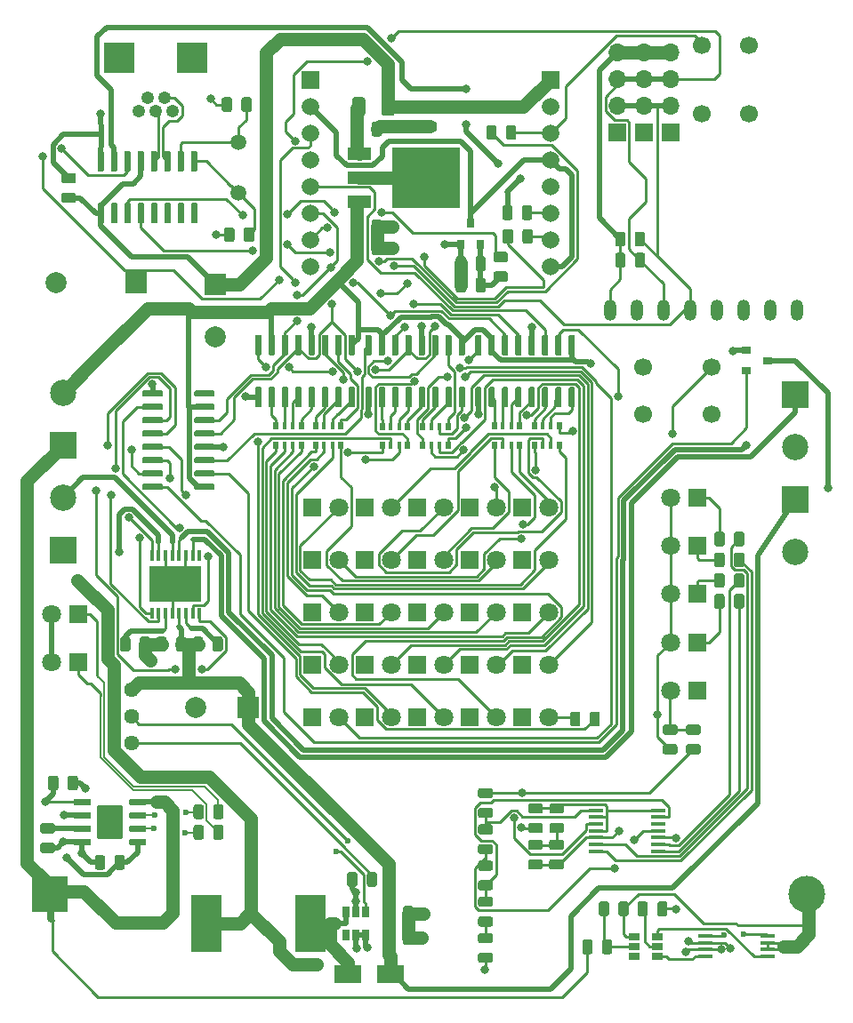
<source format=gbr>
G04 #@! TF.GenerationSoftware,KiCad,Pcbnew,(5.1.5)-3*
G04 #@! TF.CreationDate,2020-03-20T16:35:38+01:00*
G04 #@! TF.ProjectId,TrackRay_H00,54726163-6b52-4617-995f-4830302e6b69,rev?*
G04 #@! TF.SameCoordinates,Original*
G04 #@! TF.FileFunction,Copper,L2,Bot*
G04 #@! TF.FilePolarity,Positive*
%FSLAX46Y46*%
G04 Gerber Fmt 4.6, Leading zero omitted, Abs format (unit mm)*
G04 Created by KiCad (PCBNEW (5.1.5)-3) date 2020-03-20 16:35:38*
%MOMM*%
%LPD*%
G04 APERTURE LIST*
%ADD10R,6.400000X5.800000*%
%ADD11R,2.200000X1.200000*%
%ADD12R,1.450000X0.450000*%
%ADD13C,3.500000*%
%ADD14R,3.500000X3.500000*%
%ADD15C,2.500000*%
%ADD16R,2.500000X2.500000*%
%ADD17O,1.200000X2.000000*%
%ADD18R,1.665000X1.665000*%
%ADD19C,1.665000*%
%ADD20C,0.100000*%
%ADD21O,1.700000X1.700000*%
%ADD22R,1.700000X1.700000*%
%ADD23C,1.800000*%
%ADD24R,1.800000X1.800000*%
%ADD25R,0.900000X0.800000*%
%ADD26R,2.900000X5.400000*%
%ADD27C,1.500000*%
%ADD28R,0.650000X1.060000*%
%ADD29R,1.060000X0.650000*%
%ADD30C,0.750000*%
%ADD31R,5.000000X3.400000*%
%ADD32R,0.450000X1.050000*%
%ADD33C,1.700000*%
%ADD34C,1.440000*%
%ADD35R,0.500000X0.800000*%
%ADD36R,0.400000X0.800000*%
%ADD37R,0.800000X0.900000*%
%ADD38O,1.219200X1.219200*%
%ADD39R,2.895600X2.895600*%
%ADD40C,0.500000*%
%ADD41R,2.500000X1.800000*%
%ADD42C,2.000000*%
%ADD43R,2.000000X2.000000*%
%ADD44C,0.800000*%
%ADD45C,1.000000*%
%ADD46C,0.600000*%
%ADD47C,0.508000*%
%ADD48C,1.270000*%
%ADD49C,0.254000*%
%ADD50C,0.127000*%
G04 APERTURE END LIST*
D10*
X39006200Y-15506700D03*
D11*
X32706200Y-13226700D03*
X32706200Y-15506700D03*
X32706200Y-17786700D03*
D12*
X61141400Y-79674000D03*
X61141400Y-79024000D03*
X61141400Y-78374000D03*
X61141400Y-77724000D03*
X61141400Y-77074000D03*
X61141400Y-76424000D03*
X61141400Y-75774000D03*
X55241400Y-75774000D03*
X55241400Y-76424000D03*
X55241400Y-77074000D03*
X55241400Y-77724000D03*
X55241400Y-78374000D03*
X55241400Y-79024000D03*
X55241400Y-79674000D03*
D13*
X75225800Y-83769200D03*
D14*
X3225800Y-83769200D03*
D15*
X74145600Y-51197400D03*
D16*
X74145600Y-46197400D03*
D17*
X74295000Y-28143200D03*
X71755000Y-28143200D03*
X69215000Y-28143200D03*
X66675000Y-28143200D03*
X64135000Y-28143200D03*
X61595000Y-28143200D03*
X59055000Y-28143200D03*
X56515000Y-28143200D03*
D18*
X28000000Y-6200000D03*
D19*
X28000000Y-8740000D03*
X28000000Y-11280000D03*
X28000000Y-13820000D03*
X28000000Y-16360000D03*
X28000000Y-18900000D03*
X28000000Y-21440000D03*
X28000000Y-23980000D03*
D18*
X50860000Y-6200000D03*
D19*
X50860000Y-8740000D03*
X50860000Y-11280000D03*
X50860000Y-13820000D03*
X50860000Y-16360000D03*
X50860000Y-18900000D03*
X50860000Y-21440000D03*
X50860000Y-23980000D03*
G04 #@! TA.AperFunction,SMDPad,CuDef*
D20*
G36*
X37603342Y-84899174D02*
G01*
X37627003Y-84902684D01*
X37650207Y-84908496D01*
X37672729Y-84916554D01*
X37694353Y-84926782D01*
X37714870Y-84939079D01*
X37734083Y-84953329D01*
X37751807Y-84969393D01*
X37767871Y-84987117D01*
X37782121Y-85006330D01*
X37794418Y-85026847D01*
X37804646Y-85048471D01*
X37812704Y-85070993D01*
X37818516Y-85094197D01*
X37822026Y-85117858D01*
X37823200Y-85141750D01*
X37823200Y-86054250D01*
X37822026Y-86078142D01*
X37818516Y-86101803D01*
X37812704Y-86125007D01*
X37804646Y-86147529D01*
X37794418Y-86169153D01*
X37782121Y-86189670D01*
X37767871Y-86208883D01*
X37751807Y-86226607D01*
X37734083Y-86242671D01*
X37714870Y-86256921D01*
X37694353Y-86269218D01*
X37672729Y-86279446D01*
X37650207Y-86287504D01*
X37627003Y-86293316D01*
X37603342Y-86296826D01*
X37579450Y-86298000D01*
X37091950Y-86298000D01*
X37068058Y-86296826D01*
X37044397Y-86293316D01*
X37021193Y-86287504D01*
X36998671Y-86279446D01*
X36977047Y-86269218D01*
X36956530Y-86256921D01*
X36937317Y-86242671D01*
X36919593Y-86226607D01*
X36903529Y-86208883D01*
X36889279Y-86189670D01*
X36876982Y-86169153D01*
X36866754Y-86147529D01*
X36858696Y-86125007D01*
X36852884Y-86101803D01*
X36849374Y-86078142D01*
X36848200Y-86054250D01*
X36848200Y-85141750D01*
X36849374Y-85117858D01*
X36852884Y-85094197D01*
X36858696Y-85070993D01*
X36866754Y-85048471D01*
X36876982Y-85026847D01*
X36889279Y-85006330D01*
X36903529Y-84987117D01*
X36919593Y-84969393D01*
X36937317Y-84953329D01*
X36956530Y-84939079D01*
X36977047Y-84926782D01*
X36998671Y-84916554D01*
X37021193Y-84908496D01*
X37044397Y-84902684D01*
X37068058Y-84899174D01*
X37091950Y-84898000D01*
X37579450Y-84898000D01*
X37603342Y-84899174D01*
G37*
G04 #@! TD.AperFunction*
G04 #@! TA.AperFunction,SMDPad,CuDef*
G36*
X35728342Y-84899174D02*
G01*
X35752003Y-84902684D01*
X35775207Y-84908496D01*
X35797729Y-84916554D01*
X35819353Y-84926782D01*
X35839870Y-84939079D01*
X35859083Y-84953329D01*
X35876807Y-84969393D01*
X35892871Y-84987117D01*
X35907121Y-85006330D01*
X35919418Y-85026847D01*
X35929646Y-85048471D01*
X35937704Y-85070993D01*
X35943516Y-85094197D01*
X35947026Y-85117858D01*
X35948200Y-85141750D01*
X35948200Y-86054250D01*
X35947026Y-86078142D01*
X35943516Y-86101803D01*
X35937704Y-86125007D01*
X35929646Y-86147529D01*
X35919418Y-86169153D01*
X35907121Y-86189670D01*
X35892871Y-86208883D01*
X35876807Y-86226607D01*
X35859083Y-86242671D01*
X35839870Y-86256921D01*
X35819353Y-86269218D01*
X35797729Y-86279446D01*
X35775207Y-86287504D01*
X35752003Y-86293316D01*
X35728342Y-86296826D01*
X35704450Y-86298000D01*
X35216950Y-86298000D01*
X35193058Y-86296826D01*
X35169397Y-86293316D01*
X35146193Y-86287504D01*
X35123671Y-86279446D01*
X35102047Y-86269218D01*
X35081530Y-86256921D01*
X35062317Y-86242671D01*
X35044593Y-86226607D01*
X35028529Y-86208883D01*
X35014279Y-86189670D01*
X35001982Y-86169153D01*
X34991754Y-86147529D01*
X34983696Y-86125007D01*
X34977884Y-86101803D01*
X34974374Y-86078142D01*
X34973200Y-86054250D01*
X34973200Y-85141750D01*
X34974374Y-85117858D01*
X34977884Y-85094197D01*
X34983696Y-85070993D01*
X34991754Y-85048471D01*
X35001982Y-85026847D01*
X35014279Y-85006330D01*
X35028529Y-84987117D01*
X35044593Y-84969393D01*
X35062317Y-84953329D01*
X35081530Y-84939079D01*
X35102047Y-84926782D01*
X35123671Y-84916554D01*
X35146193Y-84908496D01*
X35169397Y-84902684D01*
X35193058Y-84899174D01*
X35216950Y-84898000D01*
X35704450Y-84898000D01*
X35728342Y-84899174D01*
G37*
G04 #@! TD.AperFunction*
G04 #@! TA.AperFunction,SMDPad,CuDef*
G36*
X37577942Y-87210574D02*
G01*
X37601603Y-87214084D01*
X37624807Y-87219896D01*
X37647329Y-87227954D01*
X37668953Y-87238182D01*
X37689470Y-87250479D01*
X37708683Y-87264729D01*
X37726407Y-87280793D01*
X37742471Y-87298517D01*
X37756721Y-87317730D01*
X37769018Y-87338247D01*
X37779246Y-87359871D01*
X37787304Y-87382393D01*
X37793116Y-87405597D01*
X37796626Y-87429258D01*
X37797800Y-87453150D01*
X37797800Y-88365650D01*
X37796626Y-88389542D01*
X37793116Y-88413203D01*
X37787304Y-88436407D01*
X37779246Y-88458929D01*
X37769018Y-88480553D01*
X37756721Y-88501070D01*
X37742471Y-88520283D01*
X37726407Y-88538007D01*
X37708683Y-88554071D01*
X37689470Y-88568321D01*
X37668953Y-88580618D01*
X37647329Y-88590846D01*
X37624807Y-88598904D01*
X37601603Y-88604716D01*
X37577942Y-88608226D01*
X37554050Y-88609400D01*
X37066550Y-88609400D01*
X37042658Y-88608226D01*
X37018997Y-88604716D01*
X36995793Y-88598904D01*
X36973271Y-88590846D01*
X36951647Y-88580618D01*
X36931130Y-88568321D01*
X36911917Y-88554071D01*
X36894193Y-88538007D01*
X36878129Y-88520283D01*
X36863879Y-88501070D01*
X36851582Y-88480553D01*
X36841354Y-88458929D01*
X36833296Y-88436407D01*
X36827484Y-88413203D01*
X36823974Y-88389542D01*
X36822800Y-88365650D01*
X36822800Y-87453150D01*
X36823974Y-87429258D01*
X36827484Y-87405597D01*
X36833296Y-87382393D01*
X36841354Y-87359871D01*
X36851582Y-87338247D01*
X36863879Y-87317730D01*
X36878129Y-87298517D01*
X36894193Y-87280793D01*
X36911917Y-87264729D01*
X36931130Y-87250479D01*
X36951647Y-87238182D01*
X36973271Y-87227954D01*
X36995793Y-87219896D01*
X37018997Y-87214084D01*
X37042658Y-87210574D01*
X37066550Y-87209400D01*
X37554050Y-87209400D01*
X37577942Y-87210574D01*
G37*
G04 #@! TD.AperFunction*
G04 #@! TA.AperFunction,SMDPad,CuDef*
G36*
X35702942Y-87210574D02*
G01*
X35726603Y-87214084D01*
X35749807Y-87219896D01*
X35772329Y-87227954D01*
X35793953Y-87238182D01*
X35814470Y-87250479D01*
X35833683Y-87264729D01*
X35851407Y-87280793D01*
X35867471Y-87298517D01*
X35881721Y-87317730D01*
X35894018Y-87338247D01*
X35904246Y-87359871D01*
X35912304Y-87382393D01*
X35918116Y-87405597D01*
X35921626Y-87429258D01*
X35922800Y-87453150D01*
X35922800Y-88365650D01*
X35921626Y-88389542D01*
X35918116Y-88413203D01*
X35912304Y-88436407D01*
X35904246Y-88458929D01*
X35894018Y-88480553D01*
X35881721Y-88501070D01*
X35867471Y-88520283D01*
X35851407Y-88538007D01*
X35833683Y-88554071D01*
X35814470Y-88568321D01*
X35793953Y-88580618D01*
X35772329Y-88590846D01*
X35749807Y-88598904D01*
X35726603Y-88604716D01*
X35702942Y-88608226D01*
X35679050Y-88609400D01*
X35191550Y-88609400D01*
X35167658Y-88608226D01*
X35143997Y-88604716D01*
X35120793Y-88598904D01*
X35098271Y-88590846D01*
X35076647Y-88580618D01*
X35056130Y-88568321D01*
X35036917Y-88554071D01*
X35019193Y-88538007D01*
X35003129Y-88520283D01*
X34988879Y-88501070D01*
X34976582Y-88480553D01*
X34966354Y-88458929D01*
X34958296Y-88436407D01*
X34952484Y-88413203D01*
X34948974Y-88389542D01*
X34947800Y-88365650D01*
X34947800Y-87453150D01*
X34948974Y-87429258D01*
X34952484Y-87405597D01*
X34958296Y-87382393D01*
X34966354Y-87359871D01*
X34976582Y-87338247D01*
X34988879Y-87317730D01*
X35003129Y-87298517D01*
X35019193Y-87280793D01*
X35036917Y-87264729D01*
X35056130Y-87250479D01*
X35076647Y-87238182D01*
X35098271Y-87227954D01*
X35120793Y-87219896D01*
X35143997Y-87214084D01*
X35167658Y-87210574D01*
X35191550Y-87209400D01*
X35679050Y-87209400D01*
X35702942Y-87210574D01*
G37*
G04 #@! TD.AperFunction*
G04 #@! TA.AperFunction,SMDPad,CuDef*
G36*
X3477342Y-77011374D02*
G01*
X3501003Y-77014884D01*
X3524207Y-77020696D01*
X3546729Y-77028754D01*
X3568353Y-77038982D01*
X3588870Y-77051279D01*
X3608083Y-77065529D01*
X3625807Y-77081593D01*
X3641871Y-77099317D01*
X3656121Y-77118530D01*
X3668418Y-77139047D01*
X3678646Y-77160671D01*
X3686704Y-77183193D01*
X3692516Y-77206397D01*
X3696026Y-77230058D01*
X3697200Y-77253950D01*
X3697200Y-77741450D01*
X3696026Y-77765342D01*
X3692516Y-77789003D01*
X3686704Y-77812207D01*
X3678646Y-77834729D01*
X3668418Y-77856353D01*
X3656121Y-77876870D01*
X3641871Y-77896083D01*
X3625807Y-77913807D01*
X3608083Y-77929871D01*
X3588870Y-77944121D01*
X3568353Y-77956418D01*
X3546729Y-77966646D01*
X3524207Y-77974704D01*
X3501003Y-77980516D01*
X3477342Y-77984026D01*
X3453450Y-77985200D01*
X2540950Y-77985200D01*
X2517058Y-77984026D01*
X2493397Y-77980516D01*
X2470193Y-77974704D01*
X2447671Y-77966646D01*
X2426047Y-77956418D01*
X2405530Y-77944121D01*
X2386317Y-77929871D01*
X2368593Y-77913807D01*
X2352529Y-77896083D01*
X2338279Y-77876870D01*
X2325982Y-77856353D01*
X2315754Y-77834729D01*
X2307696Y-77812207D01*
X2301884Y-77789003D01*
X2298374Y-77765342D01*
X2297200Y-77741450D01*
X2297200Y-77253950D01*
X2298374Y-77230058D01*
X2301884Y-77206397D01*
X2307696Y-77183193D01*
X2315754Y-77160671D01*
X2325982Y-77139047D01*
X2338279Y-77118530D01*
X2352529Y-77099317D01*
X2368593Y-77081593D01*
X2386317Y-77065529D01*
X2405530Y-77051279D01*
X2426047Y-77038982D01*
X2447671Y-77028754D01*
X2470193Y-77020696D01*
X2493397Y-77014884D01*
X2517058Y-77011374D01*
X2540950Y-77010200D01*
X3453450Y-77010200D01*
X3477342Y-77011374D01*
G37*
G04 #@! TD.AperFunction*
G04 #@! TA.AperFunction,SMDPad,CuDef*
G36*
X3477342Y-78886374D02*
G01*
X3501003Y-78889884D01*
X3524207Y-78895696D01*
X3546729Y-78903754D01*
X3568353Y-78913982D01*
X3588870Y-78926279D01*
X3608083Y-78940529D01*
X3625807Y-78956593D01*
X3641871Y-78974317D01*
X3656121Y-78993530D01*
X3668418Y-79014047D01*
X3678646Y-79035671D01*
X3686704Y-79058193D01*
X3692516Y-79081397D01*
X3696026Y-79105058D01*
X3697200Y-79128950D01*
X3697200Y-79616450D01*
X3696026Y-79640342D01*
X3692516Y-79664003D01*
X3686704Y-79687207D01*
X3678646Y-79709729D01*
X3668418Y-79731353D01*
X3656121Y-79751870D01*
X3641871Y-79771083D01*
X3625807Y-79788807D01*
X3608083Y-79804871D01*
X3588870Y-79819121D01*
X3568353Y-79831418D01*
X3546729Y-79841646D01*
X3524207Y-79849704D01*
X3501003Y-79855516D01*
X3477342Y-79859026D01*
X3453450Y-79860200D01*
X2540950Y-79860200D01*
X2517058Y-79859026D01*
X2493397Y-79855516D01*
X2470193Y-79849704D01*
X2447671Y-79841646D01*
X2426047Y-79831418D01*
X2405530Y-79819121D01*
X2386317Y-79804871D01*
X2368593Y-79788807D01*
X2352529Y-79771083D01*
X2338279Y-79751870D01*
X2325982Y-79731353D01*
X2315754Y-79709729D01*
X2307696Y-79687207D01*
X2301884Y-79664003D01*
X2298374Y-79640342D01*
X2297200Y-79616450D01*
X2297200Y-79128950D01*
X2298374Y-79105058D01*
X2301884Y-79081397D01*
X2307696Y-79058193D01*
X2315754Y-79035671D01*
X2325982Y-79014047D01*
X2338279Y-78993530D01*
X2352529Y-78974317D01*
X2368593Y-78956593D01*
X2386317Y-78940529D01*
X2405530Y-78926279D01*
X2426047Y-78913982D01*
X2447671Y-78903754D01*
X2470193Y-78895696D01*
X2493397Y-78889884D01*
X2517058Y-78886374D01*
X2540950Y-78885200D01*
X3453450Y-78885200D01*
X3477342Y-78886374D01*
G37*
G04 #@! TD.AperFunction*
G04 #@! TA.AperFunction,SMDPad,CuDef*
G36*
X59909142Y-84467374D02*
G01*
X59932803Y-84470884D01*
X59956007Y-84476696D01*
X59978529Y-84484754D01*
X60000153Y-84494982D01*
X60020670Y-84507279D01*
X60039883Y-84521529D01*
X60057607Y-84537593D01*
X60073671Y-84555317D01*
X60087921Y-84574530D01*
X60100218Y-84595047D01*
X60110446Y-84616671D01*
X60118504Y-84639193D01*
X60124316Y-84662397D01*
X60127826Y-84686058D01*
X60129000Y-84709950D01*
X60129000Y-85622450D01*
X60127826Y-85646342D01*
X60124316Y-85670003D01*
X60118504Y-85693207D01*
X60110446Y-85715729D01*
X60100218Y-85737353D01*
X60087921Y-85757870D01*
X60073671Y-85777083D01*
X60057607Y-85794807D01*
X60039883Y-85810871D01*
X60020670Y-85825121D01*
X60000153Y-85837418D01*
X59978529Y-85847646D01*
X59956007Y-85855704D01*
X59932803Y-85861516D01*
X59909142Y-85865026D01*
X59885250Y-85866200D01*
X59397750Y-85866200D01*
X59373858Y-85865026D01*
X59350197Y-85861516D01*
X59326993Y-85855704D01*
X59304471Y-85847646D01*
X59282847Y-85837418D01*
X59262330Y-85825121D01*
X59243117Y-85810871D01*
X59225393Y-85794807D01*
X59209329Y-85777083D01*
X59195079Y-85757870D01*
X59182782Y-85737353D01*
X59172554Y-85715729D01*
X59164496Y-85693207D01*
X59158684Y-85670003D01*
X59155174Y-85646342D01*
X59154000Y-85622450D01*
X59154000Y-84709950D01*
X59155174Y-84686058D01*
X59158684Y-84662397D01*
X59164496Y-84639193D01*
X59172554Y-84616671D01*
X59182782Y-84595047D01*
X59195079Y-84574530D01*
X59209329Y-84555317D01*
X59225393Y-84537593D01*
X59243117Y-84521529D01*
X59262330Y-84507279D01*
X59282847Y-84494982D01*
X59304471Y-84484754D01*
X59326993Y-84476696D01*
X59350197Y-84470884D01*
X59373858Y-84467374D01*
X59397750Y-84466200D01*
X59885250Y-84466200D01*
X59909142Y-84467374D01*
G37*
G04 #@! TD.AperFunction*
G04 #@! TA.AperFunction,SMDPad,CuDef*
G36*
X61784142Y-84467374D02*
G01*
X61807803Y-84470884D01*
X61831007Y-84476696D01*
X61853529Y-84484754D01*
X61875153Y-84494982D01*
X61895670Y-84507279D01*
X61914883Y-84521529D01*
X61932607Y-84537593D01*
X61948671Y-84555317D01*
X61962921Y-84574530D01*
X61975218Y-84595047D01*
X61985446Y-84616671D01*
X61993504Y-84639193D01*
X61999316Y-84662397D01*
X62002826Y-84686058D01*
X62004000Y-84709950D01*
X62004000Y-85622450D01*
X62002826Y-85646342D01*
X61999316Y-85670003D01*
X61993504Y-85693207D01*
X61985446Y-85715729D01*
X61975218Y-85737353D01*
X61962921Y-85757870D01*
X61948671Y-85777083D01*
X61932607Y-85794807D01*
X61914883Y-85810871D01*
X61895670Y-85825121D01*
X61875153Y-85837418D01*
X61853529Y-85847646D01*
X61831007Y-85855704D01*
X61807803Y-85861516D01*
X61784142Y-85865026D01*
X61760250Y-85866200D01*
X61272750Y-85866200D01*
X61248858Y-85865026D01*
X61225197Y-85861516D01*
X61201993Y-85855704D01*
X61179471Y-85847646D01*
X61157847Y-85837418D01*
X61137330Y-85825121D01*
X61118117Y-85810871D01*
X61100393Y-85794807D01*
X61084329Y-85777083D01*
X61070079Y-85757870D01*
X61057782Y-85737353D01*
X61047554Y-85715729D01*
X61039496Y-85693207D01*
X61033684Y-85670003D01*
X61030174Y-85646342D01*
X61029000Y-85622450D01*
X61029000Y-84709950D01*
X61030174Y-84686058D01*
X61033684Y-84662397D01*
X61039496Y-84639193D01*
X61047554Y-84616671D01*
X61057782Y-84595047D01*
X61070079Y-84574530D01*
X61084329Y-84555317D01*
X61100393Y-84537593D01*
X61118117Y-84521529D01*
X61137330Y-84507279D01*
X61157847Y-84494982D01*
X61179471Y-84484754D01*
X61201993Y-84476696D01*
X61225197Y-84470884D01*
X61248858Y-84467374D01*
X61272750Y-84466200D01*
X61760250Y-84466200D01*
X61784142Y-84467374D01*
G37*
G04 #@! TD.AperFunction*
G04 #@! TA.AperFunction,SMDPad,CuDef*
G36*
X54651342Y-88099574D02*
G01*
X54675003Y-88103084D01*
X54698207Y-88108896D01*
X54720729Y-88116954D01*
X54742353Y-88127182D01*
X54762870Y-88139479D01*
X54782083Y-88153729D01*
X54799807Y-88169793D01*
X54815871Y-88187517D01*
X54830121Y-88206730D01*
X54842418Y-88227247D01*
X54852646Y-88248871D01*
X54860704Y-88271393D01*
X54866516Y-88294597D01*
X54870026Y-88318258D01*
X54871200Y-88342150D01*
X54871200Y-89254650D01*
X54870026Y-89278542D01*
X54866516Y-89302203D01*
X54860704Y-89325407D01*
X54852646Y-89347929D01*
X54842418Y-89369553D01*
X54830121Y-89390070D01*
X54815871Y-89409283D01*
X54799807Y-89427007D01*
X54782083Y-89443071D01*
X54762870Y-89457321D01*
X54742353Y-89469618D01*
X54720729Y-89479846D01*
X54698207Y-89487904D01*
X54675003Y-89493716D01*
X54651342Y-89497226D01*
X54627450Y-89498400D01*
X54139950Y-89498400D01*
X54116058Y-89497226D01*
X54092397Y-89493716D01*
X54069193Y-89487904D01*
X54046671Y-89479846D01*
X54025047Y-89469618D01*
X54004530Y-89457321D01*
X53985317Y-89443071D01*
X53967593Y-89427007D01*
X53951529Y-89409283D01*
X53937279Y-89390070D01*
X53924982Y-89369553D01*
X53914754Y-89347929D01*
X53906696Y-89325407D01*
X53900884Y-89302203D01*
X53897374Y-89278542D01*
X53896200Y-89254650D01*
X53896200Y-88342150D01*
X53897374Y-88318258D01*
X53900884Y-88294597D01*
X53906696Y-88271393D01*
X53914754Y-88248871D01*
X53924982Y-88227247D01*
X53937279Y-88206730D01*
X53951529Y-88187517D01*
X53967593Y-88169793D01*
X53985317Y-88153729D01*
X54004530Y-88139479D01*
X54025047Y-88127182D01*
X54046671Y-88116954D01*
X54069193Y-88108896D01*
X54092397Y-88103084D01*
X54116058Y-88099574D01*
X54139950Y-88098400D01*
X54627450Y-88098400D01*
X54651342Y-88099574D01*
G37*
G04 #@! TD.AperFunction*
G04 #@! TA.AperFunction,SMDPad,CuDef*
G36*
X56526342Y-88099574D02*
G01*
X56550003Y-88103084D01*
X56573207Y-88108896D01*
X56595729Y-88116954D01*
X56617353Y-88127182D01*
X56637870Y-88139479D01*
X56657083Y-88153729D01*
X56674807Y-88169793D01*
X56690871Y-88187517D01*
X56705121Y-88206730D01*
X56717418Y-88227247D01*
X56727646Y-88248871D01*
X56735704Y-88271393D01*
X56741516Y-88294597D01*
X56745026Y-88318258D01*
X56746200Y-88342150D01*
X56746200Y-89254650D01*
X56745026Y-89278542D01*
X56741516Y-89302203D01*
X56735704Y-89325407D01*
X56727646Y-89347929D01*
X56717418Y-89369553D01*
X56705121Y-89390070D01*
X56690871Y-89409283D01*
X56674807Y-89427007D01*
X56657083Y-89443071D01*
X56637870Y-89457321D01*
X56617353Y-89469618D01*
X56595729Y-89479846D01*
X56573207Y-89487904D01*
X56550003Y-89493716D01*
X56526342Y-89497226D01*
X56502450Y-89498400D01*
X56014950Y-89498400D01*
X55991058Y-89497226D01*
X55967397Y-89493716D01*
X55944193Y-89487904D01*
X55921671Y-89479846D01*
X55900047Y-89469618D01*
X55879530Y-89457321D01*
X55860317Y-89443071D01*
X55842593Y-89427007D01*
X55826529Y-89409283D01*
X55812279Y-89390070D01*
X55799982Y-89369553D01*
X55789754Y-89347929D01*
X55781696Y-89325407D01*
X55775884Y-89302203D01*
X55772374Y-89278542D01*
X55771200Y-89254650D01*
X55771200Y-88342150D01*
X55772374Y-88318258D01*
X55775884Y-88294597D01*
X55781696Y-88271393D01*
X55789754Y-88248871D01*
X55799982Y-88227247D01*
X55812279Y-88206730D01*
X55826529Y-88187517D01*
X55842593Y-88169793D01*
X55860317Y-88153729D01*
X55879530Y-88139479D01*
X55900047Y-88127182D01*
X55921671Y-88116954D01*
X55944193Y-88108896D01*
X55967397Y-88103084D01*
X55991058Y-88099574D01*
X56014950Y-88098400D01*
X56502450Y-88098400D01*
X56526342Y-88099574D01*
G37*
G04 #@! TD.AperFunction*
D21*
X57200800Y-3581400D03*
X57200800Y-6121400D03*
X57200800Y-8661400D03*
D22*
X57200800Y-11201400D03*
D21*
X59740800Y-3581400D03*
X59740800Y-6121400D03*
X59740800Y-8661400D03*
D22*
X59740800Y-11201400D03*
D21*
X62280800Y-3581400D03*
X62280800Y-6121400D03*
X62280800Y-8661400D03*
D22*
X62280800Y-11201400D03*
D23*
X50728400Y-66899400D03*
D24*
X48188400Y-66899400D03*
D23*
X30728400Y-66899400D03*
D24*
X28188400Y-66899400D03*
D23*
X50728400Y-61899400D03*
D24*
X48188400Y-61899400D03*
D23*
X35728400Y-66899400D03*
D24*
X33188400Y-66899400D03*
D23*
X45728400Y-66899400D03*
D24*
X43188400Y-66899400D03*
D23*
X45728400Y-61899400D03*
D24*
X43188400Y-61899400D03*
D23*
X40728400Y-66899400D03*
D24*
X38188400Y-66899400D03*
D23*
X40728400Y-61899400D03*
D24*
X38188400Y-61899400D03*
D23*
X35728400Y-46899400D03*
D24*
X33188400Y-46899400D03*
D23*
X50728400Y-56899400D03*
D24*
X48188400Y-56899400D03*
D23*
X30728400Y-56899400D03*
D24*
X28188400Y-56899400D03*
D23*
X35728400Y-61899400D03*
D24*
X33188400Y-61899400D03*
D23*
X35728400Y-51899400D03*
D24*
X33188400Y-51899400D03*
D23*
X50728400Y-46899400D03*
D24*
X48188400Y-46899400D03*
D23*
X40728400Y-46899400D03*
D24*
X38188400Y-46899400D03*
D23*
X35728400Y-56899400D03*
D24*
X33188400Y-56899400D03*
D23*
X45728400Y-56899400D03*
D24*
X43188400Y-56899400D03*
D23*
X45728400Y-51899400D03*
D24*
X43188400Y-51899400D03*
D23*
X30728400Y-61899400D03*
D24*
X28188400Y-61899400D03*
D23*
X40728400Y-51899400D03*
D24*
X38188400Y-51899400D03*
D23*
X45728400Y-46899400D03*
D24*
X43188400Y-46899400D03*
D23*
X40728400Y-56899400D03*
D24*
X38188400Y-56899400D03*
D23*
X50728400Y-51899400D03*
D24*
X48188400Y-51899400D03*
D23*
X30728400Y-51899400D03*
D24*
X28188400Y-51899400D03*
D23*
X30728400Y-46899400D03*
D24*
X28188400Y-46899400D03*
D25*
X71545200Y-32933600D03*
X69545200Y-31983600D03*
X69545200Y-33883600D03*
G04 #@! TA.AperFunction,SMDPad,CuDef*
D20*
G36*
X35810104Y-7863804D02*
G01*
X35834373Y-7867404D01*
X35858171Y-7873365D01*
X35881271Y-7881630D01*
X35903449Y-7892120D01*
X35924493Y-7904733D01*
X35944198Y-7919347D01*
X35962377Y-7935823D01*
X35978853Y-7954002D01*
X35993467Y-7973707D01*
X36006080Y-7994751D01*
X36016570Y-8016929D01*
X36024835Y-8040029D01*
X36030796Y-8063827D01*
X36034396Y-8088096D01*
X36035600Y-8112600D01*
X36035600Y-9362600D01*
X36034396Y-9387104D01*
X36030796Y-9411373D01*
X36024835Y-9435171D01*
X36016570Y-9458271D01*
X36006080Y-9480449D01*
X35993467Y-9501493D01*
X35978853Y-9521198D01*
X35962377Y-9539377D01*
X35944198Y-9555853D01*
X35924493Y-9570467D01*
X35903449Y-9583080D01*
X35881271Y-9593570D01*
X35858171Y-9601835D01*
X35834373Y-9607796D01*
X35810104Y-9611396D01*
X35785600Y-9612600D01*
X35035600Y-9612600D01*
X35011096Y-9611396D01*
X34986827Y-9607796D01*
X34963029Y-9601835D01*
X34939929Y-9593570D01*
X34917751Y-9583080D01*
X34896707Y-9570467D01*
X34877002Y-9555853D01*
X34858823Y-9539377D01*
X34842347Y-9521198D01*
X34827733Y-9501493D01*
X34815120Y-9480449D01*
X34804630Y-9458271D01*
X34796365Y-9435171D01*
X34790404Y-9411373D01*
X34786804Y-9387104D01*
X34785600Y-9362600D01*
X34785600Y-8112600D01*
X34786804Y-8088096D01*
X34790404Y-8063827D01*
X34796365Y-8040029D01*
X34804630Y-8016929D01*
X34815120Y-7994751D01*
X34827733Y-7973707D01*
X34842347Y-7954002D01*
X34858823Y-7935823D01*
X34877002Y-7919347D01*
X34896707Y-7904733D01*
X34917751Y-7892120D01*
X34939929Y-7881630D01*
X34963029Y-7873365D01*
X34986827Y-7867404D01*
X35011096Y-7863804D01*
X35035600Y-7862600D01*
X35785600Y-7862600D01*
X35810104Y-7863804D01*
G37*
G04 #@! TD.AperFunction*
G04 #@! TA.AperFunction,SMDPad,CuDef*
G36*
X33010104Y-7863804D02*
G01*
X33034373Y-7867404D01*
X33058171Y-7873365D01*
X33081271Y-7881630D01*
X33103449Y-7892120D01*
X33124493Y-7904733D01*
X33144198Y-7919347D01*
X33162377Y-7935823D01*
X33178853Y-7954002D01*
X33193467Y-7973707D01*
X33206080Y-7994751D01*
X33216570Y-8016929D01*
X33224835Y-8040029D01*
X33230796Y-8063827D01*
X33234396Y-8088096D01*
X33235600Y-8112600D01*
X33235600Y-9362600D01*
X33234396Y-9387104D01*
X33230796Y-9411373D01*
X33224835Y-9435171D01*
X33216570Y-9458271D01*
X33206080Y-9480449D01*
X33193467Y-9501493D01*
X33178853Y-9521198D01*
X33162377Y-9539377D01*
X33144198Y-9555853D01*
X33124493Y-9570467D01*
X33103449Y-9583080D01*
X33081271Y-9593570D01*
X33058171Y-9601835D01*
X33034373Y-9607796D01*
X33010104Y-9611396D01*
X32985600Y-9612600D01*
X32235600Y-9612600D01*
X32211096Y-9611396D01*
X32186827Y-9607796D01*
X32163029Y-9601835D01*
X32139929Y-9593570D01*
X32117751Y-9583080D01*
X32096707Y-9570467D01*
X32077002Y-9555853D01*
X32058823Y-9539377D01*
X32042347Y-9521198D01*
X32027733Y-9501493D01*
X32015120Y-9480449D01*
X32004630Y-9458271D01*
X31996365Y-9435171D01*
X31990404Y-9411373D01*
X31986804Y-9387104D01*
X31985600Y-9362600D01*
X31985600Y-8112600D01*
X31986804Y-8088096D01*
X31990404Y-8063827D01*
X31996365Y-8040029D01*
X32004630Y-8016929D01*
X32015120Y-7994751D01*
X32027733Y-7973707D01*
X32042347Y-7954002D01*
X32058823Y-7935823D01*
X32077002Y-7919347D01*
X32096707Y-7904733D01*
X32117751Y-7892120D01*
X32139929Y-7881630D01*
X32163029Y-7873365D01*
X32186827Y-7867404D01*
X32211096Y-7863804D01*
X32235600Y-7862600D01*
X32985600Y-7862600D01*
X33010104Y-7863804D01*
G37*
G04 #@! TD.AperFunction*
D26*
X28038600Y-86537800D03*
X18138600Y-86537800D03*
D27*
X21200000Y-12120000D03*
X21200000Y-17000000D03*
D28*
X32334200Y-87688600D03*
X31384200Y-87688600D03*
X33284200Y-87688600D03*
X33284200Y-85488600D03*
X32334200Y-85488600D03*
X31384200Y-85488600D03*
D29*
X58869400Y-88747600D03*
X58869400Y-87797600D03*
X58869400Y-89697600D03*
X61069400Y-89697600D03*
X61069400Y-88747600D03*
X61069400Y-87797600D03*
D30*
X16689200Y-55004400D03*
X16689200Y-53504400D03*
X15189200Y-55004400D03*
X15189200Y-53504400D03*
X13689200Y-55004400D03*
X13689200Y-53504400D03*
D31*
X15189200Y-54254400D03*
D32*
X12914200Y-57029400D03*
X13564200Y-57029400D03*
X14214200Y-57029400D03*
X14864200Y-57029400D03*
X15514200Y-57029400D03*
X16164200Y-57029400D03*
X16814200Y-57029400D03*
X17464200Y-57029400D03*
X17464200Y-51479400D03*
X16814200Y-51479400D03*
X16164200Y-51479400D03*
X15514200Y-51479400D03*
X14864200Y-51479400D03*
X14214200Y-51479400D03*
X13564200Y-51479400D03*
X12914200Y-51479400D03*
G04 #@! TA.AperFunction,SMDPad,CuDef*
D20*
G36*
X18783303Y-44684122D02*
G01*
X18797864Y-44686282D01*
X18812143Y-44689859D01*
X18826003Y-44694818D01*
X18839310Y-44701112D01*
X18851936Y-44708680D01*
X18863759Y-44717448D01*
X18874666Y-44727334D01*
X18884552Y-44738241D01*
X18893320Y-44750064D01*
X18900888Y-44762690D01*
X18907182Y-44775997D01*
X18912141Y-44789857D01*
X18915718Y-44804136D01*
X18917878Y-44818697D01*
X18918600Y-44833400D01*
X18918600Y-45133400D01*
X18917878Y-45148103D01*
X18915718Y-45162664D01*
X18912141Y-45176943D01*
X18907182Y-45190803D01*
X18900888Y-45204110D01*
X18893320Y-45216736D01*
X18884552Y-45228559D01*
X18874666Y-45239466D01*
X18863759Y-45249352D01*
X18851936Y-45258120D01*
X18839310Y-45265688D01*
X18826003Y-45271982D01*
X18812143Y-45276941D01*
X18797864Y-45280518D01*
X18783303Y-45282678D01*
X18768600Y-45283400D01*
X17118600Y-45283400D01*
X17103897Y-45282678D01*
X17089336Y-45280518D01*
X17075057Y-45276941D01*
X17061197Y-45271982D01*
X17047890Y-45265688D01*
X17035264Y-45258120D01*
X17023441Y-45249352D01*
X17012534Y-45239466D01*
X17002648Y-45228559D01*
X16993880Y-45216736D01*
X16986312Y-45204110D01*
X16980018Y-45190803D01*
X16975059Y-45176943D01*
X16971482Y-45162664D01*
X16969322Y-45148103D01*
X16968600Y-45133400D01*
X16968600Y-44833400D01*
X16969322Y-44818697D01*
X16971482Y-44804136D01*
X16975059Y-44789857D01*
X16980018Y-44775997D01*
X16986312Y-44762690D01*
X16993880Y-44750064D01*
X17002648Y-44738241D01*
X17012534Y-44727334D01*
X17023441Y-44717448D01*
X17035264Y-44708680D01*
X17047890Y-44701112D01*
X17061197Y-44694818D01*
X17075057Y-44689859D01*
X17089336Y-44686282D01*
X17103897Y-44684122D01*
X17118600Y-44683400D01*
X18768600Y-44683400D01*
X18783303Y-44684122D01*
G37*
G04 #@! TD.AperFunction*
G04 #@! TA.AperFunction,SMDPad,CuDef*
G36*
X18783303Y-43414122D02*
G01*
X18797864Y-43416282D01*
X18812143Y-43419859D01*
X18826003Y-43424818D01*
X18839310Y-43431112D01*
X18851936Y-43438680D01*
X18863759Y-43447448D01*
X18874666Y-43457334D01*
X18884552Y-43468241D01*
X18893320Y-43480064D01*
X18900888Y-43492690D01*
X18907182Y-43505997D01*
X18912141Y-43519857D01*
X18915718Y-43534136D01*
X18917878Y-43548697D01*
X18918600Y-43563400D01*
X18918600Y-43863400D01*
X18917878Y-43878103D01*
X18915718Y-43892664D01*
X18912141Y-43906943D01*
X18907182Y-43920803D01*
X18900888Y-43934110D01*
X18893320Y-43946736D01*
X18884552Y-43958559D01*
X18874666Y-43969466D01*
X18863759Y-43979352D01*
X18851936Y-43988120D01*
X18839310Y-43995688D01*
X18826003Y-44001982D01*
X18812143Y-44006941D01*
X18797864Y-44010518D01*
X18783303Y-44012678D01*
X18768600Y-44013400D01*
X17118600Y-44013400D01*
X17103897Y-44012678D01*
X17089336Y-44010518D01*
X17075057Y-44006941D01*
X17061197Y-44001982D01*
X17047890Y-43995688D01*
X17035264Y-43988120D01*
X17023441Y-43979352D01*
X17012534Y-43969466D01*
X17002648Y-43958559D01*
X16993880Y-43946736D01*
X16986312Y-43934110D01*
X16980018Y-43920803D01*
X16975059Y-43906943D01*
X16971482Y-43892664D01*
X16969322Y-43878103D01*
X16968600Y-43863400D01*
X16968600Y-43563400D01*
X16969322Y-43548697D01*
X16971482Y-43534136D01*
X16975059Y-43519857D01*
X16980018Y-43505997D01*
X16986312Y-43492690D01*
X16993880Y-43480064D01*
X17002648Y-43468241D01*
X17012534Y-43457334D01*
X17023441Y-43447448D01*
X17035264Y-43438680D01*
X17047890Y-43431112D01*
X17061197Y-43424818D01*
X17075057Y-43419859D01*
X17089336Y-43416282D01*
X17103897Y-43414122D01*
X17118600Y-43413400D01*
X18768600Y-43413400D01*
X18783303Y-43414122D01*
G37*
G04 #@! TD.AperFunction*
G04 #@! TA.AperFunction,SMDPad,CuDef*
G36*
X18783303Y-42144122D02*
G01*
X18797864Y-42146282D01*
X18812143Y-42149859D01*
X18826003Y-42154818D01*
X18839310Y-42161112D01*
X18851936Y-42168680D01*
X18863759Y-42177448D01*
X18874666Y-42187334D01*
X18884552Y-42198241D01*
X18893320Y-42210064D01*
X18900888Y-42222690D01*
X18907182Y-42235997D01*
X18912141Y-42249857D01*
X18915718Y-42264136D01*
X18917878Y-42278697D01*
X18918600Y-42293400D01*
X18918600Y-42593400D01*
X18917878Y-42608103D01*
X18915718Y-42622664D01*
X18912141Y-42636943D01*
X18907182Y-42650803D01*
X18900888Y-42664110D01*
X18893320Y-42676736D01*
X18884552Y-42688559D01*
X18874666Y-42699466D01*
X18863759Y-42709352D01*
X18851936Y-42718120D01*
X18839310Y-42725688D01*
X18826003Y-42731982D01*
X18812143Y-42736941D01*
X18797864Y-42740518D01*
X18783303Y-42742678D01*
X18768600Y-42743400D01*
X17118600Y-42743400D01*
X17103897Y-42742678D01*
X17089336Y-42740518D01*
X17075057Y-42736941D01*
X17061197Y-42731982D01*
X17047890Y-42725688D01*
X17035264Y-42718120D01*
X17023441Y-42709352D01*
X17012534Y-42699466D01*
X17002648Y-42688559D01*
X16993880Y-42676736D01*
X16986312Y-42664110D01*
X16980018Y-42650803D01*
X16975059Y-42636943D01*
X16971482Y-42622664D01*
X16969322Y-42608103D01*
X16968600Y-42593400D01*
X16968600Y-42293400D01*
X16969322Y-42278697D01*
X16971482Y-42264136D01*
X16975059Y-42249857D01*
X16980018Y-42235997D01*
X16986312Y-42222690D01*
X16993880Y-42210064D01*
X17002648Y-42198241D01*
X17012534Y-42187334D01*
X17023441Y-42177448D01*
X17035264Y-42168680D01*
X17047890Y-42161112D01*
X17061197Y-42154818D01*
X17075057Y-42149859D01*
X17089336Y-42146282D01*
X17103897Y-42144122D01*
X17118600Y-42143400D01*
X18768600Y-42143400D01*
X18783303Y-42144122D01*
G37*
G04 #@! TD.AperFunction*
G04 #@! TA.AperFunction,SMDPad,CuDef*
G36*
X18783303Y-40874122D02*
G01*
X18797864Y-40876282D01*
X18812143Y-40879859D01*
X18826003Y-40884818D01*
X18839310Y-40891112D01*
X18851936Y-40898680D01*
X18863759Y-40907448D01*
X18874666Y-40917334D01*
X18884552Y-40928241D01*
X18893320Y-40940064D01*
X18900888Y-40952690D01*
X18907182Y-40965997D01*
X18912141Y-40979857D01*
X18915718Y-40994136D01*
X18917878Y-41008697D01*
X18918600Y-41023400D01*
X18918600Y-41323400D01*
X18917878Y-41338103D01*
X18915718Y-41352664D01*
X18912141Y-41366943D01*
X18907182Y-41380803D01*
X18900888Y-41394110D01*
X18893320Y-41406736D01*
X18884552Y-41418559D01*
X18874666Y-41429466D01*
X18863759Y-41439352D01*
X18851936Y-41448120D01*
X18839310Y-41455688D01*
X18826003Y-41461982D01*
X18812143Y-41466941D01*
X18797864Y-41470518D01*
X18783303Y-41472678D01*
X18768600Y-41473400D01*
X17118600Y-41473400D01*
X17103897Y-41472678D01*
X17089336Y-41470518D01*
X17075057Y-41466941D01*
X17061197Y-41461982D01*
X17047890Y-41455688D01*
X17035264Y-41448120D01*
X17023441Y-41439352D01*
X17012534Y-41429466D01*
X17002648Y-41418559D01*
X16993880Y-41406736D01*
X16986312Y-41394110D01*
X16980018Y-41380803D01*
X16975059Y-41366943D01*
X16971482Y-41352664D01*
X16969322Y-41338103D01*
X16968600Y-41323400D01*
X16968600Y-41023400D01*
X16969322Y-41008697D01*
X16971482Y-40994136D01*
X16975059Y-40979857D01*
X16980018Y-40965997D01*
X16986312Y-40952690D01*
X16993880Y-40940064D01*
X17002648Y-40928241D01*
X17012534Y-40917334D01*
X17023441Y-40907448D01*
X17035264Y-40898680D01*
X17047890Y-40891112D01*
X17061197Y-40884818D01*
X17075057Y-40879859D01*
X17089336Y-40876282D01*
X17103897Y-40874122D01*
X17118600Y-40873400D01*
X18768600Y-40873400D01*
X18783303Y-40874122D01*
G37*
G04 #@! TD.AperFunction*
G04 #@! TA.AperFunction,SMDPad,CuDef*
G36*
X18783303Y-39604122D02*
G01*
X18797864Y-39606282D01*
X18812143Y-39609859D01*
X18826003Y-39614818D01*
X18839310Y-39621112D01*
X18851936Y-39628680D01*
X18863759Y-39637448D01*
X18874666Y-39647334D01*
X18884552Y-39658241D01*
X18893320Y-39670064D01*
X18900888Y-39682690D01*
X18907182Y-39695997D01*
X18912141Y-39709857D01*
X18915718Y-39724136D01*
X18917878Y-39738697D01*
X18918600Y-39753400D01*
X18918600Y-40053400D01*
X18917878Y-40068103D01*
X18915718Y-40082664D01*
X18912141Y-40096943D01*
X18907182Y-40110803D01*
X18900888Y-40124110D01*
X18893320Y-40136736D01*
X18884552Y-40148559D01*
X18874666Y-40159466D01*
X18863759Y-40169352D01*
X18851936Y-40178120D01*
X18839310Y-40185688D01*
X18826003Y-40191982D01*
X18812143Y-40196941D01*
X18797864Y-40200518D01*
X18783303Y-40202678D01*
X18768600Y-40203400D01*
X17118600Y-40203400D01*
X17103897Y-40202678D01*
X17089336Y-40200518D01*
X17075057Y-40196941D01*
X17061197Y-40191982D01*
X17047890Y-40185688D01*
X17035264Y-40178120D01*
X17023441Y-40169352D01*
X17012534Y-40159466D01*
X17002648Y-40148559D01*
X16993880Y-40136736D01*
X16986312Y-40124110D01*
X16980018Y-40110803D01*
X16975059Y-40096943D01*
X16971482Y-40082664D01*
X16969322Y-40068103D01*
X16968600Y-40053400D01*
X16968600Y-39753400D01*
X16969322Y-39738697D01*
X16971482Y-39724136D01*
X16975059Y-39709857D01*
X16980018Y-39695997D01*
X16986312Y-39682690D01*
X16993880Y-39670064D01*
X17002648Y-39658241D01*
X17012534Y-39647334D01*
X17023441Y-39637448D01*
X17035264Y-39628680D01*
X17047890Y-39621112D01*
X17061197Y-39614818D01*
X17075057Y-39609859D01*
X17089336Y-39606282D01*
X17103897Y-39604122D01*
X17118600Y-39603400D01*
X18768600Y-39603400D01*
X18783303Y-39604122D01*
G37*
G04 #@! TD.AperFunction*
G04 #@! TA.AperFunction,SMDPad,CuDef*
G36*
X18783303Y-38334122D02*
G01*
X18797864Y-38336282D01*
X18812143Y-38339859D01*
X18826003Y-38344818D01*
X18839310Y-38351112D01*
X18851936Y-38358680D01*
X18863759Y-38367448D01*
X18874666Y-38377334D01*
X18884552Y-38388241D01*
X18893320Y-38400064D01*
X18900888Y-38412690D01*
X18907182Y-38425997D01*
X18912141Y-38439857D01*
X18915718Y-38454136D01*
X18917878Y-38468697D01*
X18918600Y-38483400D01*
X18918600Y-38783400D01*
X18917878Y-38798103D01*
X18915718Y-38812664D01*
X18912141Y-38826943D01*
X18907182Y-38840803D01*
X18900888Y-38854110D01*
X18893320Y-38866736D01*
X18884552Y-38878559D01*
X18874666Y-38889466D01*
X18863759Y-38899352D01*
X18851936Y-38908120D01*
X18839310Y-38915688D01*
X18826003Y-38921982D01*
X18812143Y-38926941D01*
X18797864Y-38930518D01*
X18783303Y-38932678D01*
X18768600Y-38933400D01*
X17118600Y-38933400D01*
X17103897Y-38932678D01*
X17089336Y-38930518D01*
X17075057Y-38926941D01*
X17061197Y-38921982D01*
X17047890Y-38915688D01*
X17035264Y-38908120D01*
X17023441Y-38899352D01*
X17012534Y-38889466D01*
X17002648Y-38878559D01*
X16993880Y-38866736D01*
X16986312Y-38854110D01*
X16980018Y-38840803D01*
X16975059Y-38826943D01*
X16971482Y-38812664D01*
X16969322Y-38798103D01*
X16968600Y-38783400D01*
X16968600Y-38483400D01*
X16969322Y-38468697D01*
X16971482Y-38454136D01*
X16975059Y-38439857D01*
X16980018Y-38425997D01*
X16986312Y-38412690D01*
X16993880Y-38400064D01*
X17002648Y-38388241D01*
X17012534Y-38377334D01*
X17023441Y-38367448D01*
X17035264Y-38358680D01*
X17047890Y-38351112D01*
X17061197Y-38344818D01*
X17075057Y-38339859D01*
X17089336Y-38336282D01*
X17103897Y-38334122D01*
X17118600Y-38333400D01*
X18768600Y-38333400D01*
X18783303Y-38334122D01*
G37*
G04 #@! TD.AperFunction*
G04 #@! TA.AperFunction,SMDPad,CuDef*
G36*
X18783303Y-37064122D02*
G01*
X18797864Y-37066282D01*
X18812143Y-37069859D01*
X18826003Y-37074818D01*
X18839310Y-37081112D01*
X18851936Y-37088680D01*
X18863759Y-37097448D01*
X18874666Y-37107334D01*
X18884552Y-37118241D01*
X18893320Y-37130064D01*
X18900888Y-37142690D01*
X18907182Y-37155997D01*
X18912141Y-37169857D01*
X18915718Y-37184136D01*
X18917878Y-37198697D01*
X18918600Y-37213400D01*
X18918600Y-37513400D01*
X18917878Y-37528103D01*
X18915718Y-37542664D01*
X18912141Y-37556943D01*
X18907182Y-37570803D01*
X18900888Y-37584110D01*
X18893320Y-37596736D01*
X18884552Y-37608559D01*
X18874666Y-37619466D01*
X18863759Y-37629352D01*
X18851936Y-37638120D01*
X18839310Y-37645688D01*
X18826003Y-37651982D01*
X18812143Y-37656941D01*
X18797864Y-37660518D01*
X18783303Y-37662678D01*
X18768600Y-37663400D01*
X17118600Y-37663400D01*
X17103897Y-37662678D01*
X17089336Y-37660518D01*
X17075057Y-37656941D01*
X17061197Y-37651982D01*
X17047890Y-37645688D01*
X17035264Y-37638120D01*
X17023441Y-37629352D01*
X17012534Y-37619466D01*
X17002648Y-37608559D01*
X16993880Y-37596736D01*
X16986312Y-37584110D01*
X16980018Y-37570803D01*
X16975059Y-37556943D01*
X16971482Y-37542664D01*
X16969322Y-37528103D01*
X16968600Y-37513400D01*
X16968600Y-37213400D01*
X16969322Y-37198697D01*
X16971482Y-37184136D01*
X16975059Y-37169857D01*
X16980018Y-37155997D01*
X16986312Y-37142690D01*
X16993880Y-37130064D01*
X17002648Y-37118241D01*
X17012534Y-37107334D01*
X17023441Y-37097448D01*
X17035264Y-37088680D01*
X17047890Y-37081112D01*
X17061197Y-37074818D01*
X17075057Y-37069859D01*
X17089336Y-37066282D01*
X17103897Y-37064122D01*
X17118600Y-37063400D01*
X18768600Y-37063400D01*
X18783303Y-37064122D01*
G37*
G04 #@! TD.AperFunction*
G04 #@! TA.AperFunction,SMDPad,CuDef*
G36*
X18783303Y-35794122D02*
G01*
X18797864Y-35796282D01*
X18812143Y-35799859D01*
X18826003Y-35804818D01*
X18839310Y-35811112D01*
X18851936Y-35818680D01*
X18863759Y-35827448D01*
X18874666Y-35837334D01*
X18884552Y-35848241D01*
X18893320Y-35860064D01*
X18900888Y-35872690D01*
X18907182Y-35885997D01*
X18912141Y-35899857D01*
X18915718Y-35914136D01*
X18917878Y-35928697D01*
X18918600Y-35943400D01*
X18918600Y-36243400D01*
X18917878Y-36258103D01*
X18915718Y-36272664D01*
X18912141Y-36286943D01*
X18907182Y-36300803D01*
X18900888Y-36314110D01*
X18893320Y-36326736D01*
X18884552Y-36338559D01*
X18874666Y-36349466D01*
X18863759Y-36359352D01*
X18851936Y-36368120D01*
X18839310Y-36375688D01*
X18826003Y-36381982D01*
X18812143Y-36386941D01*
X18797864Y-36390518D01*
X18783303Y-36392678D01*
X18768600Y-36393400D01*
X17118600Y-36393400D01*
X17103897Y-36392678D01*
X17089336Y-36390518D01*
X17075057Y-36386941D01*
X17061197Y-36381982D01*
X17047890Y-36375688D01*
X17035264Y-36368120D01*
X17023441Y-36359352D01*
X17012534Y-36349466D01*
X17002648Y-36338559D01*
X16993880Y-36326736D01*
X16986312Y-36314110D01*
X16980018Y-36300803D01*
X16975059Y-36286943D01*
X16971482Y-36272664D01*
X16969322Y-36258103D01*
X16968600Y-36243400D01*
X16968600Y-35943400D01*
X16969322Y-35928697D01*
X16971482Y-35914136D01*
X16975059Y-35899857D01*
X16980018Y-35885997D01*
X16986312Y-35872690D01*
X16993880Y-35860064D01*
X17002648Y-35848241D01*
X17012534Y-35837334D01*
X17023441Y-35827448D01*
X17035264Y-35818680D01*
X17047890Y-35811112D01*
X17061197Y-35804818D01*
X17075057Y-35799859D01*
X17089336Y-35796282D01*
X17103897Y-35794122D01*
X17118600Y-35793400D01*
X18768600Y-35793400D01*
X18783303Y-35794122D01*
G37*
G04 #@! TD.AperFunction*
G04 #@! TA.AperFunction,SMDPad,CuDef*
G36*
X13833303Y-35794122D02*
G01*
X13847864Y-35796282D01*
X13862143Y-35799859D01*
X13876003Y-35804818D01*
X13889310Y-35811112D01*
X13901936Y-35818680D01*
X13913759Y-35827448D01*
X13924666Y-35837334D01*
X13934552Y-35848241D01*
X13943320Y-35860064D01*
X13950888Y-35872690D01*
X13957182Y-35885997D01*
X13962141Y-35899857D01*
X13965718Y-35914136D01*
X13967878Y-35928697D01*
X13968600Y-35943400D01*
X13968600Y-36243400D01*
X13967878Y-36258103D01*
X13965718Y-36272664D01*
X13962141Y-36286943D01*
X13957182Y-36300803D01*
X13950888Y-36314110D01*
X13943320Y-36326736D01*
X13934552Y-36338559D01*
X13924666Y-36349466D01*
X13913759Y-36359352D01*
X13901936Y-36368120D01*
X13889310Y-36375688D01*
X13876003Y-36381982D01*
X13862143Y-36386941D01*
X13847864Y-36390518D01*
X13833303Y-36392678D01*
X13818600Y-36393400D01*
X12168600Y-36393400D01*
X12153897Y-36392678D01*
X12139336Y-36390518D01*
X12125057Y-36386941D01*
X12111197Y-36381982D01*
X12097890Y-36375688D01*
X12085264Y-36368120D01*
X12073441Y-36359352D01*
X12062534Y-36349466D01*
X12052648Y-36338559D01*
X12043880Y-36326736D01*
X12036312Y-36314110D01*
X12030018Y-36300803D01*
X12025059Y-36286943D01*
X12021482Y-36272664D01*
X12019322Y-36258103D01*
X12018600Y-36243400D01*
X12018600Y-35943400D01*
X12019322Y-35928697D01*
X12021482Y-35914136D01*
X12025059Y-35899857D01*
X12030018Y-35885997D01*
X12036312Y-35872690D01*
X12043880Y-35860064D01*
X12052648Y-35848241D01*
X12062534Y-35837334D01*
X12073441Y-35827448D01*
X12085264Y-35818680D01*
X12097890Y-35811112D01*
X12111197Y-35804818D01*
X12125057Y-35799859D01*
X12139336Y-35796282D01*
X12153897Y-35794122D01*
X12168600Y-35793400D01*
X13818600Y-35793400D01*
X13833303Y-35794122D01*
G37*
G04 #@! TD.AperFunction*
G04 #@! TA.AperFunction,SMDPad,CuDef*
G36*
X13833303Y-37064122D02*
G01*
X13847864Y-37066282D01*
X13862143Y-37069859D01*
X13876003Y-37074818D01*
X13889310Y-37081112D01*
X13901936Y-37088680D01*
X13913759Y-37097448D01*
X13924666Y-37107334D01*
X13934552Y-37118241D01*
X13943320Y-37130064D01*
X13950888Y-37142690D01*
X13957182Y-37155997D01*
X13962141Y-37169857D01*
X13965718Y-37184136D01*
X13967878Y-37198697D01*
X13968600Y-37213400D01*
X13968600Y-37513400D01*
X13967878Y-37528103D01*
X13965718Y-37542664D01*
X13962141Y-37556943D01*
X13957182Y-37570803D01*
X13950888Y-37584110D01*
X13943320Y-37596736D01*
X13934552Y-37608559D01*
X13924666Y-37619466D01*
X13913759Y-37629352D01*
X13901936Y-37638120D01*
X13889310Y-37645688D01*
X13876003Y-37651982D01*
X13862143Y-37656941D01*
X13847864Y-37660518D01*
X13833303Y-37662678D01*
X13818600Y-37663400D01*
X12168600Y-37663400D01*
X12153897Y-37662678D01*
X12139336Y-37660518D01*
X12125057Y-37656941D01*
X12111197Y-37651982D01*
X12097890Y-37645688D01*
X12085264Y-37638120D01*
X12073441Y-37629352D01*
X12062534Y-37619466D01*
X12052648Y-37608559D01*
X12043880Y-37596736D01*
X12036312Y-37584110D01*
X12030018Y-37570803D01*
X12025059Y-37556943D01*
X12021482Y-37542664D01*
X12019322Y-37528103D01*
X12018600Y-37513400D01*
X12018600Y-37213400D01*
X12019322Y-37198697D01*
X12021482Y-37184136D01*
X12025059Y-37169857D01*
X12030018Y-37155997D01*
X12036312Y-37142690D01*
X12043880Y-37130064D01*
X12052648Y-37118241D01*
X12062534Y-37107334D01*
X12073441Y-37097448D01*
X12085264Y-37088680D01*
X12097890Y-37081112D01*
X12111197Y-37074818D01*
X12125057Y-37069859D01*
X12139336Y-37066282D01*
X12153897Y-37064122D01*
X12168600Y-37063400D01*
X13818600Y-37063400D01*
X13833303Y-37064122D01*
G37*
G04 #@! TD.AperFunction*
G04 #@! TA.AperFunction,SMDPad,CuDef*
G36*
X13833303Y-38334122D02*
G01*
X13847864Y-38336282D01*
X13862143Y-38339859D01*
X13876003Y-38344818D01*
X13889310Y-38351112D01*
X13901936Y-38358680D01*
X13913759Y-38367448D01*
X13924666Y-38377334D01*
X13934552Y-38388241D01*
X13943320Y-38400064D01*
X13950888Y-38412690D01*
X13957182Y-38425997D01*
X13962141Y-38439857D01*
X13965718Y-38454136D01*
X13967878Y-38468697D01*
X13968600Y-38483400D01*
X13968600Y-38783400D01*
X13967878Y-38798103D01*
X13965718Y-38812664D01*
X13962141Y-38826943D01*
X13957182Y-38840803D01*
X13950888Y-38854110D01*
X13943320Y-38866736D01*
X13934552Y-38878559D01*
X13924666Y-38889466D01*
X13913759Y-38899352D01*
X13901936Y-38908120D01*
X13889310Y-38915688D01*
X13876003Y-38921982D01*
X13862143Y-38926941D01*
X13847864Y-38930518D01*
X13833303Y-38932678D01*
X13818600Y-38933400D01*
X12168600Y-38933400D01*
X12153897Y-38932678D01*
X12139336Y-38930518D01*
X12125057Y-38926941D01*
X12111197Y-38921982D01*
X12097890Y-38915688D01*
X12085264Y-38908120D01*
X12073441Y-38899352D01*
X12062534Y-38889466D01*
X12052648Y-38878559D01*
X12043880Y-38866736D01*
X12036312Y-38854110D01*
X12030018Y-38840803D01*
X12025059Y-38826943D01*
X12021482Y-38812664D01*
X12019322Y-38798103D01*
X12018600Y-38783400D01*
X12018600Y-38483400D01*
X12019322Y-38468697D01*
X12021482Y-38454136D01*
X12025059Y-38439857D01*
X12030018Y-38425997D01*
X12036312Y-38412690D01*
X12043880Y-38400064D01*
X12052648Y-38388241D01*
X12062534Y-38377334D01*
X12073441Y-38367448D01*
X12085264Y-38358680D01*
X12097890Y-38351112D01*
X12111197Y-38344818D01*
X12125057Y-38339859D01*
X12139336Y-38336282D01*
X12153897Y-38334122D01*
X12168600Y-38333400D01*
X13818600Y-38333400D01*
X13833303Y-38334122D01*
G37*
G04 #@! TD.AperFunction*
G04 #@! TA.AperFunction,SMDPad,CuDef*
G36*
X13833303Y-39604122D02*
G01*
X13847864Y-39606282D01*
X13862143Y-39609859D01*
X13876003Y-39614818D01*
X13889310Y-39621112D01*
X13901936Y-39628680D01*
X13913759Y-39637448D01*
X13924666Y-39647334D01*
X13934552Y-39658241D01*
X13943320Y-39670064D01*
X13950888Y-39682690D01*
X13957182Y-39695997D01*
X13962141Y-39709857D01*
X13965718Y-39724136D01*
X13967878Y-39738697D01*
X13968600Y-39753400D01*
X13968600Y-40053400D01*
X13967878Y-40068103D01*
X13965718Y-40082664D01*
X13962141Y-40096943D01*
X13957182Y-40110803D01*
X13950888Y-40124110D01*
X13943320Y-40136736D01*
X13934552Y-40148559D01*
X13924666Y-40159466D01*
X13913759Y-40169352D01*
X13901936Y-40178120D01*
X13889310Y-40185688D01*
X13876003Y-40191982D01*
X13862143Y-40196941D01*
X13847864Y-40200518D01*
X13833303Y-40202678D01*
X13818600Y-40203400D01*
X12168600Y-40203400D01*
X12153897Y-40202678D01*
X12139336Y-40200518D01*
X12125057Y-40196941D01*
X12111197Y-40191982D01*
X12097890Y-40185688D01*
X12085264Y-40178120D01*
X12073441Y-40169352D01*
X12062534Y-40159466D01*
X12052648Y-40148559D01*
X12043880Y-40136736D01*
X12036312Y-40124110D01*
X12030018Y-40110803D01*
X12025059Y-40096943D01*
X12021482Y-40082664D01*
X12019322Y-40068103D01*
X12018600Y-40053400D01*
X12018600Y-39753400D01*
X12019322Y-39738697D01*
X12021482Y-39724136D01*
X12025059Y-39709857D01*
X12030018Y-39695997D01*
X12036312Y-39682690D01*
X12043880Y-39670064D01*
X12052648Y-39658241D01*
X12062534Y-39647334D01*
X12073441Y-39637448D01*
X12085264Y-39628680D01*
X12097890Y-39621112D01*
X12111197Y-39614818D01*
X12125057Y-39609859D01*
X12139336Y-39606282D01*
X12153897Y-39604122D01*
X12168600Y-39603400D01*
X13818600Y-39603400D01*
X13833303Y-39604122D01*
G37*
G04 #@! TD.AperFunction*
G04 #@! TA.AperFunction,SMDPad,CuDef*
G36*
X13833303Y-40874122D02*
G01*
X13847864Y-40876282D01*
X13862143Y-40879859D01*
X13876003Y-40884818D01*
X13889310Y-40891112D01*
X13901936Y-40898680D01*
X13913759Y-40907448D01*
X13924666Y-40917334D01*
X13934552Y-40928241D01*
X13943320Y-40940064D01*
X13950888Y-40952690D01*
X13957182Y-40965997D01*
X13962141Y-40979857D01*
X13965718Y-40994136D01*
X13967878Y-41008697D01*
X13968600Y-41023400D01*
X13968600Y-41323400D01*
X13967878Y-41338103D01*
X13965718Y-41352664D01*
X13962141Y-41366943D01*
X13957182Y-41380803D01*
X13950888Y-41394110D01*
X13943320Y-41406736D01*
X13934552Y-41418559D01*
X13924666Y-41429466D01*
X13913759Y-41439352D01*
X13901936Y-41448120D01*
X13889310Y-41455688D01*
X13876003Y-41461982D01*
X13862143Y-41466941D01*
X13847864Y-41470518D01*
X13833303Y-41472678D01*
X13818600Y-41473400D01*
X12168600Y-41473400D01*
X12153897Y-41472678D01*
X12139336Y-41470518D01*
X12125057Y-41466941D01*
X12111197Y-41461982D01*
X12097890Y-41455688D01*
X12085264Y-41448120D01*
X12073441Y-41439352D01*
X12062534Y-41429466D01*
X12052648Y-41418559D01*
X12043880Y-41406736D01*
X12036312Y-41394110D01*
X12030018Y-41380803D01*
X12025059Y-41366943D01*
X12021482Y-41352664D01*
X12019322Y-41338103D01*
X12018600Y-41323400D01*
X12018600Y-41023400D01*
X12019322Y-41008697D01*
X12021482Y-40994136D01*
X12025059Y-40979857D01*
X12030018Y-40965997D01*
X12036312Y-40952690D01*
X12043880Y-40940064D01*
X12052648Y-40928241D01*
X12062534Y-40917334D01*
X12073441Y-40907448D01*
X12085264Y-40898680D01*
X12097890Y-40891112D01*
X12111197Y-40884818D01*
X12125057Y-40879859D01*
X12139336Y-40876282D01*
X12153897Y-40874122D01*
X12168600Y-40873400D01*
X13818600Y-40873400D01*
X13833303Y-40874122D01*
G37*
G04 #@! TD.AperFunction*
G04 #@! TA.AperFunction,SMDPad,CuDef*
G36*
X13833303Y-42144122D02*
G01*
X13847864Y-42146282D01*
X13862143Y-42149859D01*
X13876003Y-42154818D01*
X13889310Y-42161112D01*
X13901936Y-42168680D01*
X13913759Y-42177448D01*
X13924666Y-42187334D01*
X13934552Y-42198241D01*
X13943320Y-42210064D01*
X13950888Y-42222690D01*
X13957182Y-42235997D01*
X13962141Y-42249857D01*
X13965718Y-42264136D01*
X13967878Y-42278697D01*
X13968600Y-42293400D01*
X13968600Y-42593400D01*
X13967878Y-42608103D01*
X13965718Y-42622664D01*
X13962141Y-42636943D01*
X13957182Y-42650803D01*
X13950888Y-42664110D01*
X13943320Y-42676736D01*
X13934552Y-42688559D01*
X13924666Y-42699466D01*
X13913759Y-42709352D01*
X13901936Y-42718120D01*
X13889310Y-42725688D01*
X13876003Y-42731982D01*
X13862143Y-42736941D01*
X13847864Y-42740518D01*
X13833303Y-42742678D01*
X13818600Y-42743400D01*
X12168600Y-42743400D01*
X12153897Y-42742678D01*
X12139336Y-42740518D01*
X12125057Y-42736941D01*
X12111197Y-42731982D01*
X12097890Y-42725688D01*
X12085264Y-42718120D01*
X12073441Y-42709352D01*
X12062534Y-42699466D01*
X12052648Y-42688559D01*
X12043880Y-42676736D01*
X12036312Y-42664110D01*
X12030018Y-42650803D01*
X12025059Y-42636943D01*
X12021482Y-42622664D01*
X12019322Y-42608103D01*
X12018600Y-42593400D01*
X12018600Y-42293400D01*
X12019322Y-42278697D01*
X12021482Y-42264136D01*
X12025059Y-42249857D01*
X12030018Y-42235997D01*
X12036312Y-42222690D01*
X12043880Y-42210064D01*
X12052648Y-42198241D01*
X12062534Y-42187334D01*
X12073441Y-42177448D01*
X12085264Y-42168680D01*
X12097890Y-42161112D01*
X12111197Y-42154818D01*
X12125057Y-42149859D01*
X12139336Y-42146282D01*
X12153897Y-42144122D01*
X12168600Y-42143400D01*
X13818600Y-42143400D01*
X13833303Y-42144122D01*
G37*
G04 #@! TD.AperFunction*
G04 #@! TA.AperFunction,SMDPad,CuDef*
G36*
X13833303Y-43414122D02*
G01*
X13847864Y-43416282D01*
X13862143Y-43419859D01*
X13876003Y-43424818D01*
X13889310Y-43431112D01*
X13901936Y-43438680D01*
X13913759Y-43447448D01*
X13924666Y-43457334D01*
X13934552Y-43468241D01*
X13943320Y-43480064D01*
X13950888Y-43492690D01*
X13957182Y-43505997D01*
X13962141Y-43519857D01*
X13965718Y-43534136D01*
X13967878Y-43548697D01*
X13968600Y-43563400D01*
X13968600Y-43863400D01*
X13967878Y-43878103D01*
X13965718Y-43892664D01*
X13962141Y-43906943D01*
X13957182Y-43920803D01*
X13950888Y-43934110D01*
X13943320Y-43946736D01*
X13934552Y-43958559D01*
X13924666Y-43969466D01*
X13913759Y-43979352D01*
X13901936Y-43988120D01*
X13889310Y-43995688D01*
X13876003Y-44001982D01*
X13862143Y-44006941D01*
X13847864Y-44010518D01*
X13833303Y-44012678D01*
X13818600Y-44013400D01*
X12168600Y-44013400D01*
X12153897Y-44012678D01*
X12139336Y-44010518D01*
X12125057Y-44006941D01*
X12111197Y-44001982D01*
X12097890Y-43995688D01*
X12085264Y-43988120D01*
X12073441Y-43979352D01*
X12062534Y-43969466D01*
X12052648Y-43958559D01*
X12043880Y-43946736D01*
X12036312Y-43934110D01*
X12030018Y-43920803D01*
X12025059Y-43906943D01*
X12021482Y-43892664D01*
X12019322Y-43878103D01*
X12018600Y-43863400D01*
X12018600Y-43563400D01*
X12019322Y-43548697D01*
X12021482Y-43534136D01*
X12025059Y-43519857D01*
X12030018Y-43505997D01*
X12036312Y-43492690D01*
X12043880Y-43480064D01*
X12052648Y-43468241D01*
X12062534Y-43457334D01*
X12073441Y-43447448D01*
X12085264Y-43438680D01*
X12097890Y-43431112D01*
X12111197Y-43424818D01*
X12125057Y-43419859D01*
X12139336Y-43416282D01*
X12153897Y-43414122D01*
X12168600Y-43413400D01*
X13818600Y-43413400D01*
X13833303Y-43414122D01*
G37*
G04 #@! TD.AperFunction*
G04 #@! TA.AperFunction,SMDPad,CuDef*
G36*
X13833303Y-44684122D02*
G01*
X13847864Y-44686282D01*
X13862143Y-44689859D01*
X13876003Y-44694818D01*
X13889310Y-44701112D01*
X13901936Y-44708680D01*
X13913759Y-44717448D01*
X13924666Y-44727334D01*
X13934552Y-44738241D01*
X13943320Y-44750064D01*
X13950888Y-44762690D01*
X13957182Y-44775997D01*
X13962141Y-44789857D01*
X13965718Y-44804136D01*
X13967878Y-44818697D01*
X13968600Y-44833400D01*
X13968600Y-45133400D01*
X13967878Y-45148103D01*
X13965718Y-45162664D01*
X13962141Y-45176943D01*
X13957182Y-45190803D01*
X13950888Y-45204110D01*
X13943320Y-45216736D01*
X13934552Y-45228559D01*
X13924666Y-45239466D01*
X13913759Y-45249352D01*
X13901936Y-45258120D01*
X13889310Y-45265688D01*
X13876003Y-45271982D01*
X13862143Y-45276941D01*
X13847864Y-45280518D01*
X13833303Y-45282678D01*
X13818600Y-45283400D01*
X12168600Y-45283400D01*
X12153897Y-45282678D01*
X12139336Y-45280518D01*
X12125057Y-45276941D01*
X12111197Y-45271982D01*
X12097890Y-45265688D01*
X12085264Y-45258120D01*
X12073441Y-45249352D01*
X12062534Y-45239466D01*
X12052648Y-45228559D01*
X12043880Y-45216736D01*
X12036312Y-45204110D01*
X12030018Y-45190803D01*
X12025059Y-45176943D01*
X12021482Y-45162664D01*
X12019322Y-45148103D01*
X12018600Y-45133400D01*
X12018600Y-44833400D01*
X12019322Y-44818697D01*
X12021482Y-44804136D01*
X12025059Y-44789857D01*
X12030018Y-44775997D01*
X12036312Y-44762690D01*
X12043880Y-44750064D01*
X12052648Y-44738241D01*
X12062534Y-44727334D01*
X12073441Y-44717448D01*
X12085264Y-44708680D01*
X12097890Y-44701112D01*
X12111197Y-44694818D01*
X12125057Y-44689859D01*
X12139336Y-44686282D01*
X12153897Y-44684122D01*
X12168600Y-44683400D01*
X13818600Y-44683400D01*
X13833303Y-44684122D01*
G37*
G04 #@! TD.AperFunction*
G04 #@! TA.AperFunction,SMDPad,CuDef*
G36*
X42608103Y-35460522D02*
G01*
X42622664Y-35462682D01*
X42636943Y-35466259D01*
X42650803Y-35471218D01*
X42664110Y-35477512D01*
X42676736Y-35485080D01*
X42688559Y-35493848D01*
X42699466Y-35503734D01*
X42709352Y-35514641D01*
X42718120Y-35526464D01*
X42725688Y-35539090D01*
X42731982Y-35552397D01*
X42736941Y-35566257D01*
X42740518Y-35580536D01*
X42742678Y-35595097D01*
X42743400Y-35609800D01*
X42743400Y-37259800D01*
X42742678Y-37274503D01*
X42740518Y-37289064D01*
X42736941Y-37303343D01*
X42731982Y-37317203D01*
X42725688Y-37330510D01*
X42718120Y-37343136D01*
X42709352Y-37354959D01*
X42699466Y-37365866D01*
X42688559Y-37375752D01*
X42676736Y-37384520D01*
X42664110Y-37392088D01*
X42650803Y-37398382D01*
X42636943Y-37403341D01*
X42622664Y-37406918D01*
X42608103Y-37409078D01*
X42593400Y-37409800D01*
X42293400Y-37409800D01*
X42278697Y-37409078D01*
X42264136Y-37406918D01*
X42249857Y-37403341D01*
X42235997Y-37398382D01*
X42222690Y-37392088D01*
X42210064Y-37384520D01*
X42198241Y-37375752D01*
X42187334Y-37365866D01*
X42177448Y-37354959D01*
X42168680Y-37343136D01*
X42161112Y-37330510D01*
X42154818Y-37317203D01*
X42149859Y-37303343D01*
X42146282Y-37289064D01*
X42144122Y-37274503D01*
X42143400Y-37259800D01*
X42143400Y-35609800D01*
X42144122Y-35595097D01*
X42146282Y-35580536D01*
X42149859Y-35566257D01*
X42154818Y-35552397D01*
X42161112Y-35539090D01*
X42168680Y-35526464D01*
X42177448Y-35514641D01*
X42187334Y-35503734D01*
X42198241Y-35493848D01*
X42210064Y-35485080D01*
X42222690Y-35477512D01*
X42235997Y-35471218D01*
X42249857Y-35466259D01*
X42264136Y-35462682D01*
X42278697Y-35460522D01*
X42293400Y-35459800D01*
X42593400Y-35459800D01*
X42608103Y-35460522D01*
G37*
G04 #@! TD.AperFunction*
G04 #@! TA.AperFunction,SMDPad,CuDef*
G36*
X41338103Y-35460522D02*
G01*
X41352664Y-35462682D01*
X41366943Y-35466259D01*
X41380803Y-35471218D01*
X41394110Y-35477512D01*
X41406736Y-35485080D01*
X41418559Y-35493848D01*
X41429466Y-35503734D01*
X41439352Y-35514641D01*
X41448120Y-35526464D01*
X41455688Y-35539090D01*
X41461982Y-35552397D01*
X41466941Y-35566257D01*
X41470518Y-35580536D01*
X41472678Y-35595097D01*
X41473400Y-35609800D01*
X41473400Y-37259800D01*
X41472678Y-37274503D01*
X41470518Y-37289064D01*
X41466941Y-37303343D01*
X41461982Y-37317203D01*
X41455688Y-37330510D01*
X41448120Y-37343136D01*
X41439352Y-37354959D01*
X41429466Y-37365866D01*
X41418559Y-37375752D01*
X41406736Y-37384520D01*
X41394110Y-37392088D01*
X41380803Y-37398382D01*
X41366943Y-37403341D01*
X41352664Y-37406918D01*
X41338103Y-37409078D01*
X41323400Y-37409800D01*
X41023400Y-37409800D01*
X41008697Y-37409078D01*
X40994136Y-37406918D01*
X40979857Y-37403341D01*
X40965997Y-37398382D01*
X40952690Y-37392088D01*
X40940064Y-37384520D01*
X40928241Y-37375752D01*
X40917334Y-37365866D01*
X40907448Y-37354959D01*
X40898680Y-37343136D01*
X40891112Y-37330510D01*
X40884818Y-37317203D01*
X40879859Y-37303343D01*
X40876282Y-37289064D01*
X40874122Y-37274503D01*
X40873400Y-37259800D01*
X40873400Y-35609800D01*
X40874122Y-35595097D01*
X40876282Y-35580536D01*
X40879859Y-35566257D01*
X40884818Y-35552397D01*
X40891112Y-35539090D01*
X40898680Y-35526464D01*
X40907448Y-35514641D01*
X40917334Y-35503734D01*
X40928241Y-35493848D01*
X40940064Y-35485080D01*
X40952690Y-35477512D01*
X40965997Y-35471218D01*
X40979857Y-35466259D01*
X40994136Y-35462682D01*
X41008697Y-35460522D01*
X41023400Y-35459800D01*
X41323400Y-35459800D01*
X41338103Y-35460522D01*
G37*
G04 #@! TD.AperFunction*
G04 #@! TA.AperFunction,SMDPad,CuDef*
G36*
X40068103Y-35460522D02*
G01*
X40082664Y-35462682D01*
X40096943Y-35466259D01*
X40110803Y-35471218D01*
X40124110Y-35477512D01*
X40136736Y-35485080D01*
X40148559Y-35493848D01*
X40159466Y-35503734D01*
X40169352Y-35514641D01*
X40178120Y-35526464D01*
X40185688Y-35539090D01*
X40191982Y-35552397D01*
X40196941Y-35566257D01*
X40200518Y-35580536D01*
X40202678Y-35595097D01*
X40203400Y-35609800D01*
X40203400Y-37259800D01*
X40202678Y-37274503D01*
X40200518Y-37289064D01*
X40196941Y-37303343D01*
X40191982Y-37317203D01*
X40185688Y-37330510D01*
X40178120Y-37343136D01*
X40169352Y-37354959D01*
X40159466Y-37365866D01*
X40148559Y-37375752D01*
X40136736Y-37384520D01*
X40124110Y-37392088D01*
X40110803Y-37398382D01*
X40096943Y-37403341D01*
X40082664Y-37406918D01*
X40068103Y-37409078D01*
X40053400Y-37409800D01*
X39753400Y-37409800D01*
X39738697Y-37409078D01*
X39724136Y-37406918D01*
X39709857Y-37403341D01*
X39695997Y-37398382D01*
X39682690Y-37392088D01*
X39670064Y-37384520D01*
X39658241Y-37375752D01*
X39647334Y-37365866D01*
X39637448Y-37354959D01*
X39628680Y-37343136D01*
X39621112Y-37330510D01*
X39614818Y-37317203D01*
X39609859Y-37303343D01*
X39606282Y-37289064D01*
X39604122Y-37274503D01*
X39603400Y-37259800D01*
X39603400Y-35609800D01*
X39604122Y-35595097D01*
X39606282Y-35580536D01*
X39609859Y-35566257D01*
X39614818Y-35552397D01*
X39621112Y-35539090D01*
X39628680Y-35526464D01*
X39637448Y-35514641D01*
X39647334Y-35503734D01*
X39658241Y-35493848D01*
X39670064Y-35485080D01*
X39682690Y-35477512D01*
X39695997Y-35471218D01*
X39709857Y-35466259D01*
X39724136Y-35462682D01*
X39738697Y-35460522D01*
X39753400Y-35459800D01*
X40053400Y-35459800D01*
X40068103Y-35460522D01*
G37*
G04 #@! TD.AperFunction*
G04 #@! TA.AperFunction,SMDPad,CuDef*
G36*
X38798103Y-35460522D02*
G01*
X38812664Y-35462682D01*
X38826943Y-35466259D01*
X38840803Y-35471218D01*
X38854110Y-35477512D01*
X38866736Y-35485080D01*
X38878559Y-35493848D01*
X38889466Y-35503734D01*
X38899352Y-35514641D01*
X38908120Y-35526464D01*
X38915688Y-35539090D01*
X38921982Y-35552397D01*
X38926941Y-35566257D01*
X38930518Y-35580536D01*
X38932678Y-35595097D01*
X38933400Y-35609800D01*
X38933400Y-37259800D01*
X38932678Y-37274503D01*
X38930518Y-37289064D01*
X38926941Y-37303343D01*
X38921982Y-37317203D01*
X38915688Y-37330510D01*
X38908120Y-37343136D01*
X38899352Y-37354959D01*
X38889466Y-37365866D01*
X38878559Y-37375752D01*
X38866736Y-37384520D01*
X38854110Y-37392088D01*
X38840803Y-37398382D01*
X38826943Y-37403341D01*
X38812664Y-37406918D01*
X38798103Y-37409078D01*
X38783400Y-37409800D01*
X38483400Y-37409800D01*
X38468697Y-37409078D01*
X38454136Y-37406918D01*
X38439857Y-37403341D01*
X38425997Y-37398382D01*
X38412690Y-37392088D01*
X38400064Y-37384520D01*
X38388241Y-37375752D01*
X38377334Y-37365866D01*
X38367448Y-37354959D01*
X38358680Y-37343136D01*
X38351112Y-37330510D01*
X38344818Y-37317203D01*
X38339859Y-37303343D01*
X38336282Y-37289064D01*
X38334122Y-37274503D01*
X38333400Y-37259800D01*
X38333400Y-35609800D01*
X38334122Y-35595097D01*
X38336282Y-35580536D01*
X38339859Y-35566257D01*
X38344818Y-35552397D01*
X38351112Y-35539090D01*
X38358680Y-35526464D01*
X38367448Y-35514641D01*
X38377334Y-35503734D01*
X38388241Y-35493848D01*
X38400064Y-35485080D01*
X38412690Y-35477512D01*
X38425997Y-35471218D01*
X38439857Y-35466259D01*
X38454136Y-35462682D01*
X38468697Y-35460522D01*
X38483400Y-35459800D01*
X38783400Y-35459800D01*
X38798103Y-35460522D01*
G37*
G04 #@! TD.AperFunction*
G04 #@! TA.AperFunction,SMDPad,CuDef*
G36*
X37528103Y-35460522D02*
G01*
X37542664Y-35462682D01*
X37556943Y-35466259D01*
X37570803Y-35471218D01*
X37584110Y-35477512D01*
X37596736Y-35485080D01*
X37608559Y-35493848D01*
X37619466Y-35503734D01*
X37629352Y-35514641D01*
X37638120Y-35526464D01*
X37645688Y-35539090D01*
X37651982Y-35552397D01*
X37656941Y-35566257D01*
X37660518Y-35580536D01*
X37662678Y-35595097D01*
X37663400Y-35609800D01*
X37663400Y-37259800D01*
X37662678Y-37274503D01*
X37660518Y-37289064D01*
X37656941Y-37303343D01*
X37651982Y-37317203D01*
X37645688Y-37330510D01*
X37638120Y-37343136D01*
X37629352Y-37354959D01*
X37619466Y-37365866D01*
X37608559Y-37375752D01*
X37596736Y-37384520D01*
X37584110Y-37392088D01*
X37570803Y-37398382D01*
X37556943Y-37403341D01*
X37542664Y-37406918D01*
X37528103Y-37409078D01*
X37513400Y-37409800D01*
X37213400Y-37409800D01*
X37198697Y-37409078D01*
X37184136Y-37406918D01*
X37169857Y-37403341D01*
X37155997Y-37398382D01*
X37142690Y-37392088D01*
X37130064Y-37384520D01*
X37118241Y-37375752D01*
X37107334Y-37365866D01*
X37097448Y-37354959D01*
X37088680Y-37343136D01*
X37081112Y-37330510D01*
X37074818Y-37317203D01*
X37069859Y-37303343D01*
X37066282Y-37289064D01*
X37064122Y-37274503D01*
X37063400Y-37259800D01*
X37063400Y-35609800D01*
X37064122Y-35595097D01*
X37066282Y-35580536D01*
X37069859Y-35566257D01*
X37074818Y-35552397D01*
X37081112Y-35539090D01*
X37088680Y-35526464D01*
X37097448Y-35514641D01*
X37107334Y-35503734D01*
X37118241Y-35493848D01*
X37130064Y-35485080D01*
X37142690Y-35477512D01*
X37155997Y-35471218D01*
X37169857Y-35466259D01*
X37184136Y-35462682D01*
X37198697Y-35460522D01*
X37213400Y-35459800D01*
X37513400Y-35459800D01*
X37528103Y-35460522D01*
G37*
G04 #@! TD.AperFunction*
G04 #@! TA.AperFunction,SMDPad,CuDef*
G36*
X36258103Y-35460522D02*
G01*
X36272664Y-35462682D01*
X36286943Y-35466259D01*
X36300803Y-35471218D01*
X36314110Y-35477512D01*
X36326736Y-35485080D01*
X36338559Y-35493848D01*
X36349466Y-35503734D01*
X36359352Y-35514641D01*
X36368120Y-35526464D01*
X36375688Y-35539090D01*
X36381982Y-35552397D01*
X36386941Y-35566257D01*
X36390518Y-35580536D01*
X36392678Y-35595097D01*
X36393400Y-35609800D01*
X36393400Y-37259800D01*
X36392678Y-37274503D01*
X36390518Y-37289064D01*
X36386941Y-37303343D01*
X36381982Y-37317203D01*
X36375688Y-37330510D01*
X36368120Y-37343136D01*
X36359352Y-37354959D01*
X36349466Y-37365866D01*
X36338559Y-37375752D01*
X36326736Y-37384520D01*
X36314110Y-37392088D01*
X36300803Y-37398382D01*
X36286943Y-37403341D01*
X36272664Y-37406918D01*
X36258103Y-37409078D01*
X36243400Y-37409800D01*
X35943400Y-37409800D01*
X35928697Y-37409078D01*
X35914136Y-37406918D01*
X35899857Y-37403341D01*
X35885997Y-37398382D01*
X35872690Y-37392088D01*
X35860064Y-37384520D01*
X35848241Y-37375752D01*
X35837334Y-37365866D01*
X35827448Y-37354959D01*
X35818680Y-37343136D01*
X35811112Y-37330510D01*
X35804818Y-37317203D01*
X35799859Y-37303343D01*
X35796282Y-37289064D01*
X35794122Y-37274503D01*
X35793400Y-37259800D01*
X35793400Y-35609800D01*
X35794122Y-35595097D01*
X35796282Y-35580536D01*
X35799859Y-35566257D01*
X35804818Y-35552397D01*
X35811112Y-35539090D01*
X35818680Y-35526464D01*
X35827448Y-35514641D01*
X35837334Y-35503734D01*
X35848241Y-35493848D01*
X35860064Y-35485080D01*
X35872690Y-35477512D01*
X35885997Y-35471218D01*
X35899857Y-35466259D01*
X35914136Y-35462682D01*
X35928697Y-35460522D01*
X35943400Y-35459800D01*
X36243400Y-35459800D01*
X36258103Y-35460522D01*
G37*
G04 #@! TD.AperFunction*
G04 #@! TA.AperFunction,SMDPad,CuDef*
G36*
X34988103Y-35460522D02*
G01*
X35002664Y-35462682D01*
X35016943Y-35466259D01*
X35030803Y-35471218D01*
X35044110Y-35477512D01*
X35056736Y-35485080D01*
X35068559Y-35493848D01*
X35079466Y-35503734D01*
X35089352Y-35514641D01*
X35098120Y-35526464D01*
X35105688Y-35539090D01*
X35111982Y-35552397D01*
X35116941Y-35566257D01*
X35120518Y-35580536D01*
X35122678Y-35595097D01*
X35123400Y-35609800D01*
X35123400Y-37259800D01*
X35122678Y-37274503D01*
X35120518Y-37289064D01*
X35116941Y-37303343D01*
X35111982Y-37317203D01*
X35105688Y-37330510D01*
X35098120Y-37343136D01*
X35089352Y-37354959D01*
X35079466Y-37365866D01*
X35068559Y-37375752D01*
X35056736Y-37384520D01*
X35044110Y-37392088D01*
X35030803Y-37398382D01*
X35016943Y-37403341D01*
X35002664Y-37406918D01*
X34988103Y-37409078D01*
X34973400Y-37409800D01*
X34673400Y-37409800D01*
X34658697Y-37409078D01*
X34644136Y-37406918D01*
X34629857Y-37403341D01*
X34615997Y-37398382D01*
X34602690Y-37392088D01*
X34590064Y-37384520D01*
X34578241Y-37375752D01*
X34567334Y-37365866D01*
X34557448Y-37354959D01*
X34548680Y-37343136D01*
X34541112Y-37330510D01*
X34534818Y-37317203D01*
X34529859Y-37303343D01*
X34526282Y-37289064D01*
X34524122Y-37274503D01*
X34523400Y-37259800D01*
X34523400Y-35609800D01*
X34524122Y-35595097D01*
X34526282Y-35580536D01*
X34529859Y-35566257D01*
X34534818Y-35552397D01*
X34541112Y-35539090D01*
X34548680Y-35526464D01*
X34557448Y-35514641D01*
X34567334Y-35503734D01*
X34578241Y-35493848D01*
X34590064Y-35485080D01*
X34602690Y-35477512D01*
X34615997Y-35471218D01*
X34629857Y-35466259D01*
X34644136Y-35462682D01*
X34658697Y-35460522D01*
X34673400Y-35459800D01*
X34973400Y-35459800D01*
X34988103Y-35460522D01*
G37*
G04 #@! TD.AperFunction*
G04 #@! TA.AperFunction,SMDPad,CuDef*
G36*
X33718103Y-35460522D02*
G01*
X33732664Y-35462682D01*
X33746943Y-35466259D01*
X33760803Y-35471218D01*
X33774110Y-35477512D01*
X33786736Y-35485080D01*
X33798559Y-35493848D01*
X33809466Y-35503734D01*
X33819352Y-35514641D01*
X33828120Y-35526464D01*
X33835688Y-35539090D01*
X33841982Y-35552397D01*
X33846941Y-35566257D01*
X33850518Y-35580536D01*
X33852678Y-35595097D01*
X33853400Y-35609800D01*
X33853400Y-37259800D01*
X33852678Y-37274503D01*
X33850518Y-37289064D01*
X33846941Y-37303343D01*
X33841982Y-37317203D01*
X33835688Y-37330510D01*
X33828120Y-37343136D01*
X33819352Y-37354959D01*
X33809466Y-37365866D01*
X33798559Y-37375752D01*
X33786736Y-37384520D01*
X33774110Y-37392088D01*
X33760803Y-37398382D01*
X33746943Y-37403341D01*
X33732664Y-37406918D01*
X33718103Y-37409078D01*
X33703400Y-37409800D01*
X33403400Y-37409800D01*
X33388697Y-37409078D01*
X33374136Y-37406918D01*
X33359857Y-37403341D01*
X33345997Y-37398382D01*
X33332690Y-37392088D01*
X33320064Y-37384520D01*
X33308241Y-37375752D01*
X33297334Y-37365866D01*
X33287448Y-37354959D01*
X33278680Y-37343136D01*
X33271112Y-37330510D01*
X33264818Y-37317203D01*
X33259859Y-37303343D01*
X33256282Y-37289064D01*
X33254122Y-37274503D01*
X33253400Y-37259800D01*
X33253400Y-35609800D01*
X33254122Y-35595097D01*
X33256282Y-35580536D01*
X33259859Y-35566257D01*
X33264818Y-35552397D01*
X33271112Y-35539090D01*
X33278680Y-35526464D01*
X33287448Y-35514641D01*
X33297334Y-35503734D01*
X33308241Y-35493848D01*
X33320064Y-35485080D01*
X33332690Y-35477512D01*
X33345997Y-35471218D01*
X33359857Y-35466259D01*
X33374136Y-35462682D01*
X33388697Y-35460522D01*
X33403400Y-35459800D01*
X33703400Y-35459800D01*
X33718103Y-35460522D01*
G37*
G04 #@! TD.AperFunction*
G04 #@! TA.AperFunction,SMDPad,CuDef*
G36*
X33718103Y-30510522D02*
G01*
X33732664Y-30512682D01*
X33746943Y-30516259D01*
X33760803Y-30521218D01*
X33774110Y-30527512D01*
X33786736Y-30535080D01*
X33798559Y-30543848D01*
X33809466Y-30553734D01*
X33819352Y-30564641D01*
X33828120Y-30576464D01*
X33835688Y-30589090D01*
X33841982Y-30602397D01*
X33846941Y-30616257D01*
X33850518Y-30630536D01*
X33852678Y-30645097D01*
X33853400Y-30659800D01*
X33853400Y-32309800D01*
X33852678Y-32324503D01*
X33850518Y-32339064D01*
X33846941Y-32353343D01*
X33841982Y-32367203D01*
X33835688Y-32380510D01*
X33828120Y-32393136D01*
X33819352Y-32404959D01*
X33809466Y-32415866D01*
X33798559Y-32425752D01*
X33786736Y-32434520D01*
X33774110Y-32442088D01*
X33760803Y-32448382D01*
X33746943Y-32453341D01*
X33732664Y-32456918D01*
X33718103Y-32459078D01*
X33703400Y-32459800D01*
X33403400Y-32459800D01*
X33388697Y-32459078D01*
X33374136Y-32456918D01*
X33359857Y-32453341D01*
X33345997Y-32448382D01*
X33332690Y-32442088D01*
X33320064Y-32434520D01*
X33308241Y-32425752D01*
X33297334Y-32415866D01*
X33287448Y-32404959D01*
X33278680Y-32393136D01*
X33271112Y-32380510D01*
X33264818Y-32367203D01*
X33259859Y-32353343D01*
X33256282Y-32339064D01*
X33254122Y-32324503D01*
X33253400Y-32309800D01*
X33253400Y-30659800D01*
X33254122Y-30645097D01*
X33256282Y-30630536D01*
X33259859Y-30616257D01*
X33264818Y-30602397D01*
X33271112Y-30589090D01*
X33278680Y-30576464D01*
X33287448Y-30564641D01*
X33297334Y-30553734D01*
X33308241Y-30543848D01*
X33320064Y-30535080D01*
X33332690Y-30527512D01*
X33345997Y-30521218D01*
X33359857Y-30516259D01*
X33374136Y-30512682D01*
X33388697Y-30510522D01*
X33403400Y-30509800D01*
X33703400Y-30509800D01*
X33718103Y-30510522D01*
G37*
G04 #@! TD.AperFunction*
G04 #@! TA.AperFunction,SMDPad,CuDef*
G36*
X34988103Y-30510522D02*
G01*
X35002664Y-30512682D01*
X35016943Y-30516259D01*
X35030803Y-30521218D01*
X35044110Y-30527512D01*
X35056736Y-30535080D01*
X35068559Y-30543848D01*
X35079466Y-30553734D01*
X35089352Y-30564641D01*
X35098120Y-30576464D01*
X35105688Y-30589090D01*
X35111982Y-30602397D01*
X35116941Y-30616257D01*
X35120518Y-30630536D01*
X35122678Y-30645097D01*
X35123400Y-30659800D01*
X35123400Y-32309800D01*
X35122678Y-32324503D01*
X35120518Y-32339064D01*
X35116941Y-32353343D01*
X35111982Y-32367203D01*
X35105688Y-32380510D01*
X35098120Y-32393136D01*
X35089352Y-32404959D01*
X35079466Y-32415866D01*
X35068559Y-32425752D01*
X35056736Y-32434520D01*
X35044110Y-32442088D01*
X35030803Y-32448382D01*
X35016943Y-32453341D01*
X35002664Y-32456918D01*
X34988103Y-32459078D01*
X34973400Y-32459800D01*
X34673400Y-32459800D01*
X34658697Y-32459078D01*
X34644136Y-32456918D01*
X34629857Y-32453341D01*
X34615997Y-32448382D01*
X34602690Y-32442088D01*
X34590064Y-32434520D01*
X34578241Y-32425752D01*
X34567334Y-32415866D01*
X34557448Y-32404959D01*
X34548680Y-32393136D01*
X34541112Y-32380510D01*
X34534818Y-32367203D01*
X34529859Y-32353343D01*
X34526282Y-32339064D01*
X34524122Y-32324503D01*
X34523400Y-32309800D01*
X34523400Y-30659800D01*
X34524122Y-30645097D01*
X34526282Y-30630536D01*
X34529859Y-30616257D01*
X34534818Y-30602397D01*
X34541112Y-30589090D01*
X34548680Y-30576464D01*
X34557448Y-30564641D01*
X34567334Y-30553734D01*
X34578241Y-30543848D01*
X34590064Y-30535080D01*
X34602690Y-30527512D01*
X34615997Y-30521218D01*
X34629857Y-30516259D01*
X34644136Y-30512682D01*
X34658697Y-30510522D01*
X34673400Y-30509800D01*
X34973400Y-30509800D01*
X34988103Y-30510522D01*
G37*
G04 #@! TD.AperFunction*
G04 #@! TA.AperFunction,SMDPad,CuDef*
G36*
X36258103Y-30510522D02*
G01*
X36272664Y-30512682D01*
X36286943Y-30516259D01*
X36300803Y-30521218D01*
X36314110Y-30527512D01*
X36326736Y-30535080D01*
X36338559Y-30543848D01*
X36349466Y-30553734D01*
X36359352Y-30564641D01*
X36368120Y-30576464D01*
X36375688Y-30589090D01*
X36381982Y-30602397D01*
X36386941Y-30616257D01*
X36390518Y-30630536D01*
X36392678Y-30645097D01*
X36393400Y-30659800D01*
X36393400Y-32309800D01*
X36392678Y-32324503D01*
X36390518Y-32339064D01*
X36386941Y-32353343D01*
X36381982Y-32367203D01*
X36375688Y-32380510D01*
X36368120Y-32393136D01*
X36359352Y-32404959D01*
X36349466Y-32415866D01*
X36338559Y-32425752D01*
X36326736Y-32434520D01*
X36314110Y-32442088D01*
X36300803Y-32448382D01*
X36286943Y-32453341D01*
X36272664Y-32456918D01*
X36258103Y-32459078D01*
X36243400Y-32459800D01*
X35943400Y-32459800D01*
X35928697Y-32459078D01*
X35914136Y-32456918D01*
X35899857Y-32453341D01*
X35885997Y-32448382D01*
X35872690Y-32442088D01*
X35860064Y-32434520D01*
X35848241Y-32425752D01*
X35837334Y-32415866D01*
X35827448Y-32404959D01*
X35818680Y-32393136D01*
X35811112Y-32380510D01*
X35804818Y-32367203D01*
X35799859Y-32353343D01*
X35796282Y-32339064D01*
X35794122Y-32324503D01*
X35793400Y-32309800D01*
X35793400Y-30659800D01*
X35794122Y-30645097D01*
X35796282Y-30630536D01*
X35799859Y-30616257D01*
X35804818Y-30602397D01*
X35811112Y-30589090D01*
X35818680Y-30576464D01*
X35827448Y-30564641D01*
X35837334Y-30553734D01*
X35848241Y-30543848D01*
X35860064Y-30535080D01*
X35872690Y-30527512D01*
X35885997Y-30521218D01*
X35899857Y-30516259D01*
X35914136Y-30512682D01*
X35928697Y-30510522D01*
X35943400Y-30509800D01*
X36243400Y-30509800D01*
X36258103Y-30510522D01*
G37*
G04 #@! TD.AperFunction*
G04 #@! TA.AperFunction,SMDPad,CuDef*
G36*
X37528103Y-30510522D02*
G01*
X37542664Y-30512682D01*
X37556943Y-30516259D01*
X37570803Y-30521218D01*
X37584110Y-30527512D01*
X37596736Y-30535080D01*
X37608559Y-30543848D01*
X37619466Y-30553734D01*
X37629352Y-30564641D01*
X37638120Y-30576464D01*
X37645688Y-30589090D01*
X37651982Y-30602397D01*
X37656941Y-30616257D01*
X37660518Y-30630536D01*
X37662678Y-30645097D01*
X37663400Y-30659800D01*
X37663400Y-32309800D01*
X37662678Y-32324503D01*
X37660518Y-32339064D01*
X37656941Y-32353343D01*
X37651982Y-32367203D01*
X37645688Y-32380510D01*
X37638120Y-32393136D01*
X37629352Y-32404959D01*
X37619466Y-32415866D01*
X37608559Y-32425752D01*
X37596736Y-32434520D01*
X37584110Y-32442088D01*
X37570803Y-32448382D01*
X37556943Y-32453341D01*
X37542664Y-32456918D01*
X37528103Y-32459078D01*
X37513400Y-32459800D01*
X37213400Y-32459800D01*
X37198697Y-32459078D01*
X37184136Y-32456918D01*
X37169857Y-32453341D01*
X37155997Y-32448382D01*
X37142690Y-32442088D01*
X37130064Y-32434520D01*
X37118241Y-32425752D01*
X37107334Y-32415866D01*
X37097448Y-32404959D01*
X37088680Y-32393136D01*
X37081112Y-32380510D01*
X37074818Y-32367203D01*
X37069859Y-32353343D01*
X37066282Y-32339064D01*
X37064122Y-32324503D01*
X37063400Y-32309800D01*
X37063400Y-30659800D01*
X37064122Y-30645097D01*
X37066282Y-30630536D01*
X37069859Y-30616257D01*
X37074818Y-30602397D01*
X37081112Y-30589090D01*
X37088680Y-30576464D01*
X37097448Y-30564641D01*
X37107334Y-30553734D01*
X37118241Y-30543848D01*
X37130064Y-30535080D01*
X37142690Y-30527512D01*
X37155997Y-30521218D01*
X37169857Y-30516259D01*
X37184136Y-30512682D01*
X37198697Y-30510522D01*
X37213400Y-30509800D01*
X37513400Y-30509800D01*
X37528103Y-30510522D01*
G37*
G04 #@! TD.AperFunction*
G04 #@! TA.AperFunction,SMDPad,CuDef*
G36*
X38798103Y-30510522D02*
G01*
X38812664Y-30512682D01*
X38826943Y-30516259D01*
X38840803Y-30521218D01*
X38854110Y-30527512D01*
X38866736Y-30535080D01*
X38878559Y-30543848D01*
X38889466Y-30553734D01*
X38899352Y-30564641D01*
X38908120Y-30576464D01*
X38915688Y-30589090D01*
X38921982Y-30602397D01*
X38926941Y-30616257D01*
X38930518Y-30630536D01*
X38932678Y-30645097D01*
X38933400Y-30659800D01*
X38933400Y-32309800D01*
X38932678Y-32324503D01*
X38930518Y-32339064D01*
X38926941Y-32353343D01*
X38921982Y-32367203D01*
X38915688Y-32380510D01*
X38908120Y-32393136D01*
X38899352Y-32404959D01*
X38889466Y-32415866D01*
X38878559Y-32425752D01*
X38866736Y-32434520D01*
X38854110Y-32442088D01*
X38840803Y-32448382D01*
X38826943Y-32453341D01*
X38812664Y-32456918D01*
X38798103Y-32459078D01*
X38783400Y-32459800D01*
X38483400Y-32459800D01*
X38468697Y-32459078D01*
X38454136Y-32456918D01*
X38439857Y-32453341D01*
X38425997Y-32448382D01*
X38412690Y-32442088D01*
X38400064Y-32434520D01*
X38388241Y-32425752D01*
X38377334Y-32415866D01*
X38367448Y-32404959D01*
X38358680Y-32393136D01*
X38351112Y-32380510D01*
X38344818Y-32367203D01*
X38339859Y-32353343D01*
X38336282Y-32339064D01*
X38334122Y-32324503D01*
X38333400Y-32309800D01*
X38333400Y-30659800D01*
X38334122Y-30645097D01*
X38336282Y-30630536D01*
X38339859Y-30616257D01*
X38344818Y-30602397D01*
X38351112Y-30589090D01*
X38358680Y-30576464D01*
X38367448Y-30564641D01*
X38377334Y-30553734D01*
X38388241Y-30543848D01*
X38400064Y-30535080D01*
X38412690Y-30527512D01*
X38425997Y-30521218D01*
X38439857Y-30516259D01*
X38454136Y-30512682D01*
X38468697Y-30510522D01*
X38483400Y-30509800D01*
X38783400Y-30509800D01*
X38798103Y-30510522D01*
G37*
G04 #@! TD.AperFunction*
G04 #@! TA.AperFunction,SMDPad,CuDef*
G36*
X40068103Y-30510522D02*
G01*
X40082664Y-30512682D01*
X40096943Y-30516259D01*
X40110803Y-30521218D01*
X40124110Y-30527512D01*
X40136736Y-30535080D01*
X40148559Y-30543848D01*
X40159466Y-30553734D01*
X40169352Y-30564641D01*
X40178120Y-30576464D01*
X40185688Y-30589090D01*
X40191982Y-30602397D01*
X40196941Y-30616257D01*
X40200518Y-30630536D01*
X40202678Y-30645097D01*
X40203400Y-30659800D01*
X40203400Y-32309800D01*
X40202678Y-32324503D01*
X40200518Y-32339064D01*
X40196941Y-32353343D01*
X40191982Y-32367203D01*
X40185688Y-32380510D01*
X40178120Y-32393136D01*
X40169352Y-32404959D01*
X40159466Y-32415866D01*
X40148559Y-32425752D01*
X40136736Y-32434520D01*
X40124110Y-32442088D01*
X40110803Y-32448382D01*
X40096943Y-32453341D01*
X40082664Y-32456918D01*
X40068103Y-32459078D01*
X40053400Y-32459800D01*
X39753400Y-32459800D01*
X39738697Y-32459078D01*
X39724136Y-32456918D01*
X39709857Y-32453341D01*
X39695997Y-32448382D01*
X39682690Y-32442088D01*
X39670064Y-32434520D01*
X39658241Y-32425752D01*
X39647334Y-32415866D01*
X39637448Y-32404959D01*
X39628680Y-32393136D01*
X39621112Y-32380510D01*
X39614818Y-32367203D01*
X39609859Y-32353343D01*
X39606282Y-32339064D01*
X39604122Y-32324503D01*
X39603400Y-32309800D01*
X39603400Y-30659800D01*
X39604122Y-30645097D01*
X39606282Y-30630536D01*
X39609859Y-30616257D01*
X39614818Y-30602397D01*
X39621112Y-30589090D01*
X39628680Y-30576464D01*
X39637448Y-30564641D01*
X39647334Y-30553734D01*
X39658241Y-30543848D01*
X39670064Y-30535080D01*
X39682690Y-30527512D01*
X39695997Y-30521218D01*
X39709857Y-30516259D01*
X39724136Y-30512682D01*
X39738697Y-30510522D01*
X39753400Y-30509800D01*
X40053400Y-30509800D01*
X40068103Y-30510522D01*
G37*
G04 #@! TD.AperFunction*
G04 #@! TA.AperFunction,SMDPad,CuDef*
G36*
X41338103Y-30510522D02*
G01*
X41352664Y-30512682D01*
X41366943Y-30516259D01*
X41380803Y-30521218D01*
X41394110Y-30527512D01*
X41406736Y-30535080D01*
X41418559Y-30543848D01*
X41429466Y-30553734D01*
X41439352Y-30564641D01*
X41448120Y-30576464D01*
X41455688Y-30589090D01*
X41461982Y-30602397D01*
X41466941Y-30616257D01*
X41470518Y-30630536D01*
X41472678Y-30645097D01*
X41473400Y-30659800D01*
X41473400Y-32309800D01*
X41472678Y-32324503D01*
X41470518Y-32339064D01*
X41466941Y-32353343D01*
X41461982Y-32367203D01*
X41455688Y-32380510D01*
X41448120Y-32393136D01*
X41439352Y-32404959D01*
X41429466Y-32415866D01*
X41418559Y-32425752D01*
X41406736Y-32434520D01*
X41394110Y-32442088D01*
X41380803Y-32448382D01*
X41366943Y-32453341D01*
X41352664Y-32456918D01*
X41338103Y-32459078D01*
X41323400Y-32459800D01*
X41023400Y-32459800D01*
X41008697Y-32459078D01*
X40994136Y-32456918D01*
X40979857Y-32453341D01*
X40965997Y-32448382D01*
X40952690Y-32442088D01*
X40940064Y-32434520D01*
X40928241Y-32425752D01*
X40917334Y-32415866D01*
X40907448Y-32404959D01*
X40898680Y-32393136D01*
X40891112Y-32380510D01*
X40884818Y-32367203D01*
X40879859Y-32353343D01*
X40876282Y-32339064D01*
X40874122Y-32324503D01*
X40873400Y-32309800D01*
X40873400Y-30659800D01*
X40874122Y-30645097D01*
X40876282Y-30630536D01*
X40879859Y-30616257D01*
X40884818Y-30602397D01*
X40891112Y-30589090D01*
X40898680Y-30576464D01*
X40907448Y-30564641D01*
X40917334Y-30553734D01*
X40928241Y-30543848D01*
X40940064Y-30535080D01*
X40952690Y-30527512D01*
X40965997Y-30521218D01*
X40979857Y-30516259D01*
X40994136Y-30512682D01*
X41008697Y-30510522D01*
X41023400Y-30509800D01*
X41323400Y-30509800D01*
X41338103Y-30510522D01*
G37*
G04 #@! TD.AperFunction*
G04 #@! TA.AperFunction,SMDPad,CuDef*
G36*
X42608103Y-30510522D02*
G01*
X42622664Y-30512682D01*
X42636943Y-30516259D01*
X42650803Y-30521218D01*
X42664110Y-30527512D01*
X42676736Y-30535080D01*
X42688559Y-30543848D01*
X42699466Y-30553734D01*
X42709352Y-30564641D01*
X42718120Y-30576464D01*
X42725688Y-30589090D01*
X42731982Y-30602397D01*
X42736941Y-30616257D01*
X42740518Y-30630536D01*
X42742678Y-30645097D01*
X42743400Y-30659800D01*
X42743400Y-32309800D01*
X42742678Y-32324503D01*
X42740518Y-32339064D01*
X42736941Y-32353343D01*
X42731982Y-32367203D01*
X42725688Y-32380510D01*
X42718120Y-32393136D01*
X42709352Y-32404959D01*
X42699466Y-32415866D01*
X42688559Y-32425752D01*
X42676736Y-32434520D01*
X42664110Y-32442088D01*
X42650803Y-32448382D01*
X42636943Y-32453341D01*
X42622664Y-32456918D01*
X42608103Y-32459078D01*
X42593400Y-32459800D01*
X42293400Y-32459800D01*
X42278697Y-32459078D01*
X42264136Y-32456918D01*
X42249857Y-32453341D01*
X42235997Y-32448382D01*
X42222690Y-32442088D01*
X42210064Y-32434520D01*
X42198241Y-32425752D01*
X42187334Y-32415866D01*
X42177448Y-32404959D01*
X42168680Y-32393136D01*
X42161112Y-32380510D01*
X42154818Y-32367203D01*
X42149859Y-32353343D01*
X42146282Y-32339064D01*
X42144122Y-32324503D01*
X42143400Y-32309800D01*
X42143400Y-30659800D01*
X42144122Y-30645097D01*
X42146282Y-30630536D01*
X42149859Y-30616257D01*
X42154818Y-30602397D01*
X42161112Y-30589090D01*
X42168680Y-30576464D01*
X42177448Y-30564641D01*
X42187334Y-30553734D01*
X42198241Y-30543848D01*
X42210064Y-30535080D01*
X42222690Y-30527512D01*
X42235997Y-30521218D01*
X42249857Y-30516259D01*
X42264136Y-30512682D01*
X42278697Y-30510522D01*
X42293400Y-30509800D01*
X42593400Y-30509800D01*
X42608103Y-30510522D01*
G37*
G04 #@! TD.AperFunction*
G04 #@! TA.AperFunction,SMDPad,CuDef*
G36*
X32117903Y-35449322D02*
G01*
X32132464Y-35451482D01*
X32146743Y-35455059D01*
X32160603Y-35460018D01*
X32173910Y-35466312D01*
X32186536Y-35473880D01*
X32198359Y-35482648D01*
X32209266Y-35492534D01*
X32219152Y-35503441D01*
X32227920Y-35515264D01*
X32235488Y-35527890D01*
X32241782Y-35541197D01*
X32246741Y-35555057D01*
X32250318Y-35569336D01*
X32252478Y-35583897D01*
X32253200Y-35598600D01*
X32253200Y-37248600D01*
X32252478Y-37263303D01*
X32250318Y-37277864D01*
X32246741Y-37292143D01*
X32241782Y-37306003D01*
X32235488Y-37319310D01*
X32227920Y-37331936D01*
X32219152Y-37343759D01*
X32209266Y-37354666D01*
X32198359Y-37364552D01*
X32186536Y-37373320D01*
X32173910Y-37380888D01*
X32160603Y-37387182D01*
X32146743Y-37392141D01*
X32132464Y-37395718D01*
X32117903Y-37397878D01*
X32103200Y-37398600D01*
X31803200Y-37398600D01*
X31788497Y-37397878D01*
X31773936Y-37395718D01*
X31759657Y-37392141D01*
X31745797Y-37387182D01*
X31732490Y-37380888D01*
X31719864Y-37373320D01*
X31708041Y-37364552D01*
X31697134Y-37354666D01*
X31687248Y-37343759D01*
X31678480Y-37331936D01*
X31670912Y-37319310D01*
X31664618Y-37306003D01*
X31659659Y-37292143D01*
X31656082Y-37277864D01*
X31653922Y-37263303D01*
X31653200Y-37248600D01*
X31653200Y-35598600D01*
X31653922Y-35583897D01*
X31656082Y-35569336D01*
X31659659Y-35555057D01*
X31664618Y-35541197D01*
X31670912Y-35527890D01*
X31678480Y-35515264D01*
X31687248Y-35503441D01*
X31697134Y-35492534D01*
X31708041Y-35482648D01*
X31719864Y-35473880D01*
X31732490Y-35466312D01*
X31745797Y-35460018D01*
X31759657Y-35455059D01*
X31773936Y-35451482D01*
X31788497Y-35449322D01*
X31803200Y-35448600D01*
X32103200Y-35448600D01*
X32117903Y-35449322D01*
G37*
G04 #@! TD.AperFunction*
G04 #@! TA.AperFunction,SMDPad,CuDef*
G36*
X30847903Y-35449322D02*
G01*
X30862464Y-35451482D01*
X30876743Y-35455059D01*
X30890603Y-35460018D01*
X30903910Y-35466312D01*
X30916536Y-35473880D01*
X30928359Y-35482648D01*
X30939266Y-35492534D01*
X30949152Y-35503441D01*
X30957920Y-35515264D01*
X30965488Y-35527890D01*
X30971782Y-35541197D01*
X30976741Y-35555057D01*
X30980318Y-35569336D01*
X30982478Y-35583897D01*
X30983200Y-35598600D01*
X30983200Y-37248600D01*
X30982478Y-37263303D01*
X30980318Y-37277864D01*
X30976741Y-37292143D01*
X30971782Y-37306003D01*
X30965488Y-37319310D01*
X30957920Y-37331936D01*
X30949152Y-37343759D01*
X30939266Y-37354666D01*
X30928359Y-37364552D01*
X30916536Y-37373320D01*
X30903910Y-37380888D01*
X30890603Y-37387182D01*
X30876743Y-37392141D01*
X30862464Y-37395718D01*
X30847903Y-37397878D01*
X30833200Y-37398600D01*
X30533200Y-37398600D01*
X30518497Y-37397878D01*
X30503936Y-37395718D01*
X30489657Y-37392141D01*
X30475797Y-37387182D01*
X30462490Y-37380888D01*
X30449864Y-37373320D01*
X30438041Y-37364552D01*
X30427134Y-37354666D01*
X30417248Y-37343759D01*
X30408480Y-37331936D01*
X30400912Y-37319310D01*
X30394618Y-37306003D01*
X30389659Y-37292143D01*
X30386082Y-37277864D01*
X30383922Y-37263303D01*
X30383200Y-37248600D01*
X30383200Y-35598600D01*
X30383922Y-35583897D01*
X30386082Y-35569336D01*
X30389659Y-35555057D01*
X30394618Y-35541197D01*
X30400912Y-35527890D01*
X30408480Y-35515264D01*
X30417248Y-35503441D01*
X30427134Y-35492534D01*
X30438041Y-35482648D01*
X30449864Y-35473880D01*
X30462490Y-35466312D01*
X30475797Y-35460018D01*
X30489657Y-35455059D01*
X30503936Y-35451482D01*
X30518497Y-35449322D01*
X30533200Y-35448600D01*
X30833200Y-35448600D01*
X30847903Y-35449322D01*
G37*
G04 #@! TD.AperFunction*
G04 #@! TA.AperFunction,SMDPad,CuDef*
G36*
X29577903Y-35449322D02*
G01*
X29592464Y-35451482D01*
X29606743Y-35455059D01*
X29620603Y-35460018D01*
X29633910Y-35466312D01*
X29646536Y-35473880D01*
X29658359Y-35482648D01*
X29669266Y-35492534D01*
X29679152Y-35503441D01*
X29687920Y-35515264D01*
X29695488Y-35527890D01*
X29701782Y-35541197D01*
X29706741Y-35555057D01*
X29710318Y-35569336D01*
X29712478Y-35583897D01*
X29713200Y-35598600D01*
X29713200Y-37248600D01*
X29712478Y-37263303D01*
X29710318Y-37277864D01*
X29706741Y-37292143D01*
X29701782Y-37306003D01*
X29695488Y-37319310D01*
X29687920Y-37331936D01*
X29679152Y-37343759D01*
X29669266Y-37354666D01*
X29658359Y-37364552D01*
X29646536Y-37373320D01*
X29633910Y-37380888D01*
X29620603Y-37387182D01*
X29606743Y-37392141D01*
X29592464Y-37395718D01*
X29577903Y-37397878D01*
X29563200Y-37398600D01*
X29263200Y-37398600D01*
X29248497Y-37397878D01*
X29233936Y-37395718D01*
X29219657Y-37392141D01*
X29205797Y-37387182D01*
X29192490Y-37380888D01*
X29179864Y-37373320D01*
X29168041Y-37364552D01*
X29157134Y-37354666D01*
X29147248Y-37343759D01*
X29138480Y-37331936D01*
X29130912Y-37319310D01*
X29124618Y-37306003D01*
X29119659Y-37292143D01*
X29116082Y-37277864D01*
X29113922Y-37263303D01*
X29113200Y-37248600D01*
X29113200Y-35598600D01*
X29113922Y-35583897D01*
X29116082Y-35569336D01*
X29119659Y-35555057D01*
X29124618Y-35541197D01*
X29130912Y-35527890D01*
X29138480Y-35515264D01*
X29147248Y-35503441D01*
X29157134Y-35492534D01*
X29168041Y-35482648D01*
X29179864Y-35473880D01*
X29192490Y-35466312D01*
X29205797Y-35460018D01*
X29219657Y-35455059D01*
X29233936Y-35451482D01*
X29248497Y-35449322D01*
X29263200Y-35448600D01*
X29563200Y-35448600D01*
X29577903Y-35449322D01*
G37*
G04 #@! TD.AperFunction*
G04 #@! TA.AperFunction,SMDPad,CuDef*
G36*
X28307903Y-35449322D02*
G01*
X28322464Y-35451482D01*
X28336743Y-35455059D01*
X28350603Y-35460018D01*
X28363910Y-35466312D01*
X28376536Y-35473880D01*
X28388359Y-35482648D01*
X28399266Y-35492534D01*
X28409152Y-35503441D01*
X28417920Y-35515264D01*
X28425488Y-35527890D01*
X28431782Y-35541197D01*
X28436741Y-35555057D01*
X28440318Y-35569336D01*
X28442478Y-35583897D01*
X28443200Y-35598600D01*
X28443200Y-37248600D01*
X28442478Y-37263303D01*
X28440318Y-37277864D01*
X28436741Y-37292143D01*
X28431782Y-37306003D01*
X28425488Y-37319310D01*
X28417920Y-37331936D01*
X28409152Y-37343759D01*
X28399266Y-37354666D01*
X28388359Y-37364552D01*
X28376536Y-37373320D01*
X28363910Y-37380888D01*
X28350603Y-37387182D01*
X28336743Y-37392141D01*
X28322464Y-37395718D01*
X28307903Y-37397878D01*
X28293200Y-37398600D01*
X27993200Y-37398600D01*
X27978497Y-37397878D01*
X27963936Y-37395718D01*
X27949657Y-37392141D01*
X27935797Y-37387182D01*
X27922490Y-37380888D01*
X27909864Y-37373320D01*
X27898041Y-37364552D01*
X27887134Y-37354666D01*
X27877248Y-37343759D01*
X27868480Y-37331936D01*
X27860912Y-37319310D01*
X27854618Y-37306003D01*
X27849659Y-37292143D01*
X27846082Y-37277864D01*
X27843922Y-37263303D01*
X27843200Y-37248600D01*
X27843200Y-35598600D01*
X27843922Y-35583897D01*
X27846082Y-35569336D01*
X27849659Y-35555057D01*
X27854618Y-35541197D01*
X27860912Y-35527890D01*
X27868480Y-35515264D01*
X27877248Y-35503441D01*
X27887134Y-35492534D01*
X27898041Y-35482648D01*
X27909864Y-35473880D01*
X27922490Y-35466312D01*
X27935797Y-35460018D01*
X27949657Y-35455059D01*
X27963936Y-35451482D01*
X27978497Y-35449322D01*
X27993200Y-35448600D01*
X28293200Y-35448600D01*
X28307903Y-35449322D01*
G37*
G04 #@! TD.AperFunction*
G04 #@! TA.AperFunction,SMDPad,CuDef*
G36*
X27037903Y-35449322D02*
G01*
X27052464Y-35451482D01*
X27066743Y-35455059D01*
X27080603Y-35460018D01*
X27093910Y-35466312D01*
X27106536Y-35473880D01*
X27118359Y-35482648D01*
X27129266Y-35492534D01*
X27139152Y-35503441D01*
X27147920Y-35515264D01*
X27155488Y-35527890D01*
X27161782Y-35541197D01*
X27166741Y-35555057D01*
X27170318Y-35569336D01*
X27172478Y-35583897D01*
X27173200Y-35598600D01*
X27173200Y-37248600D01*
X27172478Y-37263303D01*
X27170318Y-37277864D01*
X27166741Y-37292143D01*
X27161782Y-37306003D01*
X27155488Y-37319310D01*
X27147920Y-37331936D01*
X27139152Y-37343759D01*
X27129266Y-37354666D01*
X27118359Y-37364552D01*
X27106536Y-37373320D01*
X27093910Y-37380888D01*
X27080603Y-37387182D01*
X27066743Y-37392141D01*
X27052464Y-37395718D01*
X27037903Y-37397878D01*
X27023200Y-37398600D01*
X26723200Y-37398600D01*
X26708497Y-37397878D01*
X26693936Y-37395718D01*
X26679657Y-37392141D01*
X26665797Y-37387182D01*
X26652490Y-37380888D01*
X26639864Y-37373320D01*
X26628041Y-37364552D01*
X26617134Y-37354666D01*
X26607248Y-37343759D01*
X26598480Y-37331936D01*
X26590912Y-37319310D01*
X26584618Y-37306003D01*
X26579659Y-37292143D01*
X26576082Y-37277864D01*
X26573922Y-37263303D01*
X26573200Y-37248600D01*
X26573200Y-35598600D01*
X26573922Y-35583897D01*
X26576082Y-35569336D01*
X26579659Y-35555057D01*
X26584618Y-35541197D01*
X26590912Y-35527890D01*
X26598480Y-35515264D01*
X26607248Y-35503441D01*
X26617134Y-35492534D01*
X26628041Y-35482648D01*
X26639864Y-35473880D01*
X26652490Y-35466312D01*
X26665797Y-35460018D01*
X26679657Y-35455059D01*
X26693936Y-35451482D01*
X26708497Y-35449322D01*
X26723200Y-35448600D01*
X27023200Y-35448600D01*
X27037903Y-35449322D01*
G37*
G04 #@! TD.AperFunction*
G04 #@! TA.AperFunction,SMDPad,CuDef*
G36*
X25767903Y-35449322D02*
G01*
X25782464Y-35451482D01*
X25796743Y-35455059D01*
X25810603Y-35460018D01*
X25823910Y-35466312D01*
X25836536Y-35473880D01*
X25848359Y-35482648D01*
X25859266Y-35492534D01*
X25869152Y-35503441D01*
X25877920Y-35515264D01*
X25885488Y-35527890D01*
X25891782Y-35541197D01*
X25896741Y-35555057D01*
X25900318Y-35569336D01*
X25902478Y-35583897D01*
X25903200Y-35598600D01*
X25903200Y-37248600D01*
X25902478Y-37263303D01*
X25900318Y-37277864D01*
X25896741Y-37292143D01*
X25891782Y-37306003D01*
X25885488Y-37319310D01*
X25877920Y-37331936D01*
X25869152Y-37343759D01*
X25859266Y-37354666D01*
X25848359Y-37364552D01*
X25836536Y-37373320D01*
X25823910Y-37380888D01*
X25810603Y-37387182D01*
X25796743Y-37392141D01*
X25782464Y-37395718D01*
X25767903Y-37397878D01*
X25753200Y-37398600D01*
X25453200Y-37398600D01*
X25438497Y-37397878D01*
X25423936Y-37395718D01*
X25409657Y-37392141D01*
X25395797Y-37387182D01*
X25382490Y-37380888D01*
X25369864Y-37373320D01*
X25358041Y-37364552D01*
X25347134Y-37354666D01*
X25337248Y-37343759D01*
X25328480Y-37331936D01*
X25320912Y-37319310D01*
X25314618Y-37306003D01*
X25309659Y-37292143D01*
X25306082Y-37277864D01*
X25303922Y-37263303D01*
X25303200Y-37248600D01*
X25303200Y-35598600D01*
X25303922Y-35583897D01*
X25306082Y-35569336D01*
X25309659Y-35555057D01*
X25314618Y-35541197D01*
X25320912Y-35527890D01*
X25328480Y-35515264D01*
X25337248Y-35503441D01*
X25347134Y-35492534D01*
X25358041Y-35482648D01*
X25369864Y-35473880D01*
X25382490Y-35466312D01*
X25395797Y-35460018D01*
X25409657Y-35455059D01*
X25423936Y-35451482D01*
X25438497Y-35449322D01*
X25453200Y-35448600D01*
X25753200Y-35448600D01*
X25767903Y-35449322D01*
G37*
G04 #@! TD.AperFunction*
G04 #@! TA.AperFunction,SMDPad,CuDef*
G36*
X24497903Y-35449322D02*
G01*
X24512464Y-35451482D01*
X24526743Y-35455059D01*
X24540603Y-35460018D01*
X24553910Y-35466312D01*
X24566536Y-35473880D01*
X24578359Y-35482648D01*
X24589266Y-35492534D01*
X24599152Y-35503441D01*
X24607920Y-35515264D01*
X24615488Y-35527890D01*
X24621782Y-35541197D01*
X24626741Y-35555057D01*
X24630318Y-35569336D01*
X24632478Y-35583897D01*
X24633200Y-35598600D01*
X24633200Y-37248600D01*
X24632478Y-37263303D01*
X24630318Y-37277864D01*
X24626741Y-37292143D01*
X24621782Y-37306003D01*
X24615488Y-37319310D01*
X24607920Y-37331936D01*
X24599152Y-37343759D01*
X24589266Y-37354666D01*
X24578359Y-37364552D01*
X24566536Y-37373320D01*
X24553910Y-37380888D01*
X24540603Y-37387182D01*
X24526743Y-37392141D01*
X24512464Y-37395718D01*
X24497903Y-37397878D01*
X24483200Y-37398600D01*
X24183200Y-37398600D01*
X24168497Y-37397878D01*
X24153936Y-37395718D01*
X24139657Y-37392141D01*
X24125797Y-37387182D01*
X24112490Y-37380888D01*
X24099864Y-37373320D01*
X24088041Y-37364552D01*
X24077134Y-37354666D01*
X24067248Y-37343759D01*
X24058480Y-37331936D01*
X24050912Y-37319310D01*
X24044618Y-37306003D01*
X24039659Y-37292143D01*
X24036082Y-37277864D01*
X24033922Y-37263303D01*
X24033200Y-37248600D01*
X24033200Y-35598600D01*
X24033922Y-35583897D01*
X24036082Y-35569336D01*
X24039659Y-35555057D01*
X24044618Y-35541197D01*
X24050912Y-35527890D01*
X24058480Y-35515264D01*
X24067248Y-35503441D01*
X24077134Y-35492534D01*
X24088041Y-35482648D01*
X24099864Y-35473880D01*
X24112490Y-35466312D01*
X24125797Y-35460018D01*
X24139657Y-35455059D01*
X24153936Y-35451482D01*
X24168497Y-35449322D01*
X24183200Y-35448600D01*
X24483200Y-35448600D01*
X24497903Y-35449322D01*
G37*
G04 #@! TD.AperFunction*
G04 #@! TA.AperFunction,SMDPad,CuDef*
G36*
X23227903Y-35449322D02*
G01*
X23242464Y-35451482D01*
X23256743Y-35455059D01*
X23270603Y-35460018D01*
X23283910Y-35466312D01*
X23296536Y-35473880D01*
X23308359Y-35482648D01*
X23319266Y-35492534D01*
X23329152Y-35503441D01*
X23337920Y-35515264D01*
X23345488Y-35527890D01*
X23351782Y-35541197D01*
X23356741Y-35555057D01*
X23360318Y-35569336D01*
X23362478Y-35583897D01*
X23363200Y-35598600D01*
X23363200Y-37248600D01*
X23362478Y-37263303D01*
X23360318Y-37277864D01*
X23356741Y-37292143D01*
X23351782Y-37306003D01*
X23345488Y-37319310D01*
X23337920Y-37331936D01*
X23329152Y-37343759D01*
X23319266Y-37354666D01*
X23308359Y-37364552D01*
X23296536Y-37373320D01*
X23283910Y-37380888D01*
X23270603Y-37387182D01*
X23256743Y-37392141D01*
X23242464Y-37395718D01*
X23227903Y-37397878D01*
X23213200Y-37398600D01*
X22913200Y-37398600D01*
X22898497Y-37397878D01*
X22883936Y-37395718D01*
X22869657Y-37392141D01*
X22855797Y-37387182D01*
X22842490Y-37380888D01*
X22829864Y-37373320D01*
X22818041Y-37364552D01*
X22807134Y-37354666D01*
X22797248Y-37343759D01*
X22788480Y-37331936D01*
X22780912Y-37319310D01*
X22774618Y-37306003D01*
X22769659Y-37292143D01*
X22766082Y-37277864D01*
X22763922Y-37263303D01*
X22763200Y-37248600D01*
X22763200Y-35598600D01*
X22763922Y-35583897D01*
X22766082Y-35569336D01*
X22769659Y-35555057D01*
X22774618Y-35541197D01*
X22780912Y-35527890D01*
X22788480Y-35515264D01*
X22797248Y-35503441D01*
X22807134Y-35492534D01*
X22818041Y-35482648D01*
X22829864Y-35473880D01*
X22842490Y-35466312D01*
X22855797Y-35460018D01*
X22869657Y-35455059D01*
X22883936Y-35451482D01*
X22898497Y-35449322D01*
X22913200Y-35448600D01*
X23213200Y-35448600D01*
X23227903Y-35449322D01*
G37*
G04 #@! TD.AperFunction*
G04 #@! TA.AperFunction,SMDPad,CuDef*
G36*
X23227903Y-30499322D02*
G01*
X23242464Y-30501482D01*
X23256743Y-30505059D01*
X23270603Y-30510018D01*
X23283910Y-30516312D01*
X23296536Y-30523880D01*
X23308359Y-30532648D01*
X23319266Y-30542534D01*
X23329152Y-30553441D01*
X23337920Y-30565264D01*
X23345488Y-30577890D01*
X23351782Y-30591197D01*
X23356741Y-30605057D01*
X23360318Y-30619336D01*
X23362478Y-30633897D01*
X23363200Y-30648600D01*
X23363200Y-32298600D01*
X23362478Y-32313303D01*
X23360318Y-32327864D01*
X23356741Y-32342143D01*
X23351782Y-32356003D01*
X23345488Y-32369310D01*
X23337920Y-32381936D01*
X23329152Y-32393759D01*
X23319266Y-32404666D01*
X23308359Y-32414552D01*
X23296536Y-32423320D01*
X23283910Y-32430888D01*
X23270603Y-32437182D01*
X23256743Y-32442141D01*
X23242464Y-32445718D01*
X23227903Y-32447878D01*
X23213200Y-32448600D01*
X22913200Y-32448600D01*
X22898497Y-32447878D01*
X22883936Y-32445718D01*
X22869657Y-32442141D01*
X22855797Y-32437182D01*
X22842490Y-32430888D01*
X22829864Y-32423320D01*
X22818041Y-32414552D01*
X22807134Y-32404666D01*
X22797248Y-32393759D01*
X22788480Y-32381936D01*
X22780912Y-32369310D01*
X22774618Y-32356003D01*
X22769659Y-32342143D01*
X22766082Y-32327864D01*
X22763922Y-32313303D01*
X22763200Y-32298600D01*
X22763200Y-30648600D01*
X22763922Y-30633897D01*
X22766082Y-30619336D01*
X22769659Y-30605057D01*
X22774618Y-30591197D01*
X22780912Y-30577890D01*
X22788480Y-30565264D01*
X22797248Y-30553441D01*
X22807134Y-30542534D01*
X22818041Y-30532648D01*
X22829864Y-30523880D01*
X22842490Y-30516312D01*
X22855797Y-30510018D01*
X22869657Y-30505059D01*
X22883936Y-30501482D01*
X22898497Y-30499322D01*
X22913200Y-30498600D01*
X23213200Y-30498600D01*
X23227903Y-30499322D01*
G37*
G04 #@! TD.AperFunction*
G04 #@! TA.AperFunction,SMDPad,CuDef*
G36*
X24497903Y-30499322D02*
G01*
X24512464Y-30501482D01*
X24526743Y-30505059D01*
X24540603Y-30510018D01*
X24553910Y-30516312D01*
X24566536Y-30523880D01*
X24578359Y-30532648D01*
X24589266Y-30542534D01*
X24599152Y-30553441D01*
X24607920Y-30565264D01*
X24615488Y-30577890D01*
X24621782Y-30591197D01*
X24626741Y-30605057D01*
X24630318Y-30619336D01*
X24632478Y-30633897D01*
X24633200Y-30648600D01*
X24633200Y-32298600D01*
X24632478Y-32313303D01*
X24630318Y-32327864D01*
X24626741Y-32342143D01*
X24621782Y-32356003D01*
X24615488Y-32369310D01*
X24607920Y-32381936D01*
X24599152Y-32393759D01*
X24589266Y-32404666D01*
X24578359Y-32414552D01*
X24566536Y-32423320D01*
X24553910Y-32430888D01*
X24540603Y-32437182D01*
X24526743Y-32442141D01*
X24512464Y-32445718D01*
X24497903Y-32447878D01*
X24483200Y-32448600D01*
X24183200Y-32448600D01*
X24168497Y-32447878D01*
X24153936Y-32445718D01*
X24139657Y-32442141D01*
X24125797Y-32437182D01*
X24112490Y-32430888D01*
X24099864Y-32423320D01*
X24088041Y-32414552D01*
X24077134Y-32404666D01*
X24067248Y-32393759D01*
X24058480Y-32381936D01*
X24050912Y-32369310D01*
X24044618Y-32356003D01*
X24039659Y-32342143D01*
X24036082Y-32327864D01*
X24033922Y-32313303D01*
X24033200Y-32298600D01*
X24033200Y-30648600D01*
X24033922Y-30633897D01*
X24036082Y-30619336D01*
X24039659Y-30605057D01*
X24044618Y-30591197D01*
X24050912Y-30577890D01*
X24058480Y-30565264D01*
X24067248Y-30553441D01*
X24077134Y-30542534D01*
X24088041Y-30532648D01*
X24099864Y-30523880D01*
X24112490Y-30516312D01*
X24125797Y-30510018D01*
X24139657Y-30505059D01*
X24153936Y-30501482D01*
X24168497Y-30499322D01*
X24183200Y-30498600D01*
X24483200Y-30498600D01*
X24497903Y-30499322D01*
G37*
G04 #@! TD.AperFunction*
G04 #@! TA.AperFunction,SMDPad,CuDef*
G36*
X25767903Y-30499322D02*
G01*
X25782464Y-30501482D01*
X25796743Y-30505059D01*
X25810603Y-30510018D01*
X25823910Y-30516312D01*
X25836536Y-30523880D01*
X25848359Y-30532648D01*
X25859266Y-30542534D01*
X25869152Y-30553441D01*
X25877920Y-30565264D01*
X25885488Y-30577890D01*
X25891782Y-30591197D01*
X25896741Y-30605057D01*
X25900318Y-30619336D01*
X25902478Y-30633897D01*
X25903200Y-30648600D01*
X25903200Y-32298600D01*
X25902478Y-32313303D01*
X25900318Y-32327864D01*
X25896741Y-32342143D01*
X25891782Y-32356003D01*
X25885488Y-32369310D01*
X25877920Y-32381936D01*
X25869152Y-32393759D01*
X25859266Y-32404666D01*
X25848359Y-32414552D01*
X25836536Y-32423320D01*
X25823910Y-32430888D01*
X25810603Y-32437182D01*
X25796743Y-32442141D01*
X25782464Y-32445718D01*
X25767903Y-32447878D01*
X25753200Y-32448600D01*
X25453200Y-32448600D01*
X25438497Y-32447878D01*
X25423936Y-32445718D01*
X25409657Y-32442141D01*
X25395797Y-32437182D01*
X25382490Y-32430888D01*
X25369864Y-32423320D01*
X25358041Y-32414552D01*
X25347134Y-32404666D01*
X25337248Y-32393759D01*
X25328480Y-32381936D01*
X25320912Y-32369310D01*
X25314618Y-32356003D01*
X25309659Y-32342143D01*
X25306082Y-32327864D01*
X25303922Y-32313303D01*
X25303200Y-32298600D01*
X25303200Y-30648600D01*
X25303922Y-30633897D01*
X25306082Y-30619336D01*
X25309659Y-30605057D01*
X25314618Y-30591197D01*
X25320912Y-30577890D01*
X25328480Y-30565264D01*
X25337248Y-30553441D01*
X25347134Y-30542534D01*
X25358041Y-30532648D01*
X25369864Y-30523880D01*
X25382490Y-30516312D01*
X25395797Y-30510018D01*
X25409657Y-30505059D01*
X25423936Y-30501482D01*
X25438497Y-30499322D01*
X25453200Y-30498600D01*
X25753200Y-30498600D01*
X25767903Y-30499322D01*
G37*
G04 #@! TD.AperFunction*
G04 #@! TA.AperFunction,SMDPad,CuDef*
G36*
X27037903Y-30499322D02*
G01*
X27052464Y-30501482D01*
X27066743Y-30505059D01*
X27080603Y-30510018D01*
X27093910Y-30516312D01*
X27106536Y-30523880D01*
X27118359Y-30532648D01*
X27129266Y-30542534D01*
X27139152Y-30553441D01*
X27147920Y-30565264D01*
X27155488Y-30577890D01*
X27161782Y-30591197D01*
X27166741Y-30605057D01*
X27170318Y-30619336D01*
X27172478Y-30633897D01*
X27173200Y-30648600D01*
X27173200Y-32298600D01*
X27172478Y-32313303D01*
X27170318Y-32327864D01*
X27166741Y-32342143D01*
X27161782Y-32356003D01*
X27155488Y-32369310D01*
X27147920Y-32381936D01*
X27139152Y-32393759D01*
X27129266Y-32404666D01*
X27118359Y-32414552D01*
X27106536Y-32423320D01*
X27093910Y-32430888D01*
X27080603Y-32437182D01*
X27066743Y-32442141D01*
X27052464Y-32445718D01*
X27037903Y-32447878D01*
X27023200Y-32448600D01*
X26723200Y-32448600D01*
X26708497Y-32447878D01*
X26693936Y-32445718D01*
X26679657Y-32442141D01*
X26665797Y-32437182D01*
X26652490Y-32430888D01*
X26639864Y-32423320D01*
X26628041Y-32414552D01*
X26617134Y-32404666D01*
X26607248Y-32393759D01*
X26598480Y-32381936D01*
X26590912Y-32369310D01*
X26584618Y-32356003D01*
X26579659Y-32342143D01*
X26576082Y-32327864D01*
X26573922Y-32313303D01*
X26573200Y-32298600D01*
X26573200Y-30648600D01*
X26573922Y-30633897D01*
X26576082Y-30619336D01*
X26579659Y-30605057D01*
X26584618Y-30591197D01*
X26590912Y-30577890D01*
X26598480Y-30565264D01*
X26607248Y-30553441D01*
X26617134Y-30542534D01*
X26628041Y-30532648D01*
X26639864Y-30523880D01*
X26652490Y-30516312D01*
X26665797Y-30510018D01*
X26679657Y-30505059D01*
X26693936Y-30501482D01*
X26708497Y-30499322D01*
X26723200Y-30498600D01*
X27023200Y-30498600D01*
X27037903Y-30499322D01*
G37*
G04 #@! TD.AperFunction*
G04 #@! TA.AperFunction,SMDPad,CuDef*
G36*
X28307903Y-30499322D02*
G01*
X28322464Y-30501482D01*
X28336743Y-30505059D01*
X28350603Y-30510018D01*
X28363910Y-30516312D01*
X28376536Y-30523880D01*
X28388359Y-30532648D01*
X28399266Y-30542534D01*
X28409152Y-30553441D01*
X28417920Y-30565264D01*
X28425488Y-30577890D01*
X28431782Y-30591197D01*
X28436741Y-30605057D01*
X28440318Y-30619336D01*
X28442478Y-30633897D01*
X28443200Y-30648600D01*
X28443200Y-32298600D01*
X28442478Y-32313303D01*
X28440318Y-32327864D01*
X28436741Y-32342143D01*
X28431782Y-32356003D01*
X28425488Y-32369310D01*
X28417920Y-32381936D01*
X28409152Y-32393759D01*
X28399266Y-32404666D01*
X28388359Y-32414552D01*
X28376536Y-32423320D01*
X28363910Y-32430888D01*
X28350603Y-32437182D01*
X28336743Y-32442141D01*
X28322464Y-32445718D01*
X28307903Y-32447878D01*
X28293200Y-32448600D01*
X27993200Y-32448600D01*
X27978497Y-32447878D01*
X27963936Y-32445718D01*
X27949657Y-32442141D01*
X27935797Y-32437182D01*
X27922490Y-32430888D01*
X27909864Y-32423320D01*
X27898041Y-32414552D01*
X27887134Y-32404666D01*
X27877248Y-32393759D01*
X27868480Y-32381936D01*
X27860912Y-32369310D01*
X27854618Y-32356003D01*
X27849659Y-32342143D01*
X27846082Y-32327864D01*
X27843922Y-32313303D01*
X27843200Y-32298600D01*
X27843200Y-30648600D01*
X27843922Y-30633897D01*
X27846082Y-30619336D01*
X27849659Y-30605057D01*
X27854618Y-30591197D01*
X27860912Y-30577890D01*
X27868480Y-30565264D01*
X27877248Y-30553441D01*
X27887134Y-30542534D01*
X27898041Y-30532648D01*
X27909864Y-30523880D01*
X27922490Y-30516312D01*
X27935797Y-30510018D01*
X27949657Y-30505059D01*
X27963936Y-30501482D01*
X27978497Y-30499322D01*
X27993200Y-30498600D01*
X28293200Y-30498600D01*
X28307903Y-30499322D01*
G37*
G04 #@! TD.AperFunction*
G04 #@! TA.AperFunction,SMDPad,CuDef*
G36*
X29577903Y-30499322D02*
G01*
X29592464Y-30501482D01*
X29606743Y-30505059D01*
X29620603Y-30510018D01*
X29633910Y-30516312D01*
X29646536Y-30523880D01*
X29658359Y-30532648D01*
X29669266Y-30542534D01*
X29679152Y-30553441D01*
X29687920Y-30565264D01*
X29695488Y-30577890D01*
X29701782Y-30591197D01*
X29706741Y-30605057D01*
X29710318Y-30619336D01*
X29712478Y-30633897D01*
X29713200Y-30648600D01*
X29713200Y-32298600D01*
X29712478Y-32313303D01*
X29710318Y-32327864D01*
X29706741Y-32342143D01*
X29701782Y-32356003D01*
X29695488Y-32369310D01*
X29687920Y-32381936D01*
X29679152Y-32393759D01*
X29669266Y-32404666D01*
X29658359Y-32414552D01*
X29646536Y-32423320D01*
X29633910Y-32430888D01*
X29620603Y-32437182D01*
X29606743Y-32442141D01*
X29592464Y-32445718D01*
X29577903Y-32447878D01*
X29563200Y-32448600D01*
X29263200Y-32448600D01*
X29248497Y-32447878D01*
X29233936Y-32445718D01*
X29219657Y-32442141D01*
X29205797Y-32437182D01*
X29192490Y-32430888D01*
X29179864Y-32423320D01*
X29168041Y-32414552D01*
X29157134Y-32404666D01*
X29147248Y-32393759D01*
X29138480Y-32381936D01*
X29130912Y-32369310D01*
X29124618Y-32356003D01*
X29119659Y-32342143D01*
X29116082Y-32327864D01*
X29113922Y-32313303D01*
X29113200Y-32298600D01*
X29113200Y-30648600D01*
X29113922Y-30633897D01*
X29116082Y-30619336D01*
X29119659Y-30605057D01*
X29124618Y-30591197D01*
X29130912Y-30577890D01*
X29138480Y-30565264D01*
X29147248Y-30553441D01*
X29157134Y-30542534D01*
X29168041Y-30532648D01*
X29179864Y-30523880D01*
X29192490Y-30516312D01*
X29205797Y-30510018D01*
X29219657Y-30505059D01*
X29233936Y-30501482D01*
X29248497Y-30499322D01*
X29263200Y-30498600D01*
X29563200Y-30498600D01*
X29577903Y-30499322D01*
G37*
G04 #@! TD.AperFunction*
G04 #@! TA.AperFunction,SMDPad,CuDef*
G36*
X30847903Y-30499322D02*
G01*
X30862464Y-30501482D01*
X30876743Y-30505059D01*
X30890603Y-30510018D01*
X30903910Y-30516312D01*
X30916536Y-30523880D01*
X30928359Y-30532648D01*
X30939266Y-30542534D01*
X30949152Y-30553441D01*
X30957920Y-30565264D01*
X30965488Y-30577890D01*
X30971782Y-30591197D01*
X30976741Y-30605057D01*
X30980318Y-30619336D01*
X30982478Y-30633897D01*
X30983200Y-30648600D01*
X30983200Y-32298600D01*
X30982478Y-32313303D01*
X30980318Y-32327864D01*
X30976741Y-32342143D01*
X30971782Y-32356003D01*
X30965488Y-32369310D01*
X30957920Y-32381936D01*
X30949152Y-32393759D01*
X30939266Y-32404666D01*
X30928359Y-32414552D01*
X30916536Y-32423320D01*
X30903910Y-32430888D01*
X30890603Y-32437182D01*
X30876743Y-32442141D01*
X30862464Y-32445718D01*
X30847903Y-32447878D01*
X30833200Y-32448600D01*
X30533200Y-32448600D01*
X30518497Y-32447878D01*
X30503936Y-32445718D01*
X30489657Y-32442141D01*
X30475797Y-32437182D01*
X30462490Y-32430888D01*
X30449864Y-32423320D01*
X30438041Y-32414552D01*
X30427134Y-32404666D01*
X30417248Y-32393759D01*
X30408480Y-32381936D01*
X30400912Y-32369310D01*
X30394618Y-32356003D01*
X30389659Y-32342143D01*
X30386082Y-32327864D01*
X30383922Y-32313303D01*
X30383200Y-32298600D01*
X30383200Y-30648600D01*
X30383922Y-30633897D01*
X30386082Y-30619336D01*
X30389659Y-30605057D01*
X30394618Y-30591197D01*
X30400912Y-30577890D01*
X30408480Y-30565264D01*
X30417248Y-30553441D01*
X30427134Y-30542534D01*
X30438041Y-30532648D01*
X30449864Y-30523880D01*
X30462490Y-30516312D01*
X30475797Y-30510018D01*
X30489657Y-30505059D01*
X30503936Y-30501482D01*
X30518497Y-30499322D01*
X30533200Y-30498600D01*
X30833200Y-30498600D01*
X30847903Y-30499322D01*
G37*
G04 #@! TD.AperFunction*
G04 #@! TA.AperFunction,SMDPad,CuDef*
G36*
X32117903Y-30499322D02*
G01*
X32132464Y-30501482D01*
X32146743Y-30505059D01*
X32160603Y-30510018D01*
X32173910Y-30516312D01*
X32186536Y-30523880D01*
X32198359Y-30532648D01*
X32209266Y-30542534D01*
X32219152Y-30553441D01*
X32227920Y-30565264D01*
X32235488Y-30577890D01*
X32241782Y-30591197D01*
X32246741Y-30605057D01*
X32250318Y-30619336D01*
X32252478Y-30633897D01*
X32253200Y-30648600D01*
X32253200Y-32298600D01*
X32252478Y-32313303D01*
X32250318Y-32327864D01*
X32246741Y-32342143D01*
X32241782Y-32356003D01*
X32235488Y-32369310D01*
X32227920Y-32381936D01*
X32219152Y-32393759D01*
X32209266Y-32404666D01*
X32198359Y-32414552D01*
X32186536Y-32423320D01*
X32173910Y-32430888D01*
X32160603Y-32437182D01*
X32146743Y-32442141D01*
X32132464Y-32445718D01*
X32117903Y-32447878D01*
X32103200Y-32448600D01*
X31803200Y-32448600D01*
X31788497Y-32447878D01*
X31773936Y-32445718D01*
X31759657Y-32442141D01*
X31745797Y-32437182D01*
X31732490Y-32430888D01*
X31719864Y-32423320D01*
X31708041Y-32414552D01*
X31697134Y-32404666D01*
X31687248Y-32393759D01*
X31678480Y-32381936D01*
X31670912Y-32369310D01*
X31664618Y-32356003D01*
X31659659Y-32342143D01*
X31656082Y-32327864D01*
X31653922Y-32313303D01*
X31653200Y-32298600D01*
X31653200Y-30648600D01*
X31653922Y-30633897D01*
X31656082Y-30619336D01*
X31659659Y-30605057D01*
X31664618Y-30591197D01*
X31670912Y-30577890D01*
X31678480Y-30565264D01*
X31687248Y-30553441D01*
X31697134Y-30542534D01*
X31708041Y-30532648D01*
X31719864Y-30523880D01*
X31732490Y-30516312D01*
X31745797Y-30510018D01*
X31759657Y-30505059D01*
X31773936Y-30501482D01*
X31788497Y-30499322D01*
X31803200Y-30498600D01*
X32103200Y-30498600D01*
X32117903Y-30499322D01*
G37*
G04 #@! TD.AperFunction*
G04 #@! TA.AperFunction,SMDPad,CuDef*
G36*
X53072903Y-35460522D02*
G01*
X53087464Y-35462682D01*
X53101743Y-35466259D01*
X53115603Y-35471218D01*
X53128910Y-35477512D01*
X53141536Y-35485080D01*
X53153359Y-35493848D01*
X53164266Y-35503734D01*
X53174152Y-35514641D01*
X53182920Y-35526464D01*
X53190488Y-35539090D01*
X53196782Y-35552397D01*
X53201741Y-35566257D01*
X53205318Y-35580536D01*
X53207478Y-35595097D01*
X53208200Y-35609800D01*
X53208200Y-37259800D01*
X53207478Y-37274503D01*
X53205318Y-37289064D01*
X53201741Y-37303343D01*
X53196782Y-37317203D01*
X53190488Y-37330510D01*
X53182920Y-37343136D01*
X53174152Y-37354959D01*
X53164266Y-37365866D01*
X53153359Y-37375752D01*
X53141536Y-37384520D01*
X53128910Y-37392088D01*
X53115603Y-37398382D01*
X53101743Y-37403341D01*
X53087464Y-37406918D01*
X53072903Y-37409078D01*
X53058200Y-37409800D01*
X52758200Y-37409800D01*
X52743497Y-37409078D01*
X52728936Y-37406918D01*
X52714657Y-37403341D01*
X52700797Y-37398382D01*
X52687490Y-37392088D01*
X52674864Y-37384520D01*
X52663041Y-37375752D01*
X52652134Y-37365866D01*
X52642248Y-37354959D01*
X52633480Y-37343136D01*
X52625912Y-37330510D01*
X52619618Y-37317203D01*
X52614659Y-37303343D01*
X52611082Y-37289064D01*
X52608922Y-37274503D01*
X52608200Y-37259800D01*
X52608200Y-35609800D01*
X52608922Y-35595097D01*
X52611082Y-35580536D01*
X52614659Y-35566257D01*
X52619618Y-35552397D01*
X52625912Y-35539090D01*
X52633480Y-35526464D01*
X52642248Y-35514641D01*
X52652134Y-35503734D01*
X52663041Y-35493848D01*
X52674864Y-35485080D01*
X52687490Y-35477512D01*
X52700797Y-35471218D01*
X52714657Y-35466259D01*
X52728936Y-35462682D01*
X52743497Y-35460522D01*
X52758200Y-35459800D01*
X53058200Y-35459800D01*
X53072903Y-35460522D01*
G37*
G04 #@! TD.AperFunction*
G04 #@! TA.AperFunction,SMDPad,CuDef*
G36*
X51802903Y-35460522D02*
G01*
X51817464Y-35462682D01*
X51831743Y-35466259D01*
X51845603Y-35471218D01*
X51858910Y-35477512D01*
X51871536Y-35485080D01*
X51883359Y-35493848D01*
X51894266Y-35503734D01*
X51904152Y-35514641D01*
X51912920Y-35526464D01*
X51920488Y-35539090D01*
X51926782Y-35552397D01*
X51931741Y-35566257D01*
X51935318Y-35580536D01*
X51937478Y-35595097D01*
X51938200Y-35609800D01*
X51938200Y-37259800D01*
X51937478Y-37274503D01*
X51935318Y-37289064D01*
X51931741Y-37303343D01*
X51926782Y-37317203D01*
X51920488Y-37330510D01*
X51912920Y-37343136D01*
X51904152Y-37354959D01*
X51894266Y-37365866D01*
X51883359Y-37375752D01*
X51871536Y-37384520D01*
X51858910Y-37392088D01*
X51845603Y-37398382D01*
X51831743Y-37403341D01*
X51817464Y-37406918D01*
X51802903Y-37409078D01*
X51788200Y-37409800D01*
X51488200Y-37409800D01*
X51473497Y-37409078D01*
X51458936Y-37406918D01*
X51444657Y-37403341D01*
X51430797Y-37398382D01*
X51417490Y-37392088D01*
X51404864Y-37384520D01*
X51393041Y-37375752D01*
X51382134Y-37365866D01*
X51372248Y-37354959D01*
X51363480Y-37343136D01*
X51355912Y-37330510D01*
X51349618Y-37317203D01*
X51344659Y-37303343D01*
X51341082Y-37289064D01*
X51338922Y-37274503D01*
X51338200Y-37259800D01*
X51338200Y-35609800D01*
X51338922Y-35595097D01*
X51341082Y-35580536D01*
X51344659Y-35566257D01*
X51349618Y-35552397D01*
X51355912Y-35539090D01*
X51363480Y-35526464D01*
X51372248Y-35514641D01*
X51382134Y-35503734D01*
X51393041Y-35493848D01*
X51404864Y-35485080D01*
X51417490Y-35477512D01*
X51430797Y-35471218D01*
X51444657Y-35466259D01*
X51458936Y-35462682D01*
X51473497Y-35460522D01*
X51488200Y-35459800D01*
X51788200Y-35459800D01*
X51802903Y-35460522D01*
G37*
G04 #@! TD.AperFunction*
G04 #@! TA.AperFunction,SMDPad,CuDef*
G36*
X50532903Y-35460522D02*
G01*
X50547464Y-35462682D01*
X50561743Y-35466259D01*
X50575603Y-35471218D01*
X50588910Y-35477512D01*
X50601536Y-35485080D01*
X50613359Y-35493848D01*
X50624266Y-35503734D01*
X50634152Y-35514641D01*
X50642920Y-35526464D01*
X50650488Y-35539090D01*
X50656782Y-35552397D01*
X50661741Y-35566257D01*
X50665318Y-35580536D01*
X50667478Y-35595097D01*
X50668200Y-35609800D01*
X50668200Y-37259800D01*
X50667478Y-37274503D01*
X50665318Y-37289064D01*
X50661741Y-37303343D01*
X50656782Y-37317203D01*
X50650488Y-37330510D01*
X50642920Y-37343136D01*
X50634152Y-37354959D01*
X50624266Y-37365866D01*
X50613359Y-37375752D01*
X50601536Y-37384520D01*
X50588910Y-37392088D01*
X50575603Y-37398382D01*
X50561743Y-37403341D01*
X50547464Y-37406918D01*
X50532903Y-37409078D01*
X50518200Y-37409800D01*
X50218200Y-37409800D01*
X50203497Y-37409078D01*
X50188936Y-37406918D01*
X50174657Y-37403341D01*
X50160797Y-37398382D01*
X50147490Y-37392088D01*
X50134864Y-37384520D01*
X50123041Y-37375752D01*
X50112134Y-37365866D01*
X50102248Y-37354959D01*
X50093480Y-37343136D01*
X50085912Y-37330510D01*
X50079618Y-37317203D01*
X50074659Y-37303343D01*
X50071082Y-37289064D01*
X50068922Y-37274503D01*
X50068200Y-37259800D01*
X50068200Y-35609800D01*
X50068922Y-35595097D01*
X50071082Y-35580536D01*
X50074659Y-35566257D01*
X50079618Y-35552397D01*
X50085912Y-35539090D01*
X50093480Y-35526464D01*
X50102248Y-35514641D01*
X50112134Y-35503734D01*
X50123041Y-35493848D01*
X50134864Y-35485080D01*
X50147490Y-35477512D01*
X50160797Y-35471218D01*
X50174657Y-35466259D01*
X50188936Y-35462682D01*
X50203497Y-35460522D01*
X50218200Y-35459800D01*
X50518200Y-35459800D01*
X50532903Y-35460522D01*
G37*
G04 #@! TD.AperFunction*
G04 #@! TA.AperFunction,SMDPad,CuDef*
G36*
X49262903Y-35460522D02*
G01*
X49277464Y-35462682D01*
X49291743Y-35466259D01*
X49305603Y-35471218D01*
X49318910Y-35477512D01*
X49331536Y-35485080D01*
X49343359Y-35493848D01*
X49354266Y-35503734D01*
X49364152Y-35514641D01*
X49372920Y-35526464D01*
X49380488Y-35539090D01*
X49386782Y-35552397D01*
X49391741Y-35566257D01*
X49395318Y-35580536D01*
X49397478Y-35595097D01*
X49398200Y-35609800D01*
X49398200Y-37259800D01*
X49397478Y-37274503D01*
X49395318Y-37289064D01*
X49391741Y-37303343D01*
X49386782Y-37317203D01*
X49380488Y-37330510D01*
X49372920Y-37343136D01*
X49364152Y-37354959D01*
X49354266Y-37365866D01*
X49343359Y-37375752D01*
X49331536Y-37384520D01*
X49318910Y-37392088D01*
X49305603Y-37398382D01*
X49291743Y-37403341D01*
X49277464Y-37406918D01*
X49262903Y-37409078D01*
X49248200Y-37409800D01*
X48948200Y-37409800D01*
X48933497Y-37409078D01*
X48918936Y-37406918D01*
X48904657Y-37403341D01*
X48890797Y-37398382D01*
X48877490Y-37392088D01*
X48864864Y-37384520D01*
X48853041Y-37375752D01*
X48842134Y-37365866D01*
X48832248Y-37354959D01*
X48823480Y-37343136D01*
X48815912Y-37330510D01*
X48809618Y-37317203D01*
X48804659Y-37303343D01*
X48801082Y-37289064D01*
X48798922Y-37274503D01*
X48798200Y-37259800D01*
X48798200Y-35609800D01*
X48798922Y-35595097D01*
X48801082Y-35580536D01*
X48804659Y-35566257D01*
X48809618Y-35552397D01*
X48815912Y-35539090D01*
X48823480Y-35526464D01*
X48832248Y-35514641D01*
X48842134Y-35503734D01*
X48853041Y-35493848D01*
X48864864Y-35485080D01*
X48877490Y-35477512D01*
X48890797Y-35471218D01*
X48904657Y-35466259D01*
X48918936Y-35462682D01*
X48933497Y-35460522D01*
X48948200Y-35459800D01*
X49248200Y-35459800D01*
X49262903Y-35460522D01*
G37*
G04 #@! TD.AperFunction*
G04 #@! TA.AperFunction,SMDPad,CuDef*
G36*
X47992903Y-35460522D02*
G01*
X48007464Y-35462682D01*
X48021743Y-35466259D01*
X48035603Y-35471218D01*
X48048910Y-35477512D01*
X48061536Y-35485080D01*
X48073359Y-35493848D01*
X48084266Y-35503734D01*
X48094152Y-35514641D01*
X48102920Y-35526464D01*
X48110488Y-35539090D01*
X48116782Y-35552397D01*
X48121741Y-35566257D01*
X48125318Y-35580536D01*
X48127478Y-35595097D01*
X48128200Y-35609800D01*
X48128200Y-37259800D01*
X48127478Y-37274503D01*
X48125318Y-37289064D01*
X48121741Y-37303343D01*
X48116782Y-37317203D01*
X48110488Y-37330510D01*
X48102920Y-37343136D01*
X48094152Y-37354959D01*
X48084266Y-37365866D01*
X48073359Y-37375752D01*
X48061536Y-37384520D01*
X48048910Y-37392088D01*
X48035603Y-37398382D01*
X48021743Y-37403341D01*
X48007464Y-37406918D01*
X47992903Y-37409078D01*
X47978200Y-37409800D01*
X47678200Y-37409800D01*
X47663497Y-37409078D01*
X47648936Y-37406918D01*
X47634657Y-37403341D01*
X47620797Y-37398382D01*
X47607490Y-37392088D01*
X47594864Y-37384520D01*
X47583041Y-37375752D01*
X47572134Y-37365866D01*
X47562248Y-37354959D01*
X47553480Y-37343136D01*
X47545912Y-37330510D01*
X47539618Y-37317203D01*
X47534659Y-37303343D01*
X47531082Y-37289064D01*
X47528922Y-37274503D01*
X47528200Y-37259800D01*
X47528200Y-35609800D01*
X47528922Y-35595097D01*
X47531082Y-35580536D01*
X47534659Y-35566257D01*
X47539618Y-35552397D01*
X47545912Y-35539090D01*
X47553480Y-35526464D01*
X47562248Y-35514641D01*
X47572134Y-35503734D01*
X47583041Y-35493848D01*
X47594864Y-35485080D01*
X47607490Y-35477512D01*
X47620797Y-35471218D01*
X47634657Y-35466259D01*
X47648936Y-35462682D01*
X47663497Y-35460522D01*
X47678200Y-35459800D01*
X47978200Y-35459800D01*
X47992903Y-35460522D01*
G37*
G04 #@! TD.AperFunction*
G04 #@! TA.AperFunction,SMDPad,CuDef*
G36*
X46722903Y-35460522D02*
G01*
X46737464Y-35462682D01*
X46751743Y-35466259D01*
X46765603Y-35471218D01*
X46778910Y-35477512D01*
X46791536Y-35485080D01*
X46803359Y-35493848D01*
X46814266Y-35503734D01*
X46824152Y-35514641D01*
X46832920Y-35526464D01*
X46840488Y-35539090D01*
X46846782Y-35552397D01*
X46851741Y-35566257D01*
X46855318Y-35580536D01*
X46857478Y-35595097D01*
X46858200Y-35609800D01*
X46858200Y-37259800D01*
X46857478Y-37274503D01*
X46855318Y-37289064D01*
X46851741Y-37303343D01*
X46846782Y-37317203D01*
X46840488Y-37330510D01*
X46832920Y-37343136D01*
X46824152Y-37354959D01*
X46814266Y-37365866D01*
X46803359Y-37375752D01*
X46791536Y-37384520D01*
X46778910Y-37392088D01*
X46765603Y-37398382D01*
X46751743Y-37403341D01*
X46737464Y-37406918D01*
X46722903Y-37409078D01*
X46708200Y-37409800D01*
X46408200Y-37409800D01*
X46393497Y-37409078D01*
X46378936Y-37406918D01*
X46364657Y-37403341D01*
X46350797Y-37398382D01*
X46337490Y-37392088D01*
X46324864Y-37384520D01*
X46313041Y-37375752D01*
X46302134Y-37365866D01*
X46292248Y-37354959D01*
X46283480Y-37343136D01*
X46275912Y-37330510D01*
X46269618Y-37317203D01*
X46264659Y-37303343D01*
X46261082Y-37289064D01*
X46258922Y-37274503D01*
X46258200Y-37259800D01*
X46258200Y-35609800D01*
X46258922Y-35595097D01*
X46261082Y-35580536D01*
X46264659Y-35566257D01*
X46269618Y-35552397D01*
X46275912Y-35539090D01*
X46283480Y-35526464D01*
X46292248Y-35514641D01*
X46302134Y-35503734D01*
X46313041Y-35493848D01*
X46324864Y-35485080D01*
X46337490Y-35477512D01*
X46350797Y-35471218D01*
X46364657Y-35466259D01*
X46378936Y-35462682D01*
X46393497Y-35460522D01*
X46408200Y-35459800D01*
X46708200Y-35459800D01*
X46722903Y-35460522D01*
G37*
G04 #@! TD.AperFunction*
G04 #@! TA.AperFunction,SMDPad,CuDef*
G36*
X45452903Y-35460522D02*
G01*
X45467464Y-35462682D01*
X45481743Y-35466259D01*
X45495603Y-35471218D01*
X45508910Y-35477512D01*
X45521536Y-35485080D01*
X45533359Y-35493848D01*
X45544266Y-35503734D01*
X45554152Y-35514641D01*
X45562920Y-35526464D01*
X45570488Y-35539090D01*
X45576782Y-35552397D01*
X45581741Y-35566257D01*
X45585318Y-35580536D01*
X45587478Y-35595097D01*
X45588200Y-35609800D01*
X45588200Y-37259800D01*
X45587478Y-37274503D01*
X45585318Y-37289064D01*
X45581741Y-37303343D01*
X45576782Y-37317203D01*
X45570488Y-37330510D01*
X45562920Y-37343136D01*
X45554152Y-37354959D01*
X45544266Y-37365866D01*
X45533359Y-37375752D01*
X45521536Y-37384520D01*
X45508910Y-37392088D01*
X45495603Y-37398382D01*
X45481743Y-37403341D01*
X45467464Y-37406918D01*
X45452903Y-37409078D01*
X45438200Y-37409800D01*
X45138200Y-37409800D01*
X45123497Y-37409078D01*
X45108936Y-37406918D01*
X45094657Y-37403341D01*
X45080797Y-37398382D01*
X45067490Y-37392088D01*
X45054864Y-37384520D01*
X45043041Y-37375752D01*
X45032134Y-37365866D01*
X45022248Y-37354959D01*
X45013480Y-37343136D01*
X45005912Y-37330510D01*
X44999618Y-37317203D01*
X44994659Y-37303343D01*
X44991082Y-37289064D01*
X44988922Y-37274503D01*
X44988200Y-37259800D01*
X44988200Y-35609800D01*
X44988922Y-35595097D01*
X44991082Y-35580536D01*
X44994659Y-35566257D01*
X44999618Y-35552397D01*
X45005912Y-35539090D01*
X45013480Y-35526464D01*
X45022248Y-35514641D01*
X45032134Y-35503734D01*
X45043041Y-35493848D01*
X45054864Y-35485080D01*
X45067490Y-35477512D01*
X45080797Y-35471218D01*
X45094657Y-35466259D01*
X45108936Y-35462682D01*
X45123497Y-35460522D01*
X45138200Y-35459800D01*
X45438200Y-35459800D01*
X45452903Y-35460522D01*
G37*
G04 #@! TD.AperFunction*
G04 #@! TA.AperFunction,SMDPad,CuDef*
G36*
X44182903Y-35460522D02*
G01*
X44197464Y-35462682D01*
X44211743Y-35466259D01*
X44225603Y-35471218D01*
X44238910Y-35477512D01*
X44251536Y-35485080D01*
X44263359Y-35493848D01*
X44274266Y-35503734D01*
X44284152Y-35514641D01*
X44292920Y-35526464D01*
X44300488Y-35539090D01*
X44306782Y-35552397D01*
X44311741Y-35566257D01*
X44315318Y-35580536D01*
X44317478Y-35595097D01*
X44318200Y-35609800D01*
X44318200Y-37259800D01*
X44317478Y-37274503D01*
X44315318Y-37289064D01*
X44311741Y-37303343D01*
X44306782Y-37317203D01*
X44300488Y-37330510D01*
X44292920Y-37343136D01*
X44284152Y-37354959D01*
X44274266Y-37365866D01*
X44263359Y-37375752D01*
X44251536Y-37384520D01*
X44238910Y-37392088D01*
X44225603Y-37398382D01*
X44211743Y-37403341D01*
X44197464Y-37406918D01*
X44182903Y-37409078D01*
X44168200Y-37409800D01*
X43868200Y-37409800D01*
X43853497Y-37409078D01*
X43838936Y-37406918D01*
X43824657Y-37403341D01*
X43810797Y-37398382D01*
X43797490Y-37392088D01*
X43784864Y-37384520D01*
X43773041Y-37375752D01*
X43762134Y-37365866D01*
X43752248Y-37354959D01*
X43743480Y-37343136D01*
X43735912Y-37330510D01*
X43729618Y-37317203D01*
X43724659Y-37303343D01*
X43721082Y-37289064D01*
X43718922Y-37274503D01*
X43718200Y-37259800D01*
X43718200Y-35609800D01*
X43718922Y-35595097D01*
X43721082Y-35580536D01*
X43724659Y-35566257D01*
X43729618Y-35552397D01*
X43735912Y-35539090D01*
X43743480Y-35526464D01*
X43752248Y-35514641D01*
X43762134Y-35503734D01*
X43773041Y-35493848D01*
X43784864Y-35485080D01*
X43797490Y-35477512D01*
X43810797Y-35471218D01*
X43824657Y-35466259D01*
X43838936Y-35462682D01*
X43853497Y-35460522D01*
X43868200Y-35459800D01*
X44168200Y-35459800D01*
X44182903Y-35460522D01*
G37*
G04 #@! TD.AperFunction*
G04 #@! TA.AperFunction,SMDPad,CuDef*
G36*
X44182903Y-30510522D02*
G01*
X44197464Y-30512682D01*
X44211743Y-30516259D01*
X44225603Y-30521218D01*
X44238910Y-30527512D01*
X44251536Y-30535080D01*
X44263359Y-30543848D01*
X44274266Y-30553734D01*
X44284152Y-30564641D01*
X44292920Y-30576464D01*
X44300488Y-30589090D01*
X44306782Y-30602397D01*
X44311741Y-30616257D01*
X44315318Y-30630536D01*
X44317478Y-30645097D01*
X44318200Y-30659800D01*
X44318200Y-32309800D01*
X44317478Y-32324503D01*
X44315318Y-32339064D01*
X44311741Y-32353343D01*
X44306782Y-32367203D01*
X44300488Y-32380510D01*
X44292920Y-32393136D01*
X44284152Y-32404959D01*
X44274266Y-32415866D01*
X44263359Y-32425752D01*
X44251536Y-32434520D01*
X44238910Y-32442088D01*
X44225603Y-32448382D01*
X44211743Y-32453341D01*
X44197464Y-32456918D01*
X44182903Y-32459078D01*
X44168200Y-32459800D01*
X43868200Y-32459800D01*
X43853497Y-32459078D01*
X43838936Y-32456918D01*
X43824657Y-32453341D01*
X43810797Y-32448382D01*
X43797490Y-32442088D01*
X43784864Y-32434520D01*
X43773041Y-32425752D01*
X43762134Y-32415866D01*
X43752248Y-32404959D01*
X43743480Y-32393136D01*
X43735912Y-32380510D01*
X43729618Y-32367203D01*
X43724659Y-32353343D01*
X43721082Y-32339064D01*
X43718922Y-32324503D01*
X43718200Y-32309800D01*
X43718200Y-30659800D01*
X43718922Y-30645097D01*
X43721082Y-30630536D01*
X43724659Y-30616257D01*
X43729618Y-30602397D01*
X43735912Y-30589090D01*
X43743480Y-30576464D01*
X43752248Y-30564641D01*
X43762134Y-30553734D01*
X43773041Y-30543848D01*
X43784864Y-30535080D01*
X43797490Y-30527512D01*
X43810797Y-30521218D01*
X43824657Y-30516259D01*
X43838936Y-30512682D01*
X43853497Y-30510522D01*
X43868200Y-30509800D01*
X44168200Y-30509800D01*
X44182903Y-30510522D01*
G37*
G04 #@! TD.AperFunction*
G04 #@! TA.AperFunction,SMDPad,CuDef*
G36*
X45452903Y-30510522D02*
G01*
X45467464Y-30512682D01*
X45481743Y-30516259D01*
X45495603Y-30521218D01*
X45508910Y-30527512D01*
X45521536Y-30535080D01*
X45533359Y-30543848D01*
X45544266Y-30553734D01*
X45554152Y-30564641D01*
X45562920Y-30576464D01*
X45570488Y-30589090D01*
X45576782Y-30602397D01*
X45581741Y-30616257D01*
X45585318Y-30630536D01*
X45587478Y-30645097D01*
X45588200Y-30659800D01*
X45588200Y-32309800D01*
X45587478Y-32324503D01*
X45585318Y-32339064D01*
X45581741Y-32353343D01*
X45576782Y-32367203D01*
X45570488Y-32380510D01*
X45562920Y-32393136D01*
X45554152Y-32404959D01*
X45544266Y-32415866D01*
X45533359Y-32425752D01*
X45521536Y-32434520D01*
X45508910Y-32442088D01*
X45495603Y-32448382D01*
X45481743Y-32453341D01*
X45467464Y-32456918D01*
X45452903Y-32459078D01*
X45438200Y-32459800D01*
X45138200Y-32459800D01*
X45123497Y-32459078D01*
X45108936Y-32456918D01*
X45094657Y-32453341D01*
X45080797Y-32448382D01*
X45067490Y-32442088D01*
X45054864Y-32434520D01*
X45043041Y-32425752D01*
X45032134Y-32415866D01*
X45022248Y-32404959D01*
X45013480Y-32393136D01*
X45005912Y-32380510D01*
X44999618Y-32367203D01*
X44994659Y-32353343D01*
X44991082Y-32339064D01*
X44988922Y-32324503D01*
X44988200Y-32309800D01*
X44988200Y-30659800D01*
X44988922Y-30645097D01*
X44991082Y-30630536D01*
X44994659Y-30616257D01*
X44999618Y-30602397D01*
X45005912Y-30589090D01*
X45013480Y-30576464D01*
X45022248Y-30564641D01*
X45032134Y-30553734D01*
X45043041Y-30543848D01*
X45054864Y-30535080D01*
X45067490Y-30527512D01*
X45080797Y-30521218D01*
X45094657Y-30516259D01*
X45108936Y-30512682D01*
X45123497Y-30510522D01*
X45138200Y-30509800D01*
X45438200Y-30509800D01*
X45452903Y-30510522D01*
G37*
G04 #@! TD.AperFunction*
G04 #@! TA.AperFunction,SMDPad,CuDef*
G36*
X46722903Y-30510522D02*
G01*
X46737464Y-30512682D01*
X46751743Y-30516259D01*
X46765603Y-30521218D01*
X46778910Y-30527512D01*
X46791536Y-30535080D01*
X46803359Y-30543848D01*
X46814266Y-30553734D01*
X46824152Y-30564641D01*
X46832920Y-30576464D01*
X46840488Y-30589090D01*
X46846782Y-30602397D01*
X46851741Y-30616257D01*
X46855318Y-30630536D01*
X46857478Y-30645097D01*
X46858200Y-30659800D01*
X46858200Y-32309800D01*
X46857478Y-32324503D01*
X46855318Y-32339064D01*
X46851741Y-32353343D01*
X46846782Y-32367203D01*
X46840488Y-32380510D01*
X46832920Y-32393136D01*
X46824152Y-32404959D01*
X46814266Y-32415866D01*
X46803359Y-32425752D01*
X46791536Y-32434520D01*
X46778910Y-32442088D01*
X46765603Y-32448382D01*
X46751743Y-32453341D01*
X46737464Y-32456918D01*
X46722903Y-32459078D01*
X46708200Y-32459800D01*
X46408200Y-32459800D01*
X46393497Y-32459078D01*
X46378936Y-32456918D01*
X46364657Y-32453341D01*
X46350797Y-32448382D01*
X46337490Y-32442088D01*
X46324864Y-32434520D01*
X46313041Y-32425752D01*
X46302134Y-32415866D01*
X46292248Y-32404959D01*
X46283480Y-32393136D01*
X46275912Y-32380510D01*
X46269618Y-32367203D01*
X46264659Y-32353343D01*
X46261082Y-32339064D01*
X46258922Y-32324503D01*
X46258200Y-32309800D01*
X46258200Y-30659800D01*
X46258922Y-30645097D01*
X46261082Y-30630536D01*
X46264659Y-30616257D01*
X46269618Y-30602397D01*
X46275912Y-30589090D01*
X46283480Y-30576464D01*
X46292248Y-30564641D01*
X46302134Y-30553734D01*
X46313041Y-30543848D01*
X46324864Y-30535080D01*
X46337490Y-30527512D01*
X46350797Y-30521218D01*
X46364657Y-30516259D01*
X46378936Y-30512682D01*
X46393497Y-30510522D01*
X46408200Y-30509800D01*
X46708200Y-30509800D01*
X46722903Y-30510522D01*
G37*
G04 #@! TD.AperFunction*
G04 #@! TA.AperFunction,SMDPad,CuDef*
G36*
X47992903Y-30510522D02*
G01*
X48007464Y-30512682D01*
X48021743Y-30516259D01*
X48035603Y-30521218D01*
X48048910Y-30527512D01*
X48061536Y-30535080D01*
X48073359Y-30543848D01*
X48084266Y-30553734D01*
X48094152Y-30564641D01*
X48102920Y-30576464D01*
X48110488Y-30589090D01*
X48116782Y-30602397D01*
X48121741Y-30616257D01*
X48125318Y-30630536D01*
X48127478Y-30645097D01*
X48128200Y-30659800D01*
X48128200Y-32309800D01*
X48127478Y-32324503D01*
X48125318Y-32339064D01*
X48121741Y-32353343D01*
X48116782Y-32367203D01*
X48110488Y-32380510D01*
X48102920Y-32393136D01*
X48094152Y-32404959D01*
X48084266Y-32415866D01*
X48073359Y-32425752D01*
X48061536Y-32434520D01*
X48048910Y-32442088D01*
X48035603Y-32448382D01*
X48021743Y-32453341D01*
X48007464Y-32456918D01*
X47992903Y-32459078D01*
X47978200Y-32459800D01*
X47678200Y-32459800D01*
X47663497Y-32459078D01*
X47648936Y-32456918D01*
X47634657Y-32453341D01*
X47620797Y-32448382D01*
X47607490Y-32442088D01*
X47594864Y-32434520D01*
X47583041Y-32425752D01*
X47572134Y-32415866D01*
X47562248Y-32404959D01*
X47553480Y-32393136D01*
X47545912Y-32380510D01*
X47539618Y-32367203D01*
X47534659Y-32353343D01*
X47531082Y-32339064D01*
X47528922Y-32324503D01*
X47528200Y-32309800D01*
X47528200Y-30659800D01*
X47528922Y-30645097D01*
X47531082Y-30630536D01*
X47534659Y-30616257D01*
X47539618Y-30602397D01*
X47545912Y-30589090D01*
X47553480Y-30576464D01*
X47562248Y-30564641D01*
X47572134Y-30553734D01*
X47583041Y-30543848D01*
X47594864Y-30535080D01*
X47607490Y-30527512D01*
X47620797Y-30521218D01*
X47634657Y-30516259D01*
X47648936Y-30512682D01*
X47663497Y-30510522D01*
X47678200Y-30509800D01*
X47978200Y-30509800D01*
X47992903Y-30510522D01*
G37*
G04 #@! TD.AperFunction*
G04 #@! TA.AperFunction,SMDPad,CuDef*
G36*
X49262903Y-30510522D02*
G01*
X49277464Y-30512682D01*
X49291743Y-30516259D01*
X49305603Y-30521218D01*
X49318910Y-30527512D01*
X49331536Y-30535080D01*
X49343359Y-30543848D01*
X49354266Y-30553734D01*
X49364152Y-30564641D01*
X49372920Y-30576464D01*
X49380488Y-30589090D01*
X49386782Y-30602397D01*
X49391741Y-30616257D01*
X49395318Y-30630536D01*
X49397478Y-30645097D01*
X49398200Y-30659800D01*
X49398200Y-32309800D01*
X49397478Y-32324503D01*
X49395318Y-32339064D01*
X49391741Y-32353343D01*
X49386782Y-32367203D01*
X49380488Y-32380510D01*
X49372920Y-32393136D01*
X49364152Y-32404959D01*
X49354266Y-32415866D01*
X49343359Y-32425752D01*
X49331536Y-32434520D01*
X49318910Y-32442088D01*
X49305603Y-32448382D01*
X49291743Y-32453341D01*
X49277464Y-32456918D01*
X49262903Y-32459078D01*
X49248200Y-32459800D01*
X48948200Y-32459800D01*
X48933497Y-32459078D01*
X48918936Y-32456918D01*
X48904657Y-32453341D01*
X48890797Y-32448382D01*
X48877490Y-32442088D01*
X48864864Y-32434520D01*
X48853041Y-32425752D01*
X48842134Y-32415866D01*
X48832248Y-32404959D01*
X48823480Y-32393136D01*
X48815912Y-32380510D01*
X48809618Y-32367203D01*
X48804659Y-32353343D01*
X48801082Y-32339064D01*
X48798922Y-32324503D01*
X48798200Y-32309800D01*
X48798200Y-30659800D01*
X48798922Y-30645097D01*
X48801082Y-30630536D01*
X48804659Y-30616257D01*
X48809618Y-30602397D01*
X48815912Y-30589090D01*
X48823480Y-30576464D01*
X48832248Y-30564641D01*
X48842134Y-30553734D01*
X48853041Y-30543848D01*
X48864864Y-30535080D01*
X48877490Y-30527512D01*
X48890797Y-30521218D01*
X48904657Y-30516259D01*
X48918936Y-30512682D01*
X48933497Y-30510522D01*
X48948200Y-30509800D01*
X49248200Y-30509800D01*
X49262903Y-30510522D01*
G37*
G04 #@! TD.AperFunction*
G04 #@! TA.AperFunction,SMDPad,CuDef*
G36*
X50532903Y-30510522D02*
G01*
X50547464Y-30512682D01*
X50561743Y-30516259D01*
X50575603Y-30521218D01*
X50588910Y-30527512D01*
X50601536Y-30535080D01*
X50613359Y-30543848D01*
X50624266Y-30553734D01*
X50634152Y-30564641D01*
X50642920Y-30576464D01*
X50650488Y-30589090D01*
X50656782Y-30602397D01*
X50661741Y-30616257D01*
X50665318Y-30630536D01*
X50667478Y-30645097D01*
X50668200Y-30659800D01*
X50668200Y-32309800D01*
X50667478Y-32324503D01*
X50665318Y-32339064D01*
X50661741Y-32353343D01*
X50656782Y-32367203D01*
X50650488Y-32380510D01*
X50642920Y-32393136D01*
X50634152Y-32404959D01*
X50624266Y-32415866D01*
X50613359Y-32425752D01*
X50601536Y-32434520D01*
X50588910Y-32442088D01*
X50575603Y-32448382D01*
X50561743Y-32453341D01*
X50547464Y-32456918D01*
X50532903Y-32459078D01*
X50518200Y-32459800D01*
X50218200Y-32459800D01*
X50203497Y-32459078D01*
X50188936Y-32456918D01*
X50174657Y-32453341D01*
X50160797Y-32448382D01*
X50147490Y-32442088D01*
X50134864Y-32434520D01*
X50123041Y-32425752D01*
X50112134Y-32415866D01*
X50102248Y-32404959D01*
X50093480Y-32393136D01*
X50085912Y-32380510D01*
X50079618Y-32367203D01*
X50074659Y-32353343D01*
X50071082Y-32339064D01*
X50068922Y-32324503D01*
X50068200Y-32309800D01*
X50068200Y-30659800D01*
X50068922Y-30645097D01*
X50071082Y-30630536D01*
X50074659Y-30616257D01*
X50079618Y-30602397D01*
X50085912Y-30589090D01*
X50093480Y-30576464D01*
X50102248Y-30564641D01*
X50112134Y-30553734D01*
X50123041Y-30543848D01*
X50134864Y-30535080D01*
X50147490Y-30527512D01*
X50160797Y-30521218D01*
X50174657Y-30516259D01*
X50188936Y-30512682D01*
X50203497Y-30510522D01*
X50218200Y-30509800D01*
X50518200Y-30509800D01*
X50532903Y-30510522D01*
G37*
G04 #@! TD.AperFunction*
G04 #@! TA.AperFunction,SMDPad,CuDef*
G36*
X51802903Y-30510522D02*
G01*
X51817464Y-30512682D01*
X51831743Y-30516259D01*
X51845603Y-30521218D01*
X51858910Y-30527512D01*
X51871536Y-30535080D01*
X51883359Y-30543848D01*
X51894266Y-30553734D01*
X51904152Y-30564641D01*
X51912920Y-30576464D01*
X51920488Y-30589090D01*
X51926782Y-30602397D01*
X51931741Y-30616257D01*
X51935318Y-30630536D01*
X51937478Y-30645097D01*
X51938200Y-30659800D01*
X51938200Y-32309800D01*
X51937478Y-32324503D01*
X51935318Y-32339064D01*
X51931741Y-32353343D01*
X51926782Y-32367203D01*
X51920488Y-32380510D01*
X51912920Y-32393136D01*
X51904152Y-32404959D01*
X51894266Y-32415866D01*
X51883359Y-32425752D01*
X51871536Y-32434520D01*
X51858910Y-32442088D01*
X51845603Y-32448382D01*
X51831743Y-32453341D01*
X51817464Y-32456918D01*
X51802903Y-32459078D01*
X51788200Y-32459800D01*
X51488200Y-32459800D01*
X51473497Y-32459078D01*
X51458936Y-32456918D01*
X51444657Y-32453341D01*
X51430797Y-32448382D01*
X51417490Y-32442088D01*
X51404864Y-32434520D01*
X51393041Y-32425752D01*
X51382134Y-32415866D01*
X51372248Y-32404959D01*
X51363480Y-32393136D01*
X51355912Y-32380510D01*
X51349618Y-32367203D01*
X51344659Y-32353343D01*
X51341082Y-32339064D01*
X51338922Y-32324503D01*
X51338200Y-32309800D01*
X51338200Y-30659800D01*
X51338922Y-30645097D01*
X51341082Y-30630536D01*
X51344659Y-30616257D01*
X51349618Y-30602397D01*
X51355912Y-30589090D01*
X51363480Y-30576464D01*
X51372248Y-30564641D01*
X51382134Y-30553734D01*
X51393041Y-30543848D01*
X51404864Y-30535080D01*
X51417490Y-30527512D01*
X51430797Y-30521218D01*
X51444657Y-30516259D01*
X51458936Y-30512682D01*
X51473497Y-30510522D01*
X51488200Y-30509800D01*
X51788200Y-30509800D01*
X51802903Y-30510522D01*
G37*
G04 #@! TD.AperFunction*
G04 #@! TA.AperFunction,SMDPad,CuDef*
G36*
X53072903Y-30510522D02*
G01*
X53087464Y-30512682D01*
X53101743Y-30516259D01*
X53115603Y-30521218D01*
X53128910Y-30527512D01*
X53141536Y-30535080D01*
X53153359Y-30543848D01*
X53164266Y-30553734D01*
X53174152Y-30564641D01*
X53182920Y-30576464D01*
X53190488Y-30589090D01*
X53196782Y-30602397D01*
X53201741Y-30616257D01*
X53205318Y-30630536D01*
X53207478Y-30645097D01*
X53208200Y-30659800D01*
X53208200Y-32309800D01*
X53207478Y-32324503D01*
X53205318Y-32339064D01*
X53201741Y-32353343D01*
X53196782Y-32367203D01*
X53190488Y-32380510D01*
X53182920Y-32393136D01*
X53174152Y-32404959D01*
X53164266Y-32415866D01*
X53153359Y-32425752D01*
X53141536Y-32434520D01*
X53128910Y-32442088D01*
X53115603Y-32448382D01*
X53101743Y-32453341D01*
X53087464Y-32456918D01*
X53072903Y-32459078D01*
X53058200Y-32459800D01*
X52758200Y-32459800D01*
X52743497Y-32459078D01*
X52728936Y-32456918D01*
X52714657Y-32453341D01*
X52700797Y-32448382D01*
X52687490Y-32442088D01*
X52674864Y-32434520D01*
X52663041Y-32425752D01*
X52652134Y-32415866D01*
X52642248Y-32404959D01*
X52633480Y-32393136D01*
X52625912Y-32380510D01*
X52619618Y-32367203D01*
X52614659Y-32353343D01*
X52611082Y-32339064D01*
X52608922Y-32324503D01*
X52608200Y-32309800D01*
X52608200Y-30659800D01*
X52608922Y-30645097D01*
X52611082Y-30630536D01*
X52614659Y-30616257D01*
X52619618Y-30602397D01*
X52625912Y-30589090D01*
X52633480Y-30576464D01*
X52642248Y-30564641D01*
X52652134Y-30553734D01*
X52663041Y-30543848D01*
X52674864Y-30535080D01*
X52687490Y-30527512D01*
X52700797Y-30521218D01*
X52714657Y-30516259D01*
X52728936Y-30512682D01*
X52743497Y-30510522D01*
X52758200Y-30509800D01*
X53058200Y-30509800D01*
X53072903Y-30510522D01*
G37*
G04 #@! TD.AperFunction*
G04 #@! TA.AperFunction,SMDPad,CuDef*
G36*
X8241903Y-17934522D02*
G01*
X8256464Y-17936682D01*
X8270743Y-17940259D01*
X8284603Y-17945218D01*
X8297910Y-17951512D01*
X8310536Y-17959080D01*
X8322359Y-17967848D01*
X8333266Y-17977734D01*
X8343152Y-17988641D01*
X8351920Y-18000464D01*
X8359488Y-18013090D01*
X8365782Y-18026397D01*
X8370741Y-18040257D01*
X8374318Y-18054536D01*
X8376478Y-18069097D01*
X8377200Y-18083800D01*
X8377200Y-19733800D01*
X8376478Y-19748503D01*
X8374318Y-19763064D01*
X8370741Y-19777343D01*
X8365782Y-19791203D01*
X8359488Y-19804510D01*
X8351920Y-19817136D01*
X8343152Y-19828959D01*
X8333266Y-19839866D01*
X8322359Y-19849752D01*
X8310536Y-19858520D01*
X8297910Y-19866088D01*
X8284603Y-19872382D01*
X8270743Y-19877341D01*
X8256464Y-19880918D01*
X8241903Y-19883078D01*
X8227200Y-19883800D01*
X7927200Y-19883800D01*
X7912497Y-19883078D01*
X7897936Y-19880918D01*
X7883657Y-19877341D01*
X7869797Y-19872382D01*
X7856490Y-19866088D01*
X7843864Y-19858520D01*
X7832041Y-19849752D01*
X7821134Y-19839866D01*
X7811248Y-19828959D01*
X7802480Y-19817136D01*
X7794912Y-19804510D01*
X7788618Y-19791203D01*
X7783659Y-19777343D01*
X7780082Y-19763064D01*
X7777922Y-19748503D01*
X7777200Y-19733800D01*
X7777200Y-18083800D01*
X7777922Y-18069097D01*
X7780082Y-18054536D01*
X7783659Y-18040257D01*
X7788618Y-18026397D01*
X7794912Y-18013090D01*
X7802480Y-18000464D01*
X7811248Y-17988641D01*
X7821134Y-17977734D01*
X7832041Y-17967848D01*
X7843864Y-17959080D01*
X7856490Y-17951512D01*
X7869797Y-17945218D01*
X7883657Y-17940259D01*
X7897936Y-17936682D01*
X7912497Y-17934522D01*
X7927200Y-17933800D01*
X8227200Y-17933800D01*
X8241903Y-17934522D01*
G37*
G04 #@! TD.AperFunction*
G04 #@! TA.AperFunction,SMDPad,CuDef*
G36*
X9511903Y-17934522D02*
G01*
X9526464Y-17936682D01*
X9540743Y-17940259D01*
X9554603Y-17945218D01*
X9567910Y-17951512D01*
X9580536Y-17959080D01*
X9592359Y-17967848D01*
X9603266Y-17977734D01*
X9613152Y-17988641D01*
X9621920Y-18000464D01*
X9629488Y-18013090D01*
X9635782Y-18026397D01*
X9640741Y-18040257D01*
X9644318Y-18054536D01*
X9646478Y-18069097D01*
X9647200Y-18083800D01*
X9647200Y-19733800D01*
X9646478Y-19748503D01*
X9644318Y-19763064D01*
X9640741Y-19777343D01*
X9635782Y-19791203D01*
X9629488Y-19804510D01*
X9621920Y-19817136D01*
X9613152Y-19828959D01*
X9603266Y-19839866D01*
X9592359Y-19849752D01*
X9580536Y-19858520D01*
X9567910Y-19866088D01*
X9554603Y-19872382D01*
X9540743Y-19877341D01*
X9526464Y-19880918D01*
X9511903Y-19883078D01*
X9497200Y-19883800D01*
X9197200Y-19883800D01*
X9182497Y-19883078D01*
X9167936Y-19880918D01*
X9153657Y-19877341D01*
X9139797Y-19872382D01*
X9126490Y-19866088D01*
X9113864Y-19858520D01*
X9102041Y-19849752D01*
X9091134Y-19839866D01*
X9081248Y-19828959D01*
X9072480Y-19817136D01*
X9064912Y-19804510D01*
X9058618Y-19791203D01*
X9053659Y-19777343D01*
X9050082Y-19763064D01*
X9047922Y-19748503D01*
X9047200Y-19733800D01*
X9047200Y-18083800D01*
X9047922Y-18069097D01*
X9050082Y-18054536D01*
X9053659Y-18040257D01*
X9058618Y-18026397D01*
X9064912Y-18013090D01*
X9072480Y-18000464D01*
X9081248Y-17988641D01*
X9091134Y-17977734D01*
X9102041Y-17967848D01*
X9113864Y-17959080D01*
X9126490Y-17951512D01*
X9139797Y-17945218D01*
X9153657Y-17940259D01*
X9167936Y-17936682D01*
X9182497Y-17934522D01*
X9197200Y-17933800D01*
X9497200Y-17933800D01*
X9511903Y-17934522D01*
G37*
G04 #@! TD.AperFunction*
G04 #@! TA.AperFunction,SMDPad,CuDef*
G36*
X10781903Y-17934522D02*
G01*
X10796464Y-17936682D01*
X10810743Y-17940259D01*
X10824603Y-17945218D01*
X10837910Y-17951512D01*
X10850536Y-17959080D01*
X10862359Y-17967848D01*
X10873266Y-17977734D01*
X10883152Y-17988641D01*
X10891920Y-18000464D01*
X10899488Y-18013090D01*
X10905782Y-18026397D01*
X10910741Y-18040257D01*
X10914318Y-18054536D01*
X10916478Y-18069097D01*
X10917200Y-18083800D01*
X10917200Y-19733800D01*
X10916478Y-19748503D01*
X10914318Y-19763064D01*
X10910741Y-19777343D01*
X10905782Y-19791203D01*
X10899488Y-19804510D01*
X10891920Y-19817136D01*
X10883152Y-19828959D01*
X10873266Y-19839866D01*
X10862359Y-19849752D01*
X10850536Y-19858520D01*
X10837910Y-19866088D01*
X10824603Y-19872382D01*
X10810743Y-19877341D01*
X10796464Y-19880918D01*
X10781903Y-19883078D01*
X10767200Y-19883800D01*
X10467200Y-19883800D01*
X10452497Y-19883078D01*
X10437936Y-19880918D01*
X10423657Y-19877341D01*
X10409797Y-19872382D01*
X10396490Y-19866088D01*
X10383864Y-19858520D01*
X10372041Y-19849752D01*
X10361134Y-19839866D01*
X10351248Y-19828959D01*
X10342480Y-19817136D01*
X10334912Y-19804510D01*
X10328618Y-19791203D01*
X10323659Y-19777343D01*
X10320082Y-19763064D01*
X10317922Y-19748503D01*
X10317200Y-19733800D01*
X10317200Y-18083800D01*
X10317922Y-18069097D01*
X10320082Y-18054536D01*
X10323659Y-18040257D01*
X10328618Y-18026397D01*
X10334912Y-18013090D01*
X10342480Y-18000464D01*
X10351248Y-17988641D01*
X10361134Y-17977734D01*
X10372041Y-17967848D01*
X10383864Y-17959080D01*
X10396490Y-17951512D01*
X10409797Y-17945218D01*
X10423657Y-17940259D01*
X10437936Y-17936682D01*
X10452497Y-17934522D01*
X10467200Y-17933800D01*
X10767200Y-17933800D01*
X10781903Y-17934522D01*
G37*
G04 #@! TD.AperFunction*
G04 #@! TA.AperFunction,SMDPad,CuDef*
G36*
X12051903Y-17934522D02*
G01*
X12066464Y-17936682D01*
X12080743Y-17940259D01*
X12094603Y-17945218D01*
X12107910Y-17951512D01*
X12120536Y-17959080D01*
X12132359Y-17967848D01*
X12143266Y-17977734D01*
X12153152Y-17988641D01*
X12161920Y-18000464D01*
X12169488Y-18013090D01*
X12175782Y-18026397D01*
X12180741Y-18040257D01*
X12184318Y-18054536D01*
X12186478Y-18069097D01*
X12187200Y-18083800D01*
X12187200Y-19733800D01*
X12186478Y-19748503D01*
X12184318Y-19763064D01*
X12180741Y-19777343D01*
X12175782Y-19791203D01*
X12169488Y-19804510D01*
X12161920Y-19817136D01*
X12153152Y-19828959D01*
X12143266Y-19839866D01*
X12132359Y-19849752D01*
X12120536Y-19858520D01*
X12107910Y-19866088D01*
X12094603Y-19872382D01*
X12080743Y-19877341D01*
X12066464Y-19880918D01*
X12051903Y-19883078D01*
X12037200Y-19883800D01*
X11737200Y-19883800D01*
X11722497Y-19883078D01*
X11707936Y-19880918D01*
X11693657Y-19877341D01*
X11679797Y-19872382D01*
X11666490Y-19866088D01*
X11653864Y-19858520D01*
X11642041Y-19849752D01*
X11631134Y-19839866D01*
X11621248Y-19828959D01*
X11612480Y-19817136D01*
X11604912Y-19804510D01*
X11598618Y-19791203D01*
X11593659Y-19777343D01*
X11590082Y-19763064D01*
X11587922Y-19748503D01*
X11587200Y-19733800D01*
X11587200Y-18083800D01*
X11587922Y-18069097D01*
X11590082Y-18054536D01*
X11593659Y-18040257D01*
X11598618Y-18026397D01*
X11604912Y-18013090D01*
X11612480Y-18000464D01*
X11621248Y-17988641D01*
X11631134Y-17977734D01*
X11642041Y-17967848D01*
X11653864Y-17959080D01*
X11666490Y-17951512D01*
X11679797Y-17945218D01*
X11693657Y-17940259D01*
X11707936Y-17936682D01*
X11722497Y-17934522D01*
X11737200Y-17933800D01*
X12037200Y-17933800D01*
X12051903Y-17934522D01*
G37*
G04 #@! TD.AperFunction*
G04 #@! TA.AperFunction,SMDPad,CuDef*
G36*
X13321903Y-17934522D02*
G01*
X13336464Y-17936682D01*
X13350743Y-17940259D01*
X13364603Y-17945218D01*
X13377910Y-17951512D01*
X13390536Y-17959080D01*
X13402359Y-17967848D01*
X13413266Y-17977734D01*
X13423152Y-17988641D01*
X13431920Y-18000464D01*
X13439488Y-18013090D01*
X13445782Y-18026397D01*
X13450741Y-18040257D01*
X13454318Y-18054536D01*
X13456478Y-18069097D01*
X13457200Y-18083800D01*
X13457200Y-19733800D01*
X13456478Y-19748503D01*
X13454318Y-19763064D01*
X13450741Y-19777343D01*
X13445782Y-19791203D01*
X13439488Y-19804510D01*
X13431920Y-19817136D01*
X13423152Y-19828959D01*
X13413266Y-19839866D01*
X13402359Y-19849752D01*
X13390536Y-19858520D01*
X13377910Y-19866088D01*
X13364603Y-19872382D01*
X13350743Y-19877341D01*
X13336464Y-19880918D01*
X13321903Y-19883078D01*
X13307200Y-19883800D01*
X13007200Y-19883800D01*
X12992497Y-19883078D01*
X12977936Y-19880918D01*
X12963657Y-19877341D01*
X12949797Y-19872382D01*
X12936490Y-19866088D01*
X12923864Y-19858520D01*
X12912041Y-19849752D01*
X12901134Y-19839866D01*
X12891248Y-19828959D01*
X12882480Y-19817136D01*
X12874912Y-19804510D01*
X12868618Y-19791203D01*
X12863659Y-19777343D01*
X12860082Y-19763064D01*
X12857922Y-19748503D01*
X12857200Y-19733800D01*
X12857200Y-18083800D01*
X12857922Y-18069097D01*
X12860082Y-18054536D01*
X12863659Y-18040257D01*
X12868618Y-18026397D01*
X12874912Y-18013090D01*
X12882480Y-18000464D01*
X12891248Y-17988641D01*
X12901134Y-17977734D01*
X12912041Y-17967848D01*
X12923864Y-17959080D01*
X12936490Y-17951512D01*
X12949797Y-17945218D01*
X12963657Y-17940259D01*
X12977936Y-17936682D01*
X12992497Y-17934522D01*
X13007200Y-17933800D01*
X13307200Y-17933800D01*
X13321903Y-17934522D01*
G37*
G04 #@! TD.AperFunction*
G04 #@! TA.AperFunction,SMDPad,CuDef*
G36*
X14591903Y-17934522D02*
G01*
X14606464Y-17936682D01*
X14620743Y-17940259D01*
X14634603Y-17945218D01*
X14647910Y-17951512D01*
X14660536Y-17959080D01*
X14672359Y-17967848D01*
X14683266Y-17977734D01*
X14693152Y-17988641D01*
X14701920Y-18000464D01*
X14709488Y-18013090D01*
X14715782Y-18026397D01*
X14720741Y-18040257D01*
X14724318Y-18054536D01*
X14726478Y-18069097D01*
X14727200Y-18083800D01*
X14727200Y-19733800D01*
X14726478Y-19748503D01*
X14724318Y-19763064D01*
X14720741Y-19777343D01*
X14715782Y-19791203D01*
X14709488Y-19804510D01*
X14701920Y-19817136D01*
X14693152Y-19828959D01*
X14683266Y-19839866D01*
X14672359Y-19849752D01*
X14660536Y-19858520D01*
X14647910Y-19866088D01*
X14634603Y-19872382D01*
X14620743Y-19877341D01*
X14606464Y-19880918D01*
X14591903Y-19883078D01*
X14577200Y-19883800D01*
X14277200Y-19883800D01*
X14262497Y-19883078D01*
X14247936Y-19880918D01*
X14233657Y-19877341D01*
X14219797Y-19872382D01*
X14206490Y-19866088D01*
X14193864Y-19858520D01*
X14182041Y-19849752D01*
X14171134Y-19839866D01*
X14161248Y-19828959D01*
X14152480Y-19817136D01*
X14144912Y-19804510D01*
X14138618Y-19791203D01*
X14133659Y-19777343D01*
X14130082Y-19763064D01*
X14127922Y-19748503D01*
X14127200Y-19733800D01*
X14127200Y-18083800D01*
X14127922Y-18069097D01*
X14130082Y-18054536D01*
X14133659Y-18040257D01*
X14138618Y-18026397D01*
X14144912Y-18013090D01*
X14152480Y-18000464D01*
X14161248Y-17988641D01*
X14171134Y-17977734D01*
X14182041Y-17967848D01*
X14193864Y-17959080D01*
X14206490Y-17951512D01*
X14219797Y-17945218D01*
X14233657Y-17940259D01*
X14247936Y-17936682D01*
X14262497Y-17934522D01*
X14277200Y-17933800D01*
X14577200Y-17933800D01*
X14591903Y-17934522D01*
G37*
G04 #@! TD.AperFunction*
G04 #@! TA.AperFunction,SMDPad,CuDef*
G36*
X15861903Y-17934522D02*
G01*
X15876464Y-17936682D01*
X15890743Y-17940259D01*
X15904603Y-17945218D01*
X15917910Y-17951512D01*
X15930536Y-17959080D01*
X15942359Y-17967848D01*
X15953266Y-17977734D01*
X15963152Y-17988641D01*
X15971920Y-18000464D01*
X15979488Y-18013090D01*
X15985782Y-18026397D01*
X15990741Y-18040257D01*
X15994318Y-18054536D01*
X15996478Y-18069097D01*
X15997200Y-18083800D01*
X15997200Y-19733800D01*
X15996478Y-19748503D01*
X15994318Y-19763064D01*
X15990741Y-19777343D01*
X15985782Y-19791203D01*
X15979488Y-19804510D01*
X15971920Y-19817136D01*
X15963152Y-19828959D01*
X15953266Y-19839866D01*
X15942359Y-19849752D01*
X15930536Y-19858520D01*
X15917910Y-19866088D01*
X15904603Y-19872382D01*
X15890743Y-19877341D01*
X15876464Y-19880918D01*
X15861903Y-19883078D01*
X15847200Y-19883800D01*
X15547200Y-19883800D01*
X15532497Y-19883078D01*
X15517936Y-19880918D01*
X15503657Y-19877341D01*
X15489797Y-19872382D01*
X15476490Y-19866088D01*
X15463864Y-19858520D01*
X15452041Y-19849752D01*
X15441134Y-19839866D01*
X15431248Y-19828959D01*
X15422480Y-19817136D01*
X15414912Y-19804510D01*
X15408618Y-19791203D01*
X15403659Y-19777343D01*
X15400082Y-19763064D01*
X15397922Y-19748503D01*
X15397200Y-19733800D01*
X15397200Y-18083800D01*
X15397922Y-18069097D01*
X15400082Y-18054536D01*
X15403659Y-18040257D01*
X15408618Y-18026397D01*
X15414912Y-18013090D01*
X15422480Y-18000464D01*
X15431248Y-17988641D01*
X15441134Y-17977734D01*
X15452041Y-17967848D01*
X15463864Y-17959080D01*
X15476490Y-17951512D01*
X15489797Y-17945218D01*
X15503657Y-17940259D01*
X15517936Y-17936682D01*
X15532497Y-17934522D01*
X15547200Y-17933800D01*
X15847200Y-17933800D01*
X15861903Y-17934522D01*
G37*
G04 #@! TD.AperFunction*
G04 #@! TA.AperFunction,SMDPad,CuDef*
G36*
X17131903Y-17934522D02*
G01*
X17146464Y-17936682D01*
X17160743Y-17940259D01*
X17174603Y-17945218D01*
X17187910Y-17951512D01*
X17200536Y-17959080D01*
X17212359Y-17967848D01*
X17223266Y-17977734D01*
X17233152Y-17988641D01*
X17241920Y-18000464D01*
X17249488Y-18013090D01*
X17255782Y-18026397D01*
X17260741Y-18040257D01*
X17264318Y-18054536D01*
X17266478Y-18069097D01*
X17267200Y-18083800D01*
X17267200Y-19733800D01*
X17266478Y-19748503D01*
X17264318Y-19763064D01*
X17260741Y-19777343D01*
X17255782Y-19791203D01*
X17249488Y-19804510D01*
X17241920Y-19817136D01*
X17233152Y-19828959D01*
X17223266Y-19839866D01*
X17212359Y-19849752D01*
X17200536Y-19858520D01*
X17187910Y-19866088D01*
X17174603Y-19872382D01*
X17160743Y-19877341D01*
X17146464Y-19880918D01*
X17131903Y-19883078D01*
X17117200Y-19883800D01*
X16817200Y-19883800D01*
X16802497Y-19883078D01*
X16787936Y-19880918D01*
X16773657Y-19877341D01*
X16759797Y-19872382D01*
X16746490Y-19866088D01*
X16733864Y-19858520D01*
X16722041Y-19849752D01*
X16711134Y-19839866D01*
X16701248Y-19828959D01*
X16692480Y-19817136D01*
X16684912Y-19804510D01*
X16678618Y-19791203D01*
X16673659Y-19777343D01*
X16670082Y-19763064D01*
X16667922Y-19748503D01*
X16667200Y-19733800D01*
X16667200Y-18083800D01*
X16667922Y-18069097D01*
X16670082Y-18054536D01*
X16673659Y-18040257D01*
X16678618Y-18026397D01*
X16684912Y-18013090D01*
X16692480Y-18000464D01*
X16701248Y-17988641D01*
X16711134Y-17977734D01*
X16722041Y-17967848D01*
X16733864Y-17959080D01*
X16746490Y-17951512D01*
X16759797Y-17945218D01*
X16773657Y-17940259D01*
X16787936Y-17936682D01*
X16802497Y-17934522D01*
X16817200Y-17933800D01*
X17117200Y-17933800D01*
X17131903Y-17934522D01*
G37*
G04 #@! TD.AperFunction*
G04 #@! TA.AperFunction,SMDPad,CuDef*
G36*
X17131903Y-12984522D02*
G01*
X17146464Y-12986682D01*
X17160743Y-12990259D01*
X17174603Y-12995218D01*
X17187910Y-13001512D01*
X17200536Y-13009080D01*
X17212359Y-13017848D01*
X17223266Y-13027734D01*
X17233152Y-13038641D01*
X17241920Y-13050464D01*
X17249488Y-13063090D01*
X17255782Y-13076397D01*
X17260741Y-13090257D01*
X17264318Y-13104536D01*
X17266478Y-13119097D01*
X17267200Y-13133800D01*
X17267200Y-14783800D01*
X17266478Y-14798503D01*
X17264318Y-14813064D01*
X17260741Y-14827343D01*
X17255782Y-14841203D01*
X17249488Y-14854510D01*
X17241920Y-14867136D01*
X17233152Y-14878959D01*
X17223266Y-14889866D01*
X17212359Y-14899752D01*
X17200536Y-14908520D01*
X17187910Y-14916088D01*
X17174603Y-14922382D01*
X17160743Y-14927341D01*
X17146464Y-14930918D01*
X17131903Y-14933078D01*
X17117200Y-14933800D01*
X16817200Y-14933800D01*
X16802497Y-14933078D01*
X16787936Y-14930918D01*
X16773657Y-14927341D01*
X16759797Y-14922382D01*
X16746490Y-14916088D01*
X16733864Y-14908520D01*
X16722041Y-14899752D01*
X16711134Y-14889866D01*
X16701248Y-14878959D01*
X16692480Y-14867136D01*
X16684912Y-14854510D01*
X16678618Y-14841203D01*
X16673659Y-14827343D01*
X16670082Y-14813064D01*
X16667922Y-14798503D01*
X16667200Y-14783800D01*
X16667200Y-13133800D01*
X16667922Y-13119097D01*
X16670082Y-13104536D01*
X16673659Y-13090257D01*
X16678618Y-13076397D01*
X16684912Y-13063090D01*
X16692480Y-13050464D01*
X16701248Y-13038641D01*
X16711134Y-13027734D01*
X16722041Y-13017848D01*
X16733864Y-13009080D01*
X16746490Y-13001512D01*
X16759797Y-12995218D01*
X16773657Y-12990259D01*
X16787936Y-12986682D01*
X16802497Y-12984522D01*
X16817200Y-12983800D01*
X17117200Y-12983800D01*
X17131903Y-12984522D01*
G37*
G04 #@! TD.AperFunction*
G04 #@! TA.AperFunction,SMDPad,CuDef*
G36*
X15861903Y-12984522D02*
G01*
X15876464Y-12986682D01*
X15890743Y-12990259D01*
X15904603Y-12995218D01*
X15917910Y-13001512D01*
X15930536Y-13009080D01*
X15942359Y-13017848D01*
X15953266Y-13027734D01*
X15963152Y-13038641D01*
X15971920Y-13050464D01*
X15979488Y-13063090D01*
X15985782Y-13076397D01*
X15990741Y-13090257D01*
X15994318Y-13104536D01*
X15996478Y-13119097D01*
X15997200Y-13133800D01*
X15997200Y-14783800D01*
X15996478Y-14798503D01*
X15994318Y-14813064D01*
X15990741Y-14827343D01*
X15985782Y-14841203D01*
X15979488Y-14854510D01*
X15971920Y-14867136D01*
X15963152Y-14878959D01*
X15953266Y-14889866D01*
X15942359Y-14899752D01*
X15930536Y-14908520D01*
X15917910Y-14916088D01*
X15904603Y-14922382D01*
X15890743Y-14927341D01*
X15876464Y-14930918D01*
X15861903Y-14933078D01*
X15847200Y-14933800D01*
X15547200Y-14933800D01*
X15532497Y-14933078D01*
X15517936Y-14930918D01*
X15503657Y-14927341D01*
X15489797Y-14922382D01*
X15476490Y-14916088D01*
X15463864Y-14908520D01*
X15452041Y-14899752D01*
X15441134Y-14889866D01*
X15431248Y-14878959D01*
X15422480Y-14867136D01*
X15414912Y-14854510D01*
X15408618Y-14841203D01*
X15403659Y-14827343D01*
X15400082Y-14813064D01*
X15397922Y-14798503D01*
X15397200Y-14783800D01*
X15397200Y-13133800D01*
X15397922Y-13119097D01*
X15400082Y-13104536D01*
X15403659Y-13090257D01*
X15408618Y-13076397D01*
X15414912Y-13063090D01*
X15422480Y-13050464D01*
X15431248Y-13038641D01*
X15441134Y-13027734D01*
X15452041Y-13017848D01*
X15463864Y-13009080D01*
X15476490Y-13001512D01*
X15489797Y-12995218D01*
X15503657Y-12990259D01*
X15517936Y-12986682D01*
X15532497Y-12984522D01*
X15547200Y-12983800D01*
X15847200Y-12983800D01*
X15861903Y-12984522D01*
G37*
G04 #@! TD.AperFunction*
G04 #@! TA.AperFunction,SMDPad,CuDef*
G36*
X14591903Y-12984522D02*
G01*
X14606464Y-12986682D01*
X14620743Y-12990259D01*
X14634603Y-12995218D01*
X14647910Y-13001512D01*
X14660536Y-13009080D01*
X14672359Y-13017848D01*
X14683266Y-13027734D01*
X14693152Y-13038641D01*
X14701920Y-13050464D01*
X14709488Y-13063090D01*
X14715782Y-13076397D01*
X14720741Y-13090257D01*
X14724318Y-13104536D01*
X14726478Y-13119097D01*
X14727200Y-13133800D01*
X14727200Y-14783800D01*
X14726478Y-14798503D01*
X14724318Y-14813064D01*
X14720741Y-14827343D01*
X14715782Y-14841203D01*
X14709488Y-14854510D01*
X14701920Y-14867136D01*
X14693152Y-14878959D01*
X14683266Y-14889866D01*
X14672359Y-14899752D01*
X14660536Y-14908520D01*
X14647910Y-14916088D01*
X14634603Y-14922382D01*
X14620743Y-14927341D01*
X14606464Y-14930918D01*
X14591903Y-14933078D01*
X14577200Y-14933800D01*
X14277200Y-14933800D01*
X14262497Y-14933078D01*
X14247936Y-14930918D01*
X14233657Y-14927341D01*
X14219797Y-14922382D01*
X14206490Y-14916088D01*
X14193864Y-14908520D01*
X14182041Y-14899752D01*
X14171134Y-14889866D01*
X14161248Y-14878959D01*
X14152480Y-14867136D01*
X14144912Y-14854510D01*
X14138618Y-14841203D01*
X14133659Y-14827343D01*
X14130082Y-14813064D01*
X14127922Y-14798503D01*
X14127200Y-14783800D01*
X14127200Y-13133800D01*
X14127922Y-13119097D01*
X14130082Y-13104536D01*
X14133659Y-13090257D01*
X14138618Y-13076397D01*
X14144912Y-13063090D01*
X14152480Y-13050464D01*
X14161248Y-13038641D01*
X14171134Y-13027734D01*
X14182041Y-13017848D01*
X14193864Y-13009080D01*
X14206490Y-13001512D01*
X14219797Y-12995218D01*
X14233657Y-12990259D01*
X14247936Y-12986682D01*
X14262497Y-12984522D01*
X14277200Y-12983800D01*
X14577200Y-12983800D01*
X14591903Y-12984522D01*
G37*
G04 #@! TD.AperFunction*
G04 #@! TA.AperFunction,SMDPad,CuDef*
G36*
X13321903Y-12984522D02*
G01*
X13336464Y-12986682D01*
X13350743Y-12990259D01*
X13364603Y-12995218D01*
X13377910Y-13001512D01*
X13390536Y-13009080D01*
X13402359Y-13017848D01*
X13413266Y-13027734D01*
X13423152Y-13038641D01*
X13431920Y-13050464D01*
X13439488Y-13063090D01*
X13445782Y-13076397D01*
X13450741Y-13090257D01*
X13454318Y-13104536D01*
X13456478Y-13119097D01*
X13457200Y-13133800D01*
X13457200Y-14783800D01*
X13456478Y-14798503D01*
X13454318Y-14813064D01*
X13450741Y-14827343D01*
X13445782Y-14841203D01*
X13439488Y-14854510D01*
X13431920Y-14867136D01*
X13423152Y-14878959D01*
X13413266Y-14889866D01*
X13402359Y-14899752D01*
X13390536Y-14908520D01*
X13377910Y-14916088D01*
X13364603Y-14922382D01*
X13350743Y-14927341D01*
X13336464Y-14930918D01*
X13321903Y-14933078D01*
X13307200Y-14933800D01*
X13007200Y-14933800D01*
X12992497Y-14933078D01*
X12977936Y-14930918D01*
X12963657Y-14927341D01*
X12949797Y-14922382D01*
X12936490Y-14916088D01*
X12923864Y-14908520D01*
X12912041Y-14899752D01*
X12901134Y-14889866D01*
X12891248Y-14878959D01*
X12882480Y-14867136D01*
X12874912Y-14854510D01*
X12868618Y-14841203D01*
X12863659Y-14827343D01*
X12860082Y-14813064D01*
X12857922Y-14798503D01*
X12857200Y-14783800D01*
X12857200Y-13133800D01*
X12857922Y-13119097D01*
X12860082Y-13104536D01*
X12863659Y-13090257D01*
X12868618Y-13076397D01*
X12874912Y-13063090D01*
X12882480Y-13050464D01*
X12891248Y-13038641D01*
X12901134Y-13027734D01*
X12912041Y-13017848D01*
X12923864Y-13009080D01*
X12936490Y-13001512D01*
X12949797Y-12995218D01*
X12963657Y-12990259D01*
X12977936Y-12986682D01*
X12992497Y-12984522D01*
X13007200Y-12983800D01*
X13307200Y-12983800D01*
X13321903Y-12984522D01*
G37*
G04 #@! TD.AperFunction*
G04 #@! TA.AperFunction,SMDPad,CuDef*
G36*
X12051903Y-12984522D02*
G01*
X12066464Y-12986682D01*
X12080743Y-12990259D01*
X12094603Y-12995218D01*
X12107910Y-13001512D01*
X12120536Y-13009080D01*
X12132359Y-13017848D01*
X12143266Y-13027734D01*
X12153152Y-13038641D01*
X12161920Y-13050464D01*
X12169488Y-13063090D01*
X12175782Y-13076397D01*
X12180741Y-13090257D01*
X12184318Y-13104536D01*
X12186478Y-13119097D01*
X12187200Y-13133800D01*
X12187200Y-14783800D01*
X12186478Y-14798503D01*
X12184318Y-14813064D01*
X12180741Y-14827343D01*
X12175782Y-14841203D01*
X12169488Y-14854510D01*
X12161920Y-14867136D01*
X12153152Y-14878959D01*
X12143266Y-14889866D01*
X12132359Y-14899752D01*
X12120536Y-14908520D01*
X12107910Y-14916088D01*
X12094603Y-14922382D01*
X12080743Y-14927341D01*
X12066464Y-14930918D01*
X12051903Y-14933078D01*
X12037200Y-14933800D01*
X11737200Y-14933800D01*
X11722497Y-14933078D01*
X11707936Y-14930918D01*
X11693657Y-14927341D01*
X11679797Y-14922382D01*
X11666490Y-14916088D01*
X11653864Y-14908520D01*
X11642041Y-14899752D01*
X11631134Y-14889866D01*
X11621248Y-14878959D01*
X11612480Y-14867136D01*
X11604912Y-14854510D01*
X11598618Y-14841203D01*
X11593659Y-14827343D01*
X11590082Y-14813064D01*
X11587922Y-14798503D01*
X11587200Y-14783800D01*
X11587200Y-13133800D01*
X11587922Y-13119097D01*
X11590082Y-13104536D01*
X11593659Y-13090257D01*
X11598618Y-13076397D01*
X11604912Y-13063090D01*
X11612480Y-13050464D01*
X11621248Y-13038641D01*
X11631134Y-13027734D01*
X11642041Y-13017848D01*
X11653864Y-13009080D01*
X11666490Y-13001512D01*
X11679797Y-12995218D01*
X11693657Y-12990259D01*
X11707936Y-12986682D01*
X11722497Y-12984522D01*
X11737200Y-12983800D01*
X12037200Y-12983800D01*
X12051903Y-12984522D01*
G37*
G04 #@! TD.AperFunction*
G04 #@! TA.AperFunction,SMDPad,CuDef*
G36*
X10781903Y-12984522D02*
G01*
X10796464Y-12986682D01*
X10810743Y-12990259D01*
X10824603Y-12995218D01*
X10837910Y-13001512D01*
X10850536Y-13009080D01*
X10862359Y-13017848D01*
X10873266Y-13027734D01*
X10883152Y-13038641D01*
X10891920Y-13050464D01*
X10899488Y-13063090D01*
X10905782Y-13076397D01*
X10910741Y-13090257D01*
X10914318Y-13104536D01*
X10916478Y-13119097D01*
X10917200Y-13133800D01*
X10917200Y-14783800D01*
X10916478Y-14798503D01*
X10914318Y-14813064D01*
X10910741Y-14827343D01*
X10905782Y-14841203D01*
X10899488Y-14854510D01*
X10891920Y-14867136D01*
X10883152Y-14878959D01*
X10873266Y-14889866D01*
X10862359Y-14899752D01*
X10850536Y-14908520D01*
X10837910Y-14916088D01*
X10824603Y-14922382D01*
X10810743Y-14927341D01*
X10796464Y-14930918D01*
X10781903Y-14933078D01*
X10767200Y-14933800D01*
X10467200Y-14933800D01*
X10452497Y-14933078D01*
X10437936Y-14930918D01*
X10423657Y-14927341D01*
X10409797Y-14922382D01*
X10396490Y-14916088D01*
X10383864Y-14908520D01*
X10372041Y-14899752D01*
X10361134Y-14889866D01*
X10351248Y-14878959D01*
X10342480Y-14867136D01*
X10334912Y-14854510D01*
X10328618Y-14841203D01*
X10323659Y-14827343D01*
X10320082Y-14813064D01*
X10317922Y-14798503D01*
X10317200Y-14783800D01*
X10317200Y-13133800D01*
X10317922Y-13119097D01*
X10320082Y-13104536D01*
X10323659Y-13090257D01*
X10328618Y-13076397D01*
X10334912Y-13063090D01*
X10342480Y-13050464D01*
X10351248Y-13038641D01*
X10361134Y-13027734D01*
X10372041Y-13017848D01*
X10383864Y-13009080D01*
X10396490Y-13001512D01*
X10409797Y-12995218D01*
X10423657Y-12990259D01*
X10437936Y-12986682D01*
X10452497Y-12984522D01*
X10467200Y-12983800D01*
X10767200Y-12983800D01*
X10781903Y-12984522D01*
G37*
G04 #@! TD.AperFunction*
G04 #@! TA.AperFunction,SMDPad,CuDef*
G36*
X9511903Y-12984522D02*
G01*
X9526464Y-12986682D01*
X9540743Y-12990259D01*
X9554603Y-12995218D01*
X9567910Y-13001512D01*
X9580536Y-13009080D01*
X9592359Y-13017848D01*
X9603266Y-13027734D01*
X9613152Y-13038641D01*
X9621920Y-13050464D01*
X9629488Y-13063090D01*
X9635782Y-13076397D01*
X9640741Y-13090257D01*
X9644318Y-13104536D01*
X9646478Y-13119097D01*
X9647200Y-13133800D01*
X9647200Y-14783800D01*
X9646478Y-14798503D01*
X9644318Y-14813064D01*
X9640741Y-14827343D01*
X9635782Y-14841203D01*
X9629488Y-14854510D01*
X9621920Y-14867136D01*
X9613152Y-14878959D01*
X9603266Y-14889866D01*
X9592359Y-14899752D01*
X9580536Y-14908520D01*
X9567910Y-14916088D01*
X9554603Y-14922382D01*
X9540743Y-14927341D01*
X9526464Y-14930918D01*
X9511903Y-14933078D01*
X9497200Y-14933800D01*
X9197200Y-14933800D01*
X9182497Y-14933078D01*
X9167936Y-14930918D01*
X9153657Y-14927341D01*
X9139797Y-14922382D01*
X9126490Y-14916088D01*
X9113864Y-14908520D01*
X9102041Y-14899752D01*
X9091134Y-14889866D01*
X9081248Y-14878959D01*
X9072480Y-14867136D01*
X9064912Y-14854510D01*
X9058618Y-14841203D01*
X9053659Y-14827343D01*
X9050082Y-14813064D01*
X9047922Y-14798503D01*
X9047200Y-14783800D01*
X9047200Y-13133800D01*
X9047922Y-13119097D01*
X9050082Y-13104536D01*
X9053659Y-13090257D01*
X9058618Y-13076397D01*
X9064912Y-13063090D01*
X9072480Y-13050464D01*
X9081248Y-13038641D01*
X9091134Y-13027734D01*
X9102041Y-13017848D01*
X9113864Y-13009080D01*
X9126490Y-13001512D01*
X9139797Y-12995218D01*
X9153657Y-12990259D01*
X9167936Y-12986682D01*
X9182497Y-12984522D01*
X9197200Y-12983800D01*
X9497200Y-12983800D01*
X9511903Y-12984522D01*
G37*
G04 #@! TD.AperFunction*
G04 #@! TA.AperFunction,SMDPad,CuDef*
G36*
X8241903Y-12984522D02*
G01*
X8256464Y-12986682D01*
X8270743Y-12990259D01*
X8284603Y-12995218D01*
X8297910Y-13001512D01*
X8310536Y-13009080D01*
X8322359Y-13017848D01*
X8333266Y-13027734D01*
X8343152Y-13038641D01*
X8351920Y-13050464D01*
X8359488Y-13063090D01*
X8365782Y-13076397D01*
X8370741Y-13090257D01*
X8374318Y-13104536D01*
X8376478Y-13119097D01*
X8377200Y-13133800D01*
X8377200Y-14783800D01*
X8376478Y-14798503D01*
X8374318Y-14813064D01*
X8370741Y-14827343D01*
X8365782Y-14841203D01*
X8359488Y-14854510D01*
X8351920Y-14867136D01*
X8343152Y-14878959D01*
X8333266Y-14889866D01*
X8322359Y-14899752D01*
X8310536Y-14908520D01*
X8297910Y-14916088D01*
X8284603Y-14922382D01*
X8270743Y-14927341D01*
X8256464Y-14930918D01*
X8241903Y-14933078D01*
X8227200Y-14933800D01*
X7927200Y-14933800D01*
X7912497Y-14933078D01*
X7897936Y-14930918D01*
X7883657Y-14927341D01*
X7869797Y-14922382D01*
X7856490Y-14916088D01*
X7843864Y-14908520D01*
X7832041Y-14899752D01*
X7821134Y-14889866D01*
X7811248Y-14878959D01*
X7802480Y-14867136D01*
X7794912Y-14854510D01*
X7788618Y-14841203D01*
X7783659Y-14827343D01*
X7780082Y-14813064D01*
X7777922Y-14798503D01*
X7777200Y-14783800D01*
X7777200Y-13133800D01*
X7777922Y-13119097D01*
X7780082Y-13104536D01*
X7783659Y-13090257D01*
X7788618Y-13076397D01*
X7794912Y-13063090D01*
X7802480Y-13050464D01*
X7811248Y-13038641D01*
X7821134Y-13027734D01*
X7832041Y-13017848D01*
X7843864Y-13009080D01*
X7856490Y-13001512D01*
X7869797Y-12995218D01*
X7883657Y-12990259D01*
X7897936Y-12986682D01*
X7912497Y-12984522D01*
X7927200Y-12983800D01*
X8227200Y-12983800D01*
X8241903Y-12984522D01*
G37*
G04 #@! TD.AperFunction*
D15*
X4459800Y-35998200D03*
D16*
X4459800Y-40998200D03*
D33*
X59715400Y-33578800D03*
X66215400Y-33578800D03*
X59715400Y-38078800D03*
X66215400Y-38078800D03*
X65303400Y-9398000D03*
X65303400Y-2898000D03*
X69803400Y-9398000D03*
X69803400Y-2898000D03*
D34*
X10972800Y-69418200D03*
X10972800Y-66878200D03*
X10972800Y-64338200D03*
D35*
X37268000Y-41032000D03*
D36*
X35668000Y-41032000D03*
X36468000Y-41032000D03*
D35*
X34868000Y-41032000D03*
D36*
X36468000Y-39232000D03*
D35*
X37268000Y-39232000D03*
D36*
X35668000Y-39232000D03*
D35*
X34868000Y-39232000D03*
X41103400Y-41032000D03*
D36*
X39503400Y-41032000D03*
X40303400Y-41032000D03*
D35*
X38703400Y-41032000D03*
D36*
X40303400Y-39232000D03*
D35*
X41103400Y-39232000D03*
D36*
X39503400Y-39232000D03*
D35*
X38703400Y-39232000D03*
X27133400Y-40981200D03*
D36*
X25533400Y-40981200D03*
X26333400Y-40981200D03*
D35*
X24733400Y-40981200D03*
D36*
X26333400Y-39181200D03*
D35*
X27133400Y-39181200D03*
D36*
X25533400Y-39181200D03*
D35*
X24733400Y-39181200D03*
X30918000Y-40981200D03*
D36*
X29318000Y-40981200D03*
X30118000Y-40981200D03*
D35*
X28518000Y-40981200D03*
D36*
X30118000Y-39181200D03*
D35*
X30918000Y-39181200D03*
D36*
X29318000Y-39181200D03*
D35*
X28518000Y-39181200D03*
X47936000Y-40981200D03*
D36*
X46336000Y-40981200D03*
X47136000Y-40981200D03*
D35*
X45536000Y-40981200D03*
D36*
X47136000Y-39181200D03*
D35*
X47936000Y-39181200D03*
D36*
X46336000Y-39181200D03*
D35*
X45536000Y-39181200D03*
X51720600Y-40981200D03*
D36*
X50120600Y-40981200D03*
X50920600Y-40981200D03*
D35*
X49320600Y-40981200D03*
D36*
X50920600Y-39181200D03*
D35*
X51720600Y-39181200D03*
D36*
X50120600Y-39181200D03*
D35*
X49320600Y-39181200D03*
G04 #@! TA.AperFunction,SMDPad,CuDef*
D20*
G36*
X32273942Y-81673374D02*
G01*
X32297603Y-81676884D01*
X32320807Y-81682696D01*
X32343329Y-81690754D01*
X32364953Y-81700982D01*
X32385470Y-81713279D01*
X32404683Y-81727529D01*
X32422407Y-81743593D01*
X32438471Y-81761317D01*
X32452721Y-81780530D01*
X32465018Y-81801047D01*
X32475246Y-81822671D01*
X32483304Y-81845193D01*
X32489116Y-81868397D01*
X32492626Y-81892058D01*
X32493800Y-81915950D01*
X32493800Y-82828450D01*
X32492626Y-82852342D01*
X32489116Y-82876003D01*
X32483304Y-82899207D01*
X32475246Y-82921729D01*
X32465018Y-82943353D01*
X32452721Y-82963870D01*
X32438471Y-82983083D01*
X32422407Y-83000807D01*
X32404683Y-83016871D01*
X32385470Y-83031121D01*
X32364953Y-83043418D01*
X32343329Y-83053646D01*
X32320807Y-83061704D01*
X32297603Y-83067516D01*
X32273942Y-83071026D01*
X32250050Y-83072200D01*
X31762550Y-83072200D01*
X31738658Y-83071026D01*
X31714997Y-83067516D01*
X31691793Y-83061704D01*
X31669271Y-83053646D01*
X31647647Y-83043418D01*
X31627130Y-83031121D01*
X31607917Y-83016871D01*
X31590193Y-83000807D01*
X31574129Y-82983083D01*
X31559879Y-82963870D01*
X31547582Y-82943353D01*
X31537354Y-82921729D01*
X31529296Y-82899207D01*
X31523484Y-82876003D01*
X31519974Y-82852342D01*
X31518800Y-82828450D01*
X31518800Y-81915950D01*
X31519974Y-81892058D01*
X31523484Y-81868397D01*
X31529296Y-81845193D01*
X31537354Y-81822671D01*
X31547582Y-81801047D01*
X31559879Y-81780530D01*
X31574129Y-81761317D01*
X31590193Y-81743593D01*
X31607917Y-81727529D01*
X31627130Y-81713279D01*
X31647647Y-81700982D01*
X31669271Y-81690754D01*
X31691793Y-81682696D01*
X31714997Y-81676884D01*
X31738658Y-81673374D01*
X31762550Y-81672200D01*
X32250050Y-81672200D01*
X32273942Y-81673374D01*
G37*
G04 #@! TD.AperFunction*
G04 #@! TA.AperFunction,SMDPad,CuDef*
G36*
X34148942Y-81673374D02*
G01*
X34172603Y-81676884D01*
X34195807Y-81682696D01*
X34218329Y-81690754D01*
X34239953Y-81700982D01*
X34260470Y-81713279D01*
X34279683Y-81727529D01*
X34297407Y-81743593D01*
X34313471Y-81761317D01*
X34327721Y-81780530D01*
X34340018Y-81801047D01*
X34350246Y-81822671D01*
X34358304Y-81845193D01*
X34364116Y-81868397D01*
X34367626Y-81892058D01*
X34368800Y-81915950D01*
X34368800Y-82828450D01*
X34367626Y-82852342D01*
X34364116Y-82876003D01*
X34358304Y-82899207D01*
X34350246Y-82921729D01*
X34340018Y-82943353D01*
X34327721Y-82963870D01*
X34313471Y-82983083D01*
X34297407Y-83000807D01*
X34279683Y-83016871D01*
X34260470Y-83031121D01*
X34239953Y-83043418D01*
X34218329Y-83053646D01*
X34195807Y-83061704D01*
X34172603Y-83067516D01*
X34148942Y-83071026D01*
X34125050Y-83072200D01*
X33637550Y-83072200D01*
X33613658Y-83071026D01*
X33589997Y-83067516D01*
X33566793Y-83061704D01*
X33544271Y-83053646D01*
X33522647Y-83043418D01*
X33502130Y-83031121D01*
X33482917Y-83016871D01*
X33465193Y-83000807D01*
X33449129Y-82983083D01*
X33434879Y-82963870D01*
X33422582Y-82943353D01*
X33412354Y-82921729D01*
X33404296Y-82899207D01*
X33398484Y-82876003D01*
X33394974Y-82852342D01*
X33393800Y-82828450D01*
X33393800Y-81915950D01*
X33394974Y-81892058D01*
X33398484Y-81868397D01*
X33404296Y-81845193D01*
X33412354Y-81822671D01*
X33422582Y-81801047D01*
X33434879Y-81780530D01*
X33449129Y-81761317D01*
X33465193Y-81743593D01*
X33482917Y-81727529D01*
X33502130Y-81713279D01*
X33522647Y-81700982D01*
X33544271Y-81690754D01*
X33566793Y-81682696D01*
X33589997Y-81676884D01*
X33613658Y-81673374D01*
X33637550Y-81672200D01*
X34125050Y-81672200D01*
X34148942Y-81673374D01*
G37*
G04 #@! TD.AperFunction*
G04 #@! TA.AperFunction,SMDPad,CuDef*
G36*
X49933942Y-75108674D02*
G01*
X49957603Y-75112184D01*
X49980807Y-75117996D01*
X50003329Y-75126054D01*
X50024953Y-75136282D01*
X50045470Y-75148579D01*
X50064683Y-75162829D01*
X50082407Y-75178893D01*
X50098471Y-75196617D01*
X50112721Y-75215830D01*
X50125018Y-75236347D01*
X50135246Y-75257971D01*
X50143304Y-75280493D01*
X50149116Y-75303697D01*
X50152626Y-75327358D01*
X50153800Y-75351250D01*
X50153800Y-75838750D01*
X50152626Y-75862642D01*
X50149116Y-75886303D01*
X50143304Y-75909507D01*
X50135246Y-75932029D01*
X50125018Y-75953653D01*
X50112721Y-75974170D01*
X50098471Y-75993383D01*
X50082407Y-76011107D01*
X50064683Y-76027171D01*
X50045470Y-76041421D01*
X50024953Y-76053718D01*
X50003329Y-76063946D01*
X49980807Y-76072004D01*
X49957603Y-76077816D01*
X49933942Y-76081326D01*
X49910050Y-76082500D01*
X48997550Y-76082500D01*
X48973658Y-76081326D01*
X48949997Y-76077816D01*
X48926793Y-76072004D01*
X48904271Y-76063946D01*
X48882647Y-76053718D01*
X48862130Y-76041421D01*
X48842917Y-76027171D01*
X48825193Y-76011107D01*
X48809129Y-75993383D01*
X48794879Y-75974170D01*
X48782582Y-75953653D01*
X48772354Y-75932029D01*
X48764296Y-75909507D01*
X48758484Y-75886303D01*
X48754974Y-75862642D01*
X48753800Y-75838750D01*
X48753800Y-75351250D01*
X48754974Y-75327358D01*
X48758484Y-75303697D01*
X48764296Y-75280493D01*
X48772354Y-75257971D01*
X48782582Y-75236347D01*
X48794879Y-75215830D01*
X48809129Y-75196617D01*
X48825193Y-75178893D01*
X48842917Y-75162829D01*
X48862130Y-75148579D01*
X48882647Y-75136282D01*
X48904271Y-75126054D01*
X48926793Y-75117996D01*
X48949997Y-75112184D01*
X48973658Y-75108674D01*
X48997550Y-75107500D01*
X49910050Y-75107500D01*
X49933942Y-75108674D01*
G37*
G04 #@! TD.AperFunction*
G04 #@! TA.AperFunction,SMDPad,CuDef*
G36*
X49933942Y-76983674D02*
G01*
X49957603Y-76987184D01*
X49980807Y-76992996D01*
X50003329Y-77001054D01*
X50024953Y-77011282D01*
X50045470Y-77023579D01*
X50064683Y-77037829D01*
X50082407Y-77053893D01*
X50098471Y-77071617D01*
X50112721Y-77090830D01*
X50125018Y-77111347D01*
X50135246Y-77132971D01*
X50143304Y-77155493D01*
X50149116Y-77178697D01*
X50152626Y-77202358D01*
X50153800Y-77226250D01*
X50153800Y-77713750D01*
X50152626Y-77737642D01*
X50149116Y-77761303D01*
X50143304Y-77784507D01*
X50135246Y-77807029D01*
X50125018Y-77828653D01*
X50112721Y-77849170D01*
X50098471Y-77868383D01*
X50082407Y-77886107D01*
X50064683Y-77902171D01*
X50045470Y-77916421D01*
X50024953Y-77928718D01*
X50003329Y-77938946D01*
X49980807Y-77947004D01*
X49957603Y-77952816D01*
X49933942Y-77956326D01*
X49910050Y-77957500D01*
X48997550Y-77957500D01*
X48973658Y-77956326D01*
X48949997Y-77952816D01*
X48926793Y-77947004D01*
X48904271Y-77938946D01*
X48882647Y-77928718D01*
X48862130Y-77916421D01*
X48842917Y-77902171D01*
X48825193Y-77886107D01*
X48809129Y-77868383D01*
X48794879Y-77849170D01*
X48782582Y-77828653D01*
X48772354Y-77807029D01*
X48764296Y-77784507D01*
X48758484Y-77761303D01*
X48754974Y-77737642D01*
X48753800Y-77713750D01*
X48753800Y-77226250D01*
X48754974Y-77202358D01*
X48758484Y-77178697D01*
X48764296Y-77155493D01*
X48772354Y-77132971D01*
X48782582Y-77111347D01*
X48794879Y-77090830D01*
X48809129Y-77071617D01*
X48825193Y-77053893D01*
X48842917Y-77037829D01*
X48862130Y-77023579D01*
X48882647Y-77011282D01*
X48904271Y-77001054D01*
X48926793Y-76992996D01*
X48949997Y-76987184D01*
X48973658Y-76983674D01*
X48997550Y-76982500D01*
X49910050Y-76982500D01*
X49933942Y-76983674D01*
G37*
G04 #@! TD.AperFunction*
G04 #@! TA.AperFunction,SMDPad,CuDef*
G36*
X45158742Y-87473874D02*
G01*
X45182403Y-87477384D01*
X45205607Y-87483196D01*
X45228129Y-87491254D01*
X45249753Y-87501482D01*
X45270270Y-87513779D01*
X45289483Y-87528029D01*
X45307207Y-87544093D01*
X45323271Y-87561817D01*
X45337521Y-87581030D01*
X45349818Y-87601547D01*
X45360046Y-87623171D01*
X45368104Y-87645693D01*
X45373916Y-87668897D01*
X45377426Y-87692558D01*
X45378600Y-87716450D01*
X45378600Y-88203950D01*
X45377426Y-88227842D01*
X45373916Y-88251503D01*
X45368104Y-88274707D01*
X45360046Y-88297229D01*
X45349818Y-88318853D01*
X45337521Y-88339370D01*
X45323271Y-88358583D01*
X45307207Y-88376307D01*
X45289483Y-88392371D01*
X45270270Y-88406621D01*
X45249753Y-88418918D01*
X45228129Y-88429146D01*
X45205607Y-88437204D01*
X45182403Y-88443016D01*
X45158742Y-88446526D01*
X45134850Y-88447700D01*
X44222350Y-88447700D01*
X44198458Y-88446526D01*
X44174797Y-88443016D01*
X44151593Y-88437204D01*
X44129071Y-88429146D01*
X44107447Y-88418918D01*
X44086930Y-88406621D01*
X44067717Y-88392371D01*
X44049993Y-88376307D01*
X44033929Y-88358583D01*
X44019679Y-88339370D01*
X44007382Y-88318853D01*
X43997154Y-88297229D01*
X43989096Y-88274707D01*
X43983284Y-88251503D01*
X43979774Y-88227842D01*
X43978600Y-88203950D01*
X43978600Y-87716450D01*
X43979774Y-87692558D01*
X43983284Y-87668897D01*
X43989096Y-87645693D01*
X43997154Y-87623171D01*
X44007382Y-87601547D01*
X44019679Y-87581030D01*
X44033929Y-87561817D01*
X44049993Y-87544093D01*
X44067717Y-87528029D01*
X44086930Y-87513779D01*
X44107447Y-87501482D01*
X44129071Y-87491254D01*
X44151593Y-87483196D01*
X44174797Y-87477384D01*
X44198458Y-87473874D01*
X44222350Y-87472700D01*
X45134850Y-87472700D01*
X45158742Y-87473874D01*
G37*
G04 #@! TD.AperFunction*
G04 #@! TA.AperFunction,SMDPad,CuDef*
G36*
X45158742Y-89348874D02*
G01*
X45182403Y-89352384D01*
X45205607Y-89358196D01*
X45228129Y-89366254D01*
X45249753Y-89376482D01*
X45270270Y-89388779D01*
X45289483Y-89403029D01*
X45307207Y-89419093D01*
X45323271Y-89436817D01*
X45337521Y-89456030D01*
X45349818Y-89476547D01*
X45360046Y-89498171D01*
X45368104Y-89520693D01*
X45373916Y-89543897D01*
X45377426Y-89567558D01*
X45378600Y-89591450D01*
X45378600Y-90078950D01*
X45377426Y-90102842D01*
X45373916Y-90126503D01*
X45368104Y-90149707D01*
X45360046Y-90172229D01*
X45349818Y-90193853D01*
X45337521Y-90214370D01*
X45323271Y-90233583D01*
X45307207Y-90251307D01*
X45289483Y-90267371D01*
X45270270Y-90281621D01*
X45249753Y-90293918D01*
X45228129Y-90304146D01*
X45205607Y-90312204D01*
X45182403Y-90318016D01*
X45158742Y-90321526D01*
X45134850Y-90322700D01*
X44222350Y-90322700D01*
X44198458Y-90321526D01*
X44174797Y-90318016D01*
X44151593Y-90312204D01*
X44129071Y-90304146D01*
X44107447Y-90293918D01*
X44086930Y-90281621D01*
X44067717Y-90267371D01*
X44049993Y-90251307D01*
X44033929Y-90233583D01*
X44019679Y-90214370D01*
X44007382Y-90193853D01*
X43997154Y-90172229D01*
X43989096Y-90149707D01*
X43983284Y-90126503D01*
X43979774Y-90102842D01*
X43978600Y-90078950D01*
X43978600Y-89591450D01*
X43979774Y-89567558D01*
X43983284Y-89543897D01*
X43989096Y-89520693D01*
X43997154Y-89498171D01*
X44007382Y-89476547D01*
X44019679Y-89456030D01*
X44033929Y-89436817D01*
X44049993Y-89419093D01*
X44067717Y-89403029D01*
X44086930Y-89388779D01*
X44107447Y-89376482D01*
X44129071Y-89366254D01*
X44151593Y-89358196D01*
X44174797Y-89352384D01*
X44198458Y-89348874D01*
X44222350Y-89347700D01*
X45134850Y-89347700D01*
X45158742Y-89348874D01*
G37*
G04 #@! TD.AperFunction*
G04 #@! TA.AperFunction,SMDPad,CuDef*
G36*
X45158742Y-84019474D02*
G01*
X45182403Y-84022984D01*
X45205607Y-84028796D01*
X45228129Y-84036854D01*
X45249753Y-84047082D01*
X45270270Y-84059379D01*
X45289483Y-84073629D01*
X45307207Y-84089693D01*
X45323271Y-84107417D01*
X45337521Y-84126630D01*
X45349818Y-84147147D01*
X45360046Y-84168771D01*
X45368104Y-84191293D01*
X45373916Y-84214497D01*
X45377426Y-84238158D01*
X45378600Y-84262050D01*
X45378600Y-84749550D01*
X45377426Y-84773442D01*
X45373916Y-84797103D01*
X45368104Y-84820307D01*
X45360046Y-84842829D01*
X45349818Y-84864453D01*
X45337521Y-84884970D01*
X45323271Y-84904183D01*
X45307207Y-84921907D01*
X45289483Y-84937971D01*
X45270270Y-84952221D01*
X45249753Y-84964518D01*
X45228129Y-84974746D01*
X45205607Y-84982804D01*
X45182403Y-84988616D01*
X45158742Y-84992126D01*
X45134850Y-84993300D01*
X44222350Y-84993300D01*
X44198458Y-84992126D01*
X44174797Y-84988616D01*
X44151593Y-84982804D01*
X44129071Y-84974746D01*
X44107447Y-84964518D01*
X44086930Y-84952221D01*
X44067717Y-84937971D01*
X44049993Y-84921907D01*
X44033929Y-84904183D01*
X44019679Y-84884970D01*
X44007382Y-84864453D01*
X43997154Y-84842829D01*
X43989096Y-84820307D01*
X43983284Y-84797103D01*
X43979774Y-84773442D01*
X43978600Y-84749550D01*
X43978600Y-84262050D01*
X43979774Y-84238158D01*
X43983284Y-84214497D01*
X43989096Y-84191293D01*
X43997154Y-84168771D01*
X44007382Y-84147147D01*
X44019679Y-84126630D01*
X44033929Y-84107417D01*
X44049993Y-84089693D01*
X44067717Y-84073629D01*
X44086930Y-84059379D01*
X44107447Y-84047082D01*
X44129071Y-84036854D01*
X44151593Y-84028796D01*
X44174797Y-84022984D01*
X44198458Y-84019474D01*
X44222350Y-84018300D01*
X45134850Y-84018300D01*
X45158742Y-84019474D01*
G37*
G04 #@! TD.AperFunction*
G04 #@! TA.AperFunction,SMDPad,CuDef*
G36*
X45158742Y-85894474D02*
G01*
X45182403Y-85897984D01*
X45205607Y-85903796D01*
X45228129Y-85911854D01*
X45249753Y-85922082D01*
X45270270Y-85934379D01*
X45289483Y-85948629D01*
X45307207Y-85964693D01*
X45323271Y-85982417D01*
X45337521Y-86001630D01*
X45349818Y-86022147D01*
X45360046Y-86043771D01*
X45368104Y-86066293D01*
X45373916Y-86089497D01*
X45377426Y-86113158D01*
X45378600Y-86137050D01*
X45378600Y-86624550D01*
X45377426Y-86648442D01*
X45373916Y-86672103D01*
X45368104Y-86695307D01*
X45360046Y-86717829D01*
X45349818Y-86739453D01*
X45337521Y-86759970D01*
X45323271Y-86779183D01*
X45307207Y-86796907D01*
X45289483Y-86812971D01*
X45270270Y-86827221D01*
X45249753Y-86839518D01*
X45228129Y-86849746D01*
X45205607Y-86857804D01*
X45182403Y-86863616D01*
X45158742Y-86867126D01*
X45134850Y-86868300D01*
X44222350Y-86868300D01*
X44198458Y-86867126D01*
X44174797Y-86863616D01*
X44151593Y-86857804D01*
X44129071Y-86849746D01*
X44107447Y-86839518D01*
X44086930Y-86827221D01*
X44067717Y-86812971D01*
X44049993Y-86796907D01*
X44033929Y-86779183D01*
X44019679Y-86759970D01*
X44007382Y-86739453D01*
X43997154Y-86717829D01*
X43989096Y-86695307D01*
X43983284Y-86672103D01*
X43979774Y-86648442D01*
X43978600Y-86624550D01*
X43978600Y-86137050D01*
X43979774Y-86113158D01*
X43983284Y-86089497D01*
X43989096Y-86066293D01*
X43997154Y-86043771D01*
X44007382Y-86022147D01*
X44019679Y-86001630D01*
X44033929Y-85982417D01*
X44049993Y-85964693D01*
X44067717Y-85948629D01*
X44086930Y-85934379D01*
X44107447Y-85922082D01*
X44129071Y-85911854D01*
X44151593Y-85903796D01*
X44174797Y-85897984D01*
X44198458Y-85894474D01*
X44222350Y-85893300D01*
X45134850Y-85893300D01*
X45158742Y-85894474D01*
G37*
G04 #@! TD.AperFunction*
G04 #@! TA.AperFunction,SMDPad,CuDef*
G36*
X45158742Y-80567374D02*
G01*
X45182403Y-80570884D01*
X45205607Y-80576696D01*
X45228129Y-80584754D01*
X45249753Y-80594982D01*
X45270270Y-80607279D01*
X45289483Y-80621529D01*
X45307207Y-80637593D01*
X45323271Y-80655317D01*
X45337521Y-80674530D01*
X45349818Y-80695047D01*
X45360046Y-80716671D01*
X45368104Y-80739193D01*
X45373916Y-80762397D01*
X45377426Y-80786058D01*
X45378600Y-80809950D01*
X45378600Y-81297450D01*
X45377426Y-81321342D01*
X45373916Y-81345003D01*
X45368104Y-81368207D01*
X45360046Y-81390729D01*
X45349818Y-81412353D01*
X45337521Y-81432870D01*
X45323271Y-81452083D01*
X45307207Y-81469807D01*
X45289483Y-81485871D01*
X45270270Y-81500121D01*
X45249753Y-81512418D01*
X45228129Y-81522646D01*
X45205607Y-81530704D01*
X45182403Y-81536516D01*
X45158742Y-81540026D01*
X45134850Y-81541200D01*
X44222350Y-81541200D01*
X44198458Y-81540026D01*
X44174797Y-81536516D01*
X44151593Y-81530704D01*
X44129071Y-81522646D01*
X44107447Y-81512418D01*
X44086930Y-81500121D01*
X44067717Y-81485871D01*
X44049993Y-81469807D01*
X44033929Y-81452083D01*
X44019679Y-81432870D01*
X44007382Y-81412353D01*
X43997154Y-81390729D01*
X43989096Y-81368207D01*
X43983284Y-81345003D01*
X43979774Y-81321342D01*
X43978600Y-81297450D01*
X43978600Y-80809950D01*
X43979774Y-80786058D01*
X43983284Y-80762397D01*
X43989096Y-80739193D01*
X43997154Y-80716671D01*
X44007382Y-80695047D01*
X44019679Y-80674530D01*
X44033929Y-80655317D01*
X44049993Y-80637593D01*
X44067717Y-80621529D01*
X44086930Y-80607279D01*
X44107447Y-80594982D01*
X44129071Y-80584754D01*
X44151593Y-80576696D01*
X44174797Y-80570884D01*
X44198458Y-80567374D01*
X44222350Y-80566200D01*
X45134850Y-80566200D01*
X45158742Y-80567374D01*
G37*
G04 #@! TD.AperFunction*
G04 #@! TA.AperFunction,SMDPad,CuDef*
G36*
X45158742Y-82442374D02*
G01*
X45182403Y-82445884D01*
X45205607Y-82451696D01*
X45228129Y-82459754D01*
X45249753Y-82469982D01*
X45270270Y-82482279D01*
X45289483Y-82496529D01*
X45307207Y-82512593D01*
X45323271Y-82530317D01*
X45337521Y-82549530D01*
X45349818Y-82570047D01*
X45360046Y-82591671D01*
X45368104Y-82614193D01*
X45373916Y-82637397D01*
X45377426Y-82661058D01*
X45378600Y-82684950D01*
X45378600Y-83172450D01*
X45377426Y-83196342D01*
X45373916Y-83220003D01*
X45368104Y-83243207D01*
X45360046Y-83265729D01*
X45349818Y-83287353D01*
X45337521Y-83307870D01*
X45323271Y-83327083D01*
X45307207Y-83344807D01*
X45289483Y-83360871D01*
X45270270Y-83375121D01*
X45249753Y-83387418D01*
X45228129Y-83397646D01*
X45205607Y-83405704D01*
X45182403Y-83411516D01*
X45158742Y-83415026D01*
X45134850Y-83416200D01*
X44222350Y-83416200D01*
X44198458Y-83415026D01*
X44174797Y-83411516D01*
X44151593Y-83405704D01*
X44129071Y-83397646D01*
X44107447Y-83387418D01*
X44086930Y-83375121D01*
X44067717Y-83360871D01*
X44049993Y-83344807D01*
X44033929Y-83327083D01*
X44019679Y-83307870D01*
X44007382Y-83287353D01*
X43997154Y-83265729D01*
X43989096Y-83243207D01*
X43983284Y-83220003D01*
X43979774Y-83196342D01*
X43978600Y-83172450D01*
X43978600Y-82684950D01*
X43979774Y-82661058D01*
X43983284Y-82637397D01*
X43989096Y-82614193D01*
X43997154Y-82591671D01*
X44007382Y-82570047D01*
X44019679Y-82549530D01*
X44033929Y-82530317D01*
X44049993Y-82512593D01*
X44067717Y-82496529D01*
X44086930Y-82482279D01*
X44107447Y-82469982D01*
X44129071Y-82459754D01*
X44151593Y-82451696D01*
X44174797Y-82445884D01*
X44198458Y-82442374D01*
X44222350Y-82441200D01*
X45134850Y-82441200D01*
X45158742Y-82442374D01*
G37*
G04 #@! TD.AperFunction*
G04 #@! TA.AperFunction,SMDPad,CuDef*
G36*
X45158742Y-77112974D02*
G01*
X45182403Y-77116484D01*
X45205607Y-77122296D01*
X45228129Y-77130354D01*
X45249753Y-77140582D01*
X45270270Y-77152879D01*
X45289483Y-77167129D01*
X45307207Y-77183193D01*
X45323271Y-77200917D01*
X45337521Y-77220130D01*
X45349818Y-77240647D01*
X45360046Y-77262271D01*
X45368104Y-77284793D01*
X45373916Y-77307997D01*
X45377426Y-77331658D01*
X45378600Y-77355550D01*
X45378600Y-77843050D01*
X45377426Y-77866942D01*
X45373916Y-77890603D01*
X45368104Y-77913807D01*
X45360046Y-77936329D01*
X45349818Y-77957953D01*
X45337521Y-77978470D01*
X45323271Y-77997683D01*
X45307207Y-78015407D01*
X45289483Y-78031471D01*
X45270270Y-78045721D01*
X45249753Y-78058018D01*
X45228129Y-78068246D01*
X45205607Y-78076304D01*
X45182403Y-78082116D01*
X45158742Y-78085626D01*
X45134850Y-78086800D01*
X44222350Y-78086800D01*
X44198458Y-78085626D01*
X44174797Y-78082116D01*
X44151593Y-78076304D01*
X44129071Y-78068246D01*
X44107447Y-78058018D01*
X44086930Y-78045721D01*
X44067717Y-78031471D01*
X44049993Y-78015407D01*
X44033929Y-77997683D01*
X44019679Y-77978470D01*
X44007382Y-77957953D01*
X43997154Y-77936329D01*
X43989096Y-77913807D01*
X43983284Y-77890603D01*
X43979774Y-77866942D01*
X43978600Y-77843050D01*
X43978600Y-77355550D01*
X43979774Y-77331658D01*
X43983284Y-77307997D01*
X43989096Y-77284793D01*
X43997154Y-77262271D01*
X44007382Y-77240647D01*
X44019679Y-77220130D01*
X44033929Y-77200917D01*
X44049993Y-77183193D01*
X44067717Y-77167129D01*
X44086930Y-77152879D01*
X44107447Y-77140582D01*
X44129071Y-77130354D01*
X44151593Y-77122296D01*
X44174797Y-77116484D01*
X44198458Y-77112974D01*
X44222350Y-77111800D01*
X45134850Y-77111800D01*
X45158742Y-77112974D01*
G37*
G04 #@! TD.AperFunction*
G04 #@! TA.AperFunction,SMDPad,CuDef*
G36*
X45158742Y-78987974D02*
G01*
X45182403Y-78991484D01*
X45205607Y-78997296D01*
X45228129Y-79005354D01*
X45249753Y-79015582D01*
X45270270Y-79027879D01*
X45289483Y-79042129D01*
X45307207Y-79058193D01*
X45323271Y-79075917D01*
X45337521Y-79095130D01*
X45349818Y-79115647D01*
X45360046Y-79137271D01*
X45368104Y-79159793D01*
X45373916Y-79182997D01*
X45377426Y-79206658D01*
X45378600Y-79230550D01*
X45378600Y-79718050D01*
X45377426Y-79741942D01*
X45373916Y-79765603D01*
X45368104Y-79788807D01*
X45360046Y-79811329D01*
X45349818Y-79832953D01*
X45337521Y-79853470D01*
X45323271Y-79872683D01*
X45307207Y-79890407D01*
X45289483Y-79906471D01*
X45270270Y-79920721D01*
X45249753Y-79933018D01*
X45228129Y-79943246D01*
X45205607Y-79951304D01*
X45182403Y-79957116D01*
X45158742Y-79960626D01*
X45134850Y-79961800D01*
X44222350Y-79961800D01*
X44198458Y-79960626D01*
X44174797Y-79957116D01*
X44151593Y-79951304D01*
X44129071Y-79943246D01*
X44107447Y-79933018D01*
X44086930Y-79920721D01*
X44067717Y-79906471D01*
X44049993Y-79890407D01*
X44033929Y-79872683D01*
X44019679Y-79853470D01*
X44007382Y-79832953D01*
X43997154Y-79811329D01*
X43989096Y-79788807D01*
X43983284Y-79765603D01*
X43979774Y-79741942D01*
X43978600Y-79718050D01*
X43978600Y-79230550D01*
X43979774Y-79206658D01*
X43983284Y-79182997D01*
X43989096Y-79159793D01*
X43997154Y-79137271D01*
X44007382Y-79115647D01*
X44019679Y-79095130D01*
X44033929Y-79075917D01*
X44049993Y-79058193D01*
X44067717Y-79042129D01*
X44086930Y-79027879D01*
X44107447Y-79015582D01*
X44129071Y-79005354D01*
X44151593Y-78997296D01*
X44174797Y-78991484D01*
X44198458Y-78987974D01*
X44222350Y-78986800D01*
X45134850Y-78986800D01*
X45158742Y-78987974D01*
G37*
G04 #@! TD.AperFunction*
G04 #@! TA.AperFunction,SMDPad,CuDef*
G36*
X19516242Y-77177574D02*
G01*
X19539903Y-77181084D01*
X19563107Y-77186896D01*
X19585629Y-77194954D01*
X19607253Y-77205182D01*
X19627770Y-77217479D01*
X19646983Y-77231729D01*
X19664707Y-77247793D01*
X19680771Y-77265517D01*
X19695021Y-77284730D01*
X19707318Y-77305247D01*
X19717546Y-77326871D01*
X19725604Y-77349393D01*
X19731416Y-77372597D01*
X19734926Y-77396258D01*
X19736100Y-77420150D01*
X19736100Y-78332650D01*
X19734926Y-78356542D01*
X19731416Y-78380203D01*
X19725604Y-78403407D01*
X19717546Y-78425929D01*
X19707318Y-78447553D01*
X19695021Y-78468070D01*
X19680771Y-78487283D01*
X19664707Y-78505007D01*
X19646983Y-78521071D01*
X19627770Y-78535321D01*
X19607253Y-78547618D01*
X19585629Y-78557846D01*
X19563107Y-78565904D01*
X19539903Y-78571716D01*
X19516242Y-78575226D01*
X19492350Y-78576400D01*
X19004850Y-78576400D01*
X18980958Y-78575226D01*
X18957297Y-78571716D01*
X18934093Y-78565904D01*
X18911571Y-78557846D01*
X18889947Y-78547618D01*
X18869430Y-78535321D01*
X18850217Y-78521071D01*
X18832493Y-78505007D01*
X18816429Y-78487283D01*
X18802179Y-78468070D01*
X18789882Y-78447553D01*
X18779654Y-78425929D01*
X18771596Y-78403407D01*
X18765784Y-78380203D01*
X18762274Y-78356542D01*
X18761100Y-78332650D01*
X18761100Y-77420150D01*
X18762274Y-77396258D01*
X18765784Y-77372597D01*
X18771596Y-77349393D01*
X18779654Y-77326871D01*
X18789882Y-77305247D01*
X18802179Y-77284730D01*
X18816429Y-77265517D01*
X18832493Y-77247793D01*
X18850217Y-77231729D01*
X18869430Y-77217479D01*
X18889947Y-77205182D01*
X18911571Y-77194954D01*
X18934093Y-77186896D01*
X18957297Y-77181084D01*
X18980958Y-77177574D01*
X19004850Y-77176400D01*
X19492350Y-77176400D01*
X19516242Y-77177574D01*
G37*
G04 #@! TD.AperFunction*
G04 #@! TA.AperFunction,SMDPad,CuDef*
G36*
X17641242Y-77177574D02*
G01*
X17664903Y-77181084D01*
X17688107Y-77186896D01*
X17710629Y-77194954D01*
X17732253Y-77205182D01*
X17752770Y-77217479D01*
X17771983Y-77231729D01*
X17789707Y-77247793D01*
X17805771Y-77265517D01*
X17820021Y-77284730D01*
X17832318Y-77305247D01*
X17842546Y-77326871D01*
X17850604Y-77349393D01*
X17856416Y-77372597D01*
X17859926Y-77396258D01*
X17861100Y-77420150D01*
X17861100Y-78332650D01*
X17859926Y-78356542D01*
X17856416Y-78380203D01*
X17850604Y-78403407D01*
X17842546Y-78425929D01*
X17832318Y-78447553D01*
X17820021Y-78468070D01*
X17805771Y-78487283D01*
X17789707Y-78505007D01*
X17771983Y-78521071D01*
X17752770Y-78535321D01*
X17732253Y-78547618D01*
X17710629Y-78557846D01*
X17688107Y-78565904D01*
X17664903Y-78571716D01*
X17641242Y-78575226D01*
X17617350Y-78576400D01*
X17129850Y-78576400D01*
X17105958Y-78575226D01*
X17082297Y-78571716D01*
X17059093Y-78565904D01*
X17036571Y-78557846D01*
X17014947Y-78547618D01*
X16994430Y-78535321D01*
X16975217Y-78521071D01*
X16957493Y-78505007D01*
X16941429Y-78487283D01*
X16927179Y-78468070D01*
X16914882Y-78447553D01*
X16904654Y-78425929D01*
X16896596Y-78403407D01*
X16890784Y-78380203D01*
X16887274Y-78356542D01*
X16886100Y-78332650D01*
X16886100Y-77420150D01*
X16887274Y-77396258D01*
X16890784Y-77372597D01*
X16896596Y-77349393D01*
X16904654Y-77326871D01*
X16914882Y-77305247D01*
X16927179Y-77284730D01*
X16941429Y-77265517D01*
X16957493Y-77247793D01*
X16975217Y-77231729D01*
X16994430Y-77217479D01*
X17014947Y-77205182D01*
X17036571Y-77194954D01*
X17059093Y-77186896D01*
X17082297Y-77181084D01*
X17105958Y-77177574D01*
X17129850Y-77176400D01*
X17617350Y-77176400D01*
X17641242Y-77177574D01*
G37*
G04 #@! TD.AperFunction*
G04 #@! TA.AperFunction,SMDPad,CuDef*
G36*
X19516242Y-75221774D02*
G01*
X19539903Y-75225284D01*
X19563107Y-75231096D01*
X19585629Y-75239154D01*
X19607253Y-75249382D01*
X19627770Y-75261679D01*
X19646983Y-75275929D01*
X19664707Y-75291993D01*
X19680771Y-75309717D01*
X19695021Y-75328930D01*
X19707318Y-75349447D01*
X19717546Y-75371071D01*
X19725604Y-75393593D01*
X19731416Y-75416797D01*
X19734926Y-75440458D01*
X19736100Y-75464350D01*
X19736100Y-76376850D01*
X19734926Y-76400742D01*
X19731416Y-76424403D01*
X19725604Y-76447607D01*
X19717546Y-76470129D01*
X19707318Y-76491753D01*
X19695021Y-76512270D01*
X19680771Y-76531483D01*
X19664707Y-76549207D01*
X19646983Y-76565271D01*
X19627770Y-76579521D01*
X19607253Y-76591818D01*
X19585629Y-76602046D01*
X19563107Y-76610104D01*
X19539903Y-76615916D01*
X19516242Y-76619426D01*
X19492350Y-76620600D01*
X19004850Y-76620600D01*
X18980958Y-76619426D01*
X18957297Y-76615916D01*
X18934093Y-76610104D01*
X18911571Y-76602046D01*
X18889947Y-76591818D01*
X18869430Y-76579521D01*
X18850217Y-76565271D01*
X18832493Y-76549207D01*
X18816429Y-76531483D01*
X18802179Y-76512270D01*
X18789882Y-76491753D01*
X18779654Y-76470129D01*
X18771596Y-76447607D01*
X18765784Y-76424403D01*
X18762274Y-76400742D01*
X18761100Y-76376850D01*
X18761100Y-75464350D01*
X18762274Y-75440458D01*
X18765784Y-75416797D01*
X18771596Y-75393593D01*
X18779654Y-75371071D01*
X18789882Y-75349447D01*
X18802179Y-75328930D01*
X18816429Y-75309717D01*
X18832493Y-75291993D01*
X18850217Y-75275929D01*
X18869430Y-75261679D01*
X18889947Y-75249382D01*
X18911571Y-75239154D01*
X18934093Y-75231096D01*
X18957297Y-75225284D01*
X18980958Y-75221774D01*
X19004850Y-75220600D01*
X19492350Y-75220600D01*
X19516242Y-75221774D01*
G37*
G04 #@! TD.AperFunction*
G04 #@! TA.AperFunction,SMDPad,CuDef*
G36*
X17641242Y-75221774D02*
G01*
X17664903Y-75225284D01*
X17688107Y-75231096D01*
X17710629Y-75239154D01*
X17732253Y-75249382D01*
X17752770Y-75261679D01*
X17771983Y-75275929D01*
X17789707Y-75291993D01*
X17805771Y-75309717D01*
X17820021Y-75328930D01*
X17832318Y-75349447D01*
X17842546Y-75371071D01*
X17850604Y-75393593D01*
X17856416Y-75416797D01*
X17859926Y-75440458D01*
X17861100Y-75464350D01*
X17861100Y-76376850D01*
X17859926Y-76400742D01*
X17856416Y-76424403D01*
X17850604Y-76447607D01*
X17842546Y-76470129D01*
X17832318Y-76491753D01*
X17820021Y-76512270D01*
X17805771Y-76531483D01*
X17789707Y-76549207D01*
X17771983Y-76565271D01*
X17752770Y-76579521D01*
X17732253Y-76591818D01*
X17710629Y-76602046D01*
X17688107Y-76610104D01*
X17664903Y-76615916D01*
X17641242Y-76619426D01*
X17617350Y-76620600D01*
X17129850Y-76620600D01*
X17105958Y-76619426D01*
X17082297Y-76615916D01*
X17059093Y-76610104D01*
X17036571Y-76602046D01*
X17014947Y-76591818D01*
X16994430Y-76579521D01*
X16975217Y-76565271D01*
X16957493Y-76549207D01*
X16941429Y-76531483D01*
X16927179Y-76512270D01*
X16914882Y-76491753D01*
X16904654Y-76470129D01*
X16896596Y-76447607D01*
X16890784Y-76424403D01*
X16887274Y-76400742D01*
X16886100Y-76376850D01*
X16886100Y-75464350D01*
X16887274Y-75440458D01*
X16890784Y-75416797D01*
X16896596Y-75393593D01*
X16904654Y-75371071D01*
X16914882Y-75349447D01*
X16927179Y-75328930D01*
X16941429Y-75309717D01*
X16957493Y-75291993D01*
X16975217Y-75275929D01*
X16994430Y-75261679D01*
X17014947Y-75249382D01*
X17036571Y-75239154D01*
X17059093Y-75231096D01*
X17082297Y-75225284D01*
X17105958Y-75221774D01*
X17129850Y-75220600D01*
X17617350Y-75220600D01*
X17641242Y-75221774D01*
G37*
G04 #@! TD.AperFunction*
G04 #@! TA.AperFunction,SMDPad,CuDef*
G36*
X45158742Y-73658574D02*
G01*
X45182403Y-73662084D01*
X45205607Y-73667896D01*
X45228129Y-73675954D01*
X45249753Y-73686182D01*
X45270270Y-73698479D01*
X45289483Y-73712729D01*
X45307207Y-73728793D01*
X45323271Y-73746517D01*
X45337521Y-73765730D01*
X45349818Y-73786247D01*
X45360046Y-73807871D01*
X45368104Y-73830393D01*
X45373916Y-73853597D01*
X45377426Y-73877258D01*
X45378600Y-73901150D01*
X45378600Y-74388650D01*
X45377426Y-74412542D01*
X45373916Y-74436203D01*
X45368104Y-74459407D01*
X45360046Y-74481929D01*
X45349818Y-74503553D01*
X45337521Y-74524070D01*
X45323271Y-74543283D01*
X45307207Y-74561007D01*
X45289483Y-74577071D01*
X45270270Y-74591321D01*
X45249753Y-74603618D01*
X45228129Y-74613846D01*
X45205607Y-74621904D01*
X45182403Y-74627716D01*
X45158742Y-74631226D01*
X45134850Y-74632400D01*
X44222350Y-74632400D01*
X44198458Y-74631226D01*
X44174797Y-74627716D01*
X44151593Y-74621904D01*
X44129071Y-74613846D01*
X44107447Y-74603618D01*
X44086930Y-74591321D01*
X44067717Y-74577071D01*
X44049993Y-74561007D01*
X44033929Y-74543283D01*
X44019679Y-74524070D01*
X44007382Y-74503553D01*
X43997154Y-74481929D01*
X43989096Y-74459407D01*
X43983284Y-74436203D01*
X43979774Y-74412542D01*
X43978600Y-74388650D01*
X43978600Y-73901150D01*
X43979774Y-73877258D01*
X43983284Y-73853597D01*
X43989096Y-73830393D01*
X43997154Y-73807871D01*
X44007382Y-73786247D01*
X44019679Y-73765730D01*
X44033929Y-73746517D01*
X44049993Y-73728793D01*
X44067717Y-73712729D01*
X44086930Y-73698479D01*
X44107447Y-73686182D01*
X44129071Y-73675954D01*
X44151593Y-73667896D01*
X44174797Y-73662084D01*
X44198458Y-73658574D01*
X44222350Y-73657400D01*
X45134850Y-73657400D01*
X45158742Y-73658574D01*
G37*
G04 #@! TD.AperFunction*
G04 #@! TA.AperFunction,SMDPad,CuDef*
G36*
X45158742Y-75533574D02*
G01*
X45182403Y-75537084D01*
X45205607Y-75542896D01*
X45228129Y-75550954D01*
X45249753Y-75561182D01*
X45270270Y-75573479D01*
X45289483Y-75587729D01*
X45307207Y-75603793D01*
X45323271Y-75621517D01*
X45337521Y-75640730D01*
X45349818Y-75661247D01*
X45360046Y-75682871D01*
X45368104Y-75705393D01*
X45373916Y-75728597D01*
X45377426Y-75752258D01*
X45378600Y-75776150D01*
X45378600Y-76263650D01*
X45377426Y-76287542D01*
X45373916Y-76311203D01*
X45368104Y-76334407D01*
X45360046Y-76356929D01*
X45349818Y-76378553D01*
X45337521Y-76399070D01*
X45323271Y-76418283D01*
X45307207Y-76436007D01*
X45289483Y-76452071D01*
X45270270Y-76466321D01*
X45249753Y-76478618D01*
X45228129Y-76488846D01*
X45205607Y-76496904D01*
X45182403Y-76502716D01*
X45158742Y-76506226D01*
X45134850Y-76507400D01*
X44222350Y-76507400D01*
X44198458Y-76506226D01*
X44174797Y-76502716D01*
X44151593Y-76496904D01*
X44129071Y-76488846D01*
X44107447Y-76478618D01*
X44086930Y-76466321D01*
X44067717Y-76452071D01*
X44049993Y-76436007D01*
X44033929Y-76418283D01*
X44019679Y-76399070D01*
X44007382Y-76378553D01*
X43997154Y-76356929D01*
X43989096Y-76334407D01*
X43983284Y-76311203D01*
X43979774Y-76287542D01*
X43978600Y-76263650D01*
X43978600Y-75776150D01*
X43979774Y-75752258D01*
X43983284Y-75728597D01*
X43989096Y-75705393D01*
X43997154Y-75682871D01*
X44007382Y-75661247D01*
X44019679Y-75640730D01*
X44033929Y-75621517D01*
X44049993Y-75603793D01*
X44067717Y-75587729D01*
X44086930Y-75573479D01*
X44107447Y-75561182D01*
X44129071Y-75550954D01*
X44151593Y-75542896D01*
X44174797Y-75537084D01*
X44198458Y-75533574D01*
X44222350Y-75532400D01*
X45134850Y-75532400D01*
X45158742Y-75533574D01*
G37*
G04 #@! TD.AperFunction*
G04 #@! TA.AperFunction,SMDPad,CuDef*
G36*
X67224342Y-55181174D02*
G01*
X67248003Y-55184684D01*
X67271207Y-55190496D01*
X67293729Y-55198554D01*
X67315353Y-55208782D01*
X67335870Y-55221079D01*
X67355083Y-55235329D01*
X67372807Y-55251393D01*
X67388871Y-55269117D01*
X67403121Y-55288330D01*
X67415418Y-55308847D01*
X67425646Y-55330471D01*
X67433704Y-55352993D01*
X67439516Y-55376197D01*
X67443026Y-55399858D01*
X67444200Y-55423750D01*
X67444200Y-56336250D01*
X67443026Y-56360142D01*
X67439516Y-56383803D01*
X67433704Y-56407007D01*
X67425646Y-56429529D01*
X67415418Y-56451153D01*
X67403121Y-56471670D01*
X67388871Y-56490883D01*
X67372807Y-56508607D01*
X67355083Y-56524671D01*
X67335870Y-56538921D01*
X67315353Y-56551218D01*
X67293729Y-56561446D01*
X67271207Y-56569504D01*
X67248003Y-56575316D01*
X67224342Y-56578826D01*
X67200450Y-56580000D01*
X66712950Y-56580000D01*
X66689058Y-56578826D01*
X66665397Y-56575316D01*
X66642193Y-56569504D01*
X66619671Y-56561446D01*
X66598047Y-56551218D01*
X66577530Y-56538921D01*
X66558317Y-56524671D01*
X66540593Y-56508607D01*
X66524529Y-56490883D01*
X66510279Y-56471670D01*
X66497982Y-56451153D01*
X66487754Y-56429529D01*
X66479696Y-56407007D01*
X66473884Y-56383803D01*
X66470374Y-56360142D01*
X66469200Y-56336250D01*
X66469200Y-55423750D01*
X66470374Y-55399858D01*
X66473884Y-55376197D01*
X66479696Y-55352993D01*
X66487754Y-55330471D01*
X66497982Y-55308847D01*
X66510279Y-55288330D01*
X66524529Y-55269117D01*
X66540593Y-55251393D01*
X66558317Y-55235329D01*
X66577530Y-55221079D01*
X66598047Y-55208782D01*
X66619671Y-55198554D01*
X66642193Y-55190496D01*
X66665397Y-55184684D01*
X66689058Y-55181174D01*
X66712950Y-55180000D01*
X67200450Y-55180000D01*
X67224342Y-55181174D01*
G37*
G04 #@! TD.AperFunction*
G04 #@! TA.AperFunction,SMDPad,CuDef*
G36*
X69099342Y-55181174D02*
G01*
X69123003Y-55184684D01*
X69146207Y-55190496D01*
X69168729Y-55198554D01*
X69190353Y-55208782D01*
X69210870Y-55221079D01*
X69230083Y-55235329D01*
X69247807Y-55251393D01*
X69263871Y-55269117D01*
X69278121Y-55288330D01*
X69290418Y-55308847D01*
X69300646Y-55330471D01*
X69308704Y-55352993D01*
X69314516Y-55376197D01*
X69318026Y-55399858D01*
X69319200Y-55423750D01*
X69319200Y-56336250D01*
X69318026Y-56360142D01*
X69314516Y-56383803D01*
X69308704Y-56407007D01*
X69300646Y-56429529D01*
X69290418Y-56451153D01*
X69278121Y-56471670D01*
X69263871Y-56490883D01*
X69247807Y-56508607D01*
X69230083Y-56524671D01*
X69210870Y-56538921D01*
X69190353Y-56551218D01*
X69168729Y-56561446D01*
X69146207Y-56569504D01*
X69123003Y-56575316D01*
X69099342Y-56578826D01*
X69075450Y-56580000D01*
X68587950Y-56580000D01*
X68564058Y-56578826D01*
X68540397Y-56575316D01*
X68517193Y-56569504D01*
X68494671Y-565
... [190038 chars truncated]
</source>
